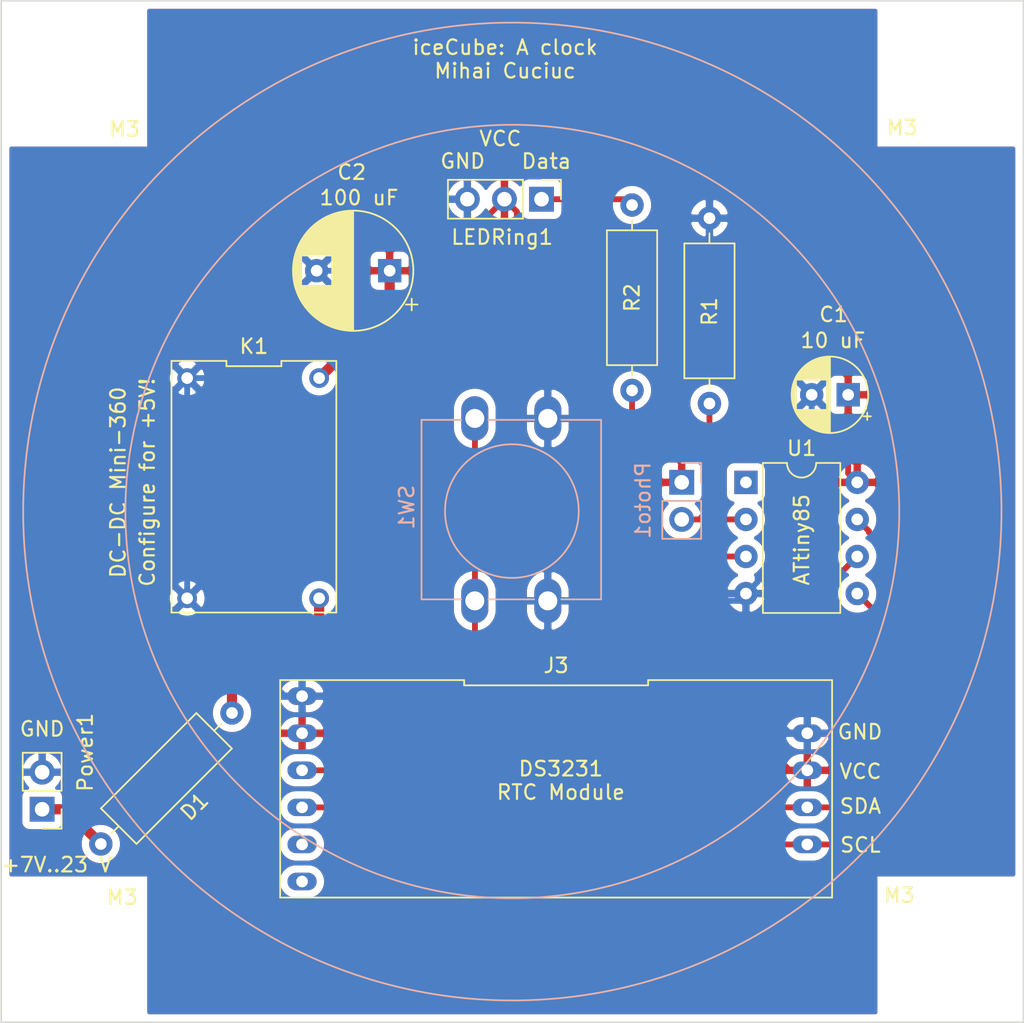
<source format=kicad_pcb>
(kicad_pcb (version 20171130) (host pcbnew "(5.1.5)-3")

  (general
    (thickness 1.6)
    (drawings 22)
    (tracks 91)
    (zones 0)
    (modules 16)
    (nets 14)
  )

  (page A4)
  (layers
    (0 F.Cu signal)
    (31 B.Cu signal)
    (32 B.Adhes user)
    (33 F.Adhes user)
    (34 B.Paste user)
    (35 F.Paste user)
    (36 B.SilkS user)
    (37 F.SilkS user)
    (38 B.Mask user)
    (39 F.Mask user)
    (40 Dwgs.User user)
    (41 Cmts.User user)
    (42 Eco1.User user)
    (43 Eco2.User user)
    (44 Edge.Cuts user)
    (45 Margin user)
    (46 B.CrtYd user)
    (47 F.CrtYd user)
    (48 B.Fab user hide)
    (49 F.Fab user hide)
  )

  (setup
    (last_trace_width 0.4)
    (trace_clearance 0.4)
    (zone_clearance 0.508)
    (zone_45_only no)
    (trace_min 0.4)
    (via_size 0.8)
    (via_drill 0.4)
    (via_min_size 0.4)
    (via_min_drill 0.3)
    (uvia_size 0.3)
    (uvia_drill 0.1)
    (uvias_allowed no)
    (uvia_min_size 0.2)
    (uvia_min_drill 0.1)
    (edge_width 0.05)
    (segment_width 0.2)
    (pcb_text_width 0.3)
    (pcb_text_size 1.5 1.5)
    (mod_edge_width 0.12)
    (mod_text_size 1 1)
    (mod_text_width 0.15)
    (pad_size 1.524 1.524)
    (pad_drill 0.762)
    (pad_to_mask_clearance 0.051)
    (solder_mask_min_width 0.25)
    (aux_axis_origin 0 0)
    (visible_elements 7FFFFFFF)
    (pcbplotparams
      (layerselection 0x010f0_ffffffff)
      (usegerberextensions false)
      (usegerberattributes false)
      (usegerberadvancedattributes false)
      (creategerberjobfile false)
      (excludeedgelayer true)
      (linewidth 0.100000)
      (plotframeref false)
      (viasonmask false)
      (mode 1)
      (useauxorigin false)
      (hpglpennumber 1)
      (hpglpenspeed 20)
      (hpglpendiameter 15.000000)
      (psnegative false)
      (psa4output false)
      (plotreference true)
      (plotvalue true)
      (plotinvisibletext false)
      (padsonsilk false)
      (subtractmaskfromsilk false)
      (outputformat 1)
      (mirror false)
      (drillshape 0)
      (scaleselection 1)
      (outputdirectory "gerber/"))
  )

  (net 0 "")
  (net 1 "Net-(D1-Pad2)")
  (net 2 "Net-(D1-Pad1)")
  (net 3 GNDD)
  (net 4 "Net-(J3-Pad3)")
  (net 5 "Net-(J3-Pad4)")
  (net 6 +5V)
  (net 7 "Net-(SW1-Pad1)")
  (net 8 "Net-(U1-Pad1)")
  (net 9 "Net-(J3-Pad5)")
  (net 10 "Net-(J3-Pad6)")
  (net 11 "Net-(LEDRing1-Pad1)")
  (net 12 "Net-(Photo1-Pad2)")
  (net 13 "Net-(R2-Pad2)")

  (net_class Default "This is the default net class."
    (clearance 0.4)
    (trace_width 0.4)
    (via_dia 0.8)
    (via_drill 0.4)
    (uvia_dia 0.3)
    (uvia_drill 0.1)
    (diff_pair_width 0.4)
    (diff_pair_gap 0.25)
    (add_net +5V)
    (add_net GNDD)
    (add_net "Net-(D1-Pad1)")
    (add_net "Net-(D1-Pad2)")
    (add_net "Net-(J3-Pad3)")
    (add_net "Net-(J3-Pad4)")
    (add_net "Net-(J3-Pad5)")
    (add_net "Net-(J3-Pad6)")
    (add_net "Net-(LEDRing1-Pad1)")
    (add_net "Net-(Photo1-Pad2)")
    (add_net "Net-(R2-Pad2)")
    (add_net "Net-(SW1-Pad1)")
    (add_net "Net-(U1-Pad1)")
  )

  (module Module:RTC_Module (layer F.Cu) (tedit 5EB7056C) (tstamp 5E9D03CE)
    (at 138 154 270)
    (path /5E97918F)
    (fp_text reference J3 (at -8.45 0) (layer F.SilkS)
      (effects (font (size 1 1) (thickness 0.15)))
    )
    (fp_text value RTC (at 0 0 90) (layer F.Fab)
      (effects (font (size 1 1) (thickness 0.15)))
    )
    (fp_line (start -7.2 18.65) (end -7.2 -18.65) (layer F.CrtYd) (width 0.05))
    (fp_line (start 7.2 18.65) (end -7.2 18.65) (layer F.CrtYd) (width 0.05))
    (fp_line (start 7.2 -18.65) (end 7.2 18.65) (layer F.CrtYd) (width 0.05))
    (fp_line (start -7.2 -18.65) (end 7.2 -18.65) (layer F.CrtYd) (width 0.05))
    (fp_line (start -7.45 6.3) (end -7.45 18.9) (layer F.SilkS) (width 0.12))
    (fp_line (start -7.09 6.3) (end -7.45 6.3) (layer F.SilkS) (width 0.12))
    (fp_line (start -7.09 -6.3) (end -7.09 6.3) (layer F.SilkS) (width 0.12))
    (fp_line (start -7.45 -6.3) (end -7.09 -6.3) (layer F.SilkS) (width 0.12))
    (fp_line (start -7.449999 -18.9) (end -7.45 -6.3) (layer F.SilkS) (width 0.12))
    (fp_line (start 7.45 -18.9) (end -7.449999 -18.9) (layer F.SilkS) (width 0.12))
    (fp_line (start 7.449999 18.9) (end 7.45 -18.9) (layer F.SilkS) (width 0.12))
    (fp_line (start -7.45 18.9) (end 7.449999 18.9) (layer F.SilkS) (width 0.12))
    (pad 6 thru_hole oval (at 6.35 17.4 270) (size 1.2 2) (drill 0.8) (layers *.Cu *.Mask)
      (net 10 "Net-(J3-Pad6)"))
    (pad 5 thru_hole oval (at 3.81 17.4 270) (size 1.2 2) (drill 0.8) (layers *.Cu *.Mask)
      (net 9 "Net-(J3-Pad5)"))
    (pad 4 thru_hole oval (at 3.81 -17.2 270) (size 1.2 2) (drill 0.8) (layers *.Cu *.Mask)
      (net 5 "Net-(J3-Pad4)"))
    (pad 4 thru_hole oval (at 1.27 17.4 270) (size 1.2 2) (drill 0.8) (layers *.Cu *.Mask)
      (net 5 "Net-(J3-Pad4)"))
    (pad 3 thru_hole oval (at 1.27 -17.2 270) (size 1.2 2) (drill 0.8) (layers *.Cu *.Mask)
      (net 4 "Net-(J3-Pad3)"))
    (pad 3 thru_hole oval (at -1.27 17.4 270) (size 1.2 2) (drill 0.8) (layers *.Cu *.Mask)
      (net 4 "Net-(J3-Pad3)"))
    (pad 2 thru_hole oval (at -1.27 -17.2 270) (size 1.2 2) (drill 0.8) (layers *.Cu *.Mask)
      (net 6 +5V))
    (pad 2 thru_hole oval (at -3.81 17.4 270) (size 1.2 2) (drill 0.8) (layers *.Cu *.Mask)
      (net 6 +5V))
    (pad 1 thru_hole oval (at -3.81 -17.2 270) (size 1.2 2) (drill 0.8) (layers *.Cu *.Mask)
      (net 3 GNDD))
    (pad 1 thru_hole oval (at -6.35 17.4 270) (size 1.2 2) (drill 0.8) (layers *.Cu *.Mask)
      (net 3 GNDD))
  )

  (module Converter_DCDC:DC_DC_Mini-360 (layer F.Cu) (tedit 5EB706B0) (tstamp 5E9D0985)
    (at 117.3 133.3 270)
    (path /5E9856E4)
    (fp_text reference K1 (at -9.62 0) (layer F.SilkS)
      (effects (font (size 1 1) (thickness 0.15)))
    )
    (fp_text value DC_DC_Mini-360 (at 0 0 90) (layer F.Fab)
      (effects (font (size 1 1) (thickness 0.15)))
    )
    (fp_line (start -8.37 5.4) (end -8.37 -5.4) (layer F.CrtYd) (width 0.05))
    (fp_line (start 8.37 5.4) (end -8.37 5.4) (layer F.CrtYd) (width 0.05))
    (fp_line (start 8.37 -5.4) (end 8.37 5.4) (layer F.CrtYd) (width 0.05))
    (fp_line (start -8.37 -5.4) (end 8.37 -5.4) (layer F.CrtYd) (width 0.05))
    (fp_line (start -8.62 1.881666) (end -8.62 5.644999) (layer F.SilkS) (width 0.12))
    (fp_line (start -8.26 1.881666) (end -8.62 1.881666) (layer F.SilkS) (width 0.12))
    (fp_line (start -8.26 -1.881666) (end -8.26 1.881666) (layer F.SilkS) (width 0.12))
    (fp_line (start -8.62 -1.881666) (end -8.26 -1.881666) (layer F.SilkS) (width 0.12))
    (fp_line (start -8.62 -5.645) (end -8.62 -1.881666) (layer F.SilkS) (width 0.12))
    (fp_line (start 8.62 -5.644999) (end -8.62 -5.645) (layer F.SilkS) (width 0.12))
    (fp_line (start 8.62 5.645) (end 8.62 -5.644999) (layer F.SilkS) (width 0.12))
    (fp_line (start -8.62 5.644999) (end 8.62 5.645) (layer F.SilkS) (width 0.12))
    (pad 2 thru_hole circle (at 7.645 4.57 270) (size 1.35 1.35) (drill 0.8) (layers *.Cu *.Mask)
      (net 3 GNDD))
    (pad 3 thru_hole circle (at 7.645 -4.47 270) (size 1.35 1.35) (drill 0.8) (layers *.Cu *.Mask)
      (net 2 "Net-(D1-Pad1)"))
    (pad 1 thru_hole circle (at -7.445 4.57 270) (size 1.35 1.35) (drill 0.8) (layers *.Cu *.Mask)
      (net 3 GNDD))
    (pad 4 thru_hole circle (at -7.445 -4.47 270) (size 1.35 1.35) (drill 0.8) (layers *.Cu *.Mask)
      (net 6 +5V))
  )

  (module Capacitor_THT:CP_Radial_D8.0mm_P5.00mm (layer F.Cu) (tedit 5AE50EF0) (tstamp 5E9CDB35)
    (at 126.6 118.5 180)
    (descr "CP, Radial series, Radial, pin pitch=5.00mm, , diameter=8mm, Electrolytic Capacitor")
    (tags "CP Radial series Radial pin pitch 5.00mm  diameter 8mm Electrolytic Capacitor")
    (path /5E9DF2F5)
    (fp_text reference C2 (at 2.6 6.75) (layer F.SilkS)
      (effects (font (size 1 1) (thickness 0.15)))
    )
    (fp_text value 100uF (at 2.5 5.25) (layer F.Fab)
      (effects (font (size 1 1) (thickness 0.15)))
    )
    (fp_circle (center 2.5 0) (end 6.5 0) (layer F.Fab) (width 0.1))
    (fp_circle (center 2.5 0) (end 6.62 0) (layer F.SilkS) (width 0.12))
    (fp_circle (center 2.5 0) (end 6.75 0) (layer F.CrtYd) (width 0.05))
    (fp_line (start -0.926759 -1.7475) (end -0.126759 -1.7475) (layer F.Fab) (width 0.1))
    (fp_line (start -0.526759 -2.1475) (end -0.526759 -1.3475) (layer F.Fab) (width 0.1))
    (fp_line (start 2.5 -4.08) (end 2.5 4.08) (layer F.SilkS) (width 0.12))
    (fp_line (start 2.54 -4.08) (end 2.54 4.08) (layer F.SilkS) (width 0.12))
    (fp_line (start 2.58 -4.08) (end 2.58 4.08) (layer F.SilkS) (width 0.12))
    (fp_line (start 2.62 -4.079) (end 2.62 4.079) (layer F.SilkS) (width 0.12))
    (fp_line (start 2.66 -4.077) (end 2.66 4.077) (layer F.SilkS) (width 0.12))
    (fp_line (start 2.7 -4.076) (end 2.7 4.076) (layer F.SilkS) (width 0.12))
    (fp_line (start 2.74 -4.074) (end 2.74 4.074) (layer F.SilkS) (width 0.12))
    (fp_line (start 2.78 -4.071) (end 2.78 4.071) (layer F.SilkS) (width 0.12))
    (fp_line (start 2.82 -4.068) (end 2.82 4.068) (layer F.SilkS) (width 0.12))
    (fp_line (start 2.86 -4.065) (end 2.86 4.065) (layer F.SilkS) (width 0.12))
    (fp_line (start 2.9 -4.061) (end 2.9 4.061) (layer F.SilkS) (width 0.12))
    (fp_line (start 2.94 -4.057) (end 2.94 4.057) (layer F.SilkS) (width 0.12))
    (fp_line (start 2.98 -4.052) (end 2.98 4.052) (layer F.SilkS) (width 0.12))
    (fp_line (start 3.02 -4.048) (end 3.02 4.048) (layer F.SilkS) (width 0.12))
    (fp_line (start 3.06 -4.042) (end 3.06 4.042) (layer F.SilkS) (width 0.12))
    (fp_line (start 3.1 -4.037) (end 3.1 4.037) (layer F.SilkS) (width 0.12))
    (fp_line (start 3.14 -4.03) (end 3.14 4.03) (layer F.SilkS) (width 0.12))
    (fp_line (start 3.18 -4.024) (end 3.18 4.024) (layer F.SilkS) (width 0.12))
    (fp_line (start 3.221 -4.017) (end 3.221 4.017) (layer F.SilkS) (width 0.12))
    (fp_line (start 3.261 -4.01) (end 3.261 4.01) (layer F.SilkS) (width 0.12))
    (fp_line (start 3.301 -4.002) (end 3.301 4.002) (layer F.SilkS) (width 0.12))
    (fp_line (start 3.341 -3.994) (end 3.341 3.994) (layer F.SilkS) (width 0.12))
    (fp_line (start 3.381 -3.985) (end 3.381 3.985) (layer F.SilkS) (width 0.12))
    (fp_line (start 3.421 -3.976) (end 3.421 3.976) (layer F.SilkS) (width 0.12))
    (fp_line (start 3.461 -3.967) (end 3.461 3.967) (layer F.SilkS) (width 0.12))
    (fp_line (start 3.501 -3.957) (end 3.501 3.957) (layer F.SilkS) (width 0.12))
    (fp_line (start 3.541 -3.947) (end 3.541 3.947) (layer F.SilkS) (width 0.12))
    (fp_line (start 3.581 -3.936) (end 3.581 3.936) (layer F.SilkS) (width 0.12))
    (fp_line (start 3.621 -3.925) (end 3.621 3.925) (layer F.SilkS) (width 0.12))
    (fp_line (start 3.661 -3.914) (end 3.661 3.914) (layer F.SilkS) (width 0.12))
    (fp_line (start 3.701 -3.902) (end 3.701 3.902) (layer F.SilkS) (width 0.12))
    (fp_line (start 3.741 -3.889) (end 3.741 3.889) (layer F.SilkS) (width 0.12))
    (fp_line (start 3.781 -3.877) (end 3.781 3.877) (layer F.SilkS) (width 0.12))
    (fp_line (start 3.821 -3.863) (end 3.821 3.863) (layer F.SilkS) (width 0.12))
    (fp_line (start 3.861 -3.85) (end 3.861 3.85) (layer F.SilkS) (width 0.12))
    (fp_line (start 3.901 -3.835) (end 3.901 3.835) (layer F.SilkS) (width 0.12))
    (fp_line (start 3.941 -3.821) (end 3.941 3.821) (layer F.SilkS) (width 0.12))
    (fp_line (start 3.981 -3.805) (end 3.981 -1.04) (layer F.SilkS) (width 0.12))
    (fp_line (start 3.981 1.04) (end 3.981 3.805) (layer F.SilkS) (width 0.12))
    (fp_line (start 4.021 -3.79) (end 4.021 -1.04) (layer F.SilkS) (width 0.12))
    (fp_line (start 4.021 1.04) (end 4.021 3.79) (layer F.SilkS) (width 0.12))
    (fp_line (start 4.061 -3.774) (end 4.061 -1.04) (layer F.SilkS) (width 0.12))
    (fp_line (start 4.061 1.04) (end 4.061 3.774) (layer F.SilkS) (width 0.12))
    (fp_line (start 4.101 -3.757) (end 4.101 -1.04) (layer F.SilkS) (width 0.12))
    (fp_line (start 4.101 1.04) (end 4.101 3.757) (layer F.SilkS) (width 0.12))
    (fp_line (start 4.141 -3.74) (end 4.141 -1.04) (layer F.SilkS) (width 0.12))
    (fp_line (start 4.141 1.04) (end 4.141 3.74) (layer F.SilkS) (width 0.12))
    (fp_line (start 4.181 -3.722) (end 4.181 -1.04) (layer F.SilkS) (width 0.12))
    (fp_line (start 4.181 1.04) (end 4.181 3.722) (layer F.SilkS) (width 0.12))
    (fp_line (start 4.221 -3.704) (end 4.221 -1.04) (layer F.SilkS) (width 0.12))
    (fp_line (start 4.221 1.04) (end 4.221 3.704) (layer F.SilkS) (width 0.12))
    (fp_line (start 4.261 -3.686) (end 4.261 -1.04) (layer F.SilkS) (width 0.12))
    (fp_line (start 4.261 1.04) (end 4.261 3.686) (layer F.SilkS) (width 0.12))
    (fp_line (start 4.301 -3.666) (end 4.301 -1.04) (layer F.SilkS) (width 0.12))
    (fp_line (start 4.301 1.04) (end 4.301 3.666) (layer F.SilkS) (width 0.12))
    (fp_line (start 4.341 -3.647) (end 4.341 -1.04) (layer F.SilkS) (width 0.12))
    (fp_line (start 4.341 1.04) (end 4.341 3.647) (layer F.SilkS) (width 0.12))
    (fp_line (start 4.381 -3.627) (end 4.381 -1.04) (layer F.SilkS) (width 0.12))
    (fp_line (start 4.381 1.04) (end 4.381 3.627) (layer F.SilkS) (width 0.12))
    (fp_line (start 4.421 -3.606) (end 4.421 -1.04) (layer F.SilkS) (width 0.12))
    (fp_line (start 4.421 1.04) (end 4.421 3.606) (layer F.SilkS) (width 0.12))
    (fp_line (start 4.461 -3.584) (end 4.461 -1.04) (layer F.SilkS) (width 0.12))
    (fp_line (start 4.461 1.04) (end 4.461 3.584) (layer F.SilkS) (width 0.12))
    (fp_line (start 4.501 -3.562) (end 4.501 -1.04) (layer F.SilkS) (width 0.12))
    (fp_line (start 4.501 1.04) (end 4.501 3.562) (layer F.SilkS) (width 0.12))
    (fp_line (start 4.541 -3.54) (end 4.541 -1.04) (layer F.SilkS) (width 0.12))
    (fp_line (start 4.541 1.04) (end 4.541 3.54) (layer F.SilkS) (width 0.12))
    (fp_line (start 4.581 -3.517) (end 4.581 -1.04) (layer F.SilkS) (width 0.12))
    (fp_line (start 4.581 1.04) (end 4.581 3.517) (layer F.SilkS) (width 0.12))
    (fp_line (start 4.621 -3.493) (end 4.621 -1.04) (layer F.SilkS) (width 0.12))
    (fp_line (start 4.621 1.04) (end 4.621 3.493) (layer F.SilkS) (width 0.12))
    (fp_line (start 4.661 -3.469) (end 4.661 -1.04) (layer F.SilkS) (width 0.12))
    (fp_line (start 4.661 1.04) (end 4.661 3.469) (layer F.SilkS) (width 0.12))
    (fp_line (start 4.701 -3.444) (end 4.701 -1.04) (layer F.SilkS) (width 0.12))
    (fp_line (start 4.701 1.04) (end 4.701 3.444) (layer F.SilkS) (width 0.12))
    (fp_line (start 4.741 -3.418) (end 4.741 -1.04) (layer F.SilkS) (width 0.12))
    (fp_line (start 4.741 1.04) (end 4.741 3.418) (layer F.SilkS) (width 0.12))
    (fp_line (start 4.781 -3.392) (end 4.781 -1.04) (layer F.SilkS) (width 0.12))
    (fp_line (start 4.781 1.04) (end 4.781 3.392) (layer F.SilkS) (width 0.12))
    (fp_line (start 4.821 -3.365) (end 4.821 -1.04) (layer F.SilkS) (width 0.12))
    (fp_line (start 4.821 1.04) (end 4.821 3.365) (layer F.SilkS) (width 0.12))
    (fp_line (start 4.861 -3.338) (end 4.861 -1.04) (layer F.SilkS) (width 0.12))
    (fp_line (start 4.861 1.04) (end 4.861 3.338) (layer F.SilkS) (width 0.12))
    (fp_line (start 4.901 -3.309) (end 4.901 -1.04) (layer F.SilkS) (width 0.12))
    (fp_line (start 4.901 1.04) (end 4.901 3.309) (layer F.SilkS) (width 0.12))
    (fp_line (start 4.941 -3.28) (end 4.941 -1.04) (layer F.SilkS) (width 0.12))
    (fp_line (start 4.941 1.04) (end 4.941 3.28) (layer F.SilkS) (width 0.12))
    (fp_line (start 4.981 -3.25) (end 4.981 -1.04) (layer F.SilkS) (width 0.12))
    (fp_line (start 4.981 1.04) (end 4.981 3.25) (layer F.SilkS) (width 0.12))
    (fp_line (start 5.021 -3.22) (end 5.021 -1.04) (layer F.SilkS) (width 0.12))
    (fp_line (start 5.021 1.04) (end 5.021 3.22) (layer F.SilkS) (width 0.12))
    (fp_line (start 5.061 -3.189) (end 5.061 -1.04) (layer F.SilkS) (width 0.12))
    (fp_line (start 5.061 1.04) (end 5.061 3.189) (layer F.SilkS) (width 0.12))
    (fp_line (start 5.101 -3.156) (end 5.101 -1.04) (layer F.SilkS) (width 0.12))
    (fp_line (start 5.101 1.04) (end 5.101 3.156) (layer F.SilkS) (width 0.12))
    (fp_line (start 5.141 -3.124) (end 5.141 -1.04) (layer F.SilkS) (width 0.12))
    (fp_line (start 5.141 1.04) (end 5.141 3.124) (layer F.SilkS) (width 0.12))
    (fp_line (start 5.181 -3.09) (end 5.181 -1.04) (layer F.SilkS) (width 0.12))
    (fp_line (start 5.181 1.04) (end 5.181 3.09) (layer F.SilkS) (width 0.12))
    (fp_line (start 5.221 -3.055) (end 5.221 -1.04) (layer F.SilkS) (width 0.12))
    (fp_line (start 5.221 1.04) (end 5.221 3.055) (layer F.SilkS) (width 0.12))
    (fp_line (start 5.261 -3.019) (end 5.261 -1.04) (layer F.SilkS) (width 0.12))
    (fp_line (start 5.261 1.04) (end 5.261 3.019) (layer F.SilkS) (width 0.12))
    (fp_line (start 5.301 -2.983) (end 5.301 -1.04) (layer F.SilkS) (width 0.12))
    (fp_line (start 5.301 1.04) (end 5.301 2.983) (layer F.SilkS) (width 0.12))
    (fp_line (start 5.341 -2.945) (end 5.341 -1.04) (layer F.SilkS) (width 0.12))
    (fp_line (start 5.341 1.04) (end 5.341 2.945) (layer F.SilkS) (width 0.12))
    (fp_line (start 5.381 -2.907) (end 5.381 -1.04) (layer F.SilkS) (width 0.12))
    (fp_line (start 5.381 1.04) (end 5.381 2.907) (layer F.SilkS) (width 0.12))
    (fp_line (start 5.421 -2.867) (end 5.421 -1.04) (layer F.SilkS) (width 0.12))
    (fp_line (start 5.421 1.04) (end 5.421 2.867) (layer F.SilkS) (width 0.12))
    (fp_line (start 5.461 -2.826) (end 5.461 -1.04) (layer F.SilkS) (width 0.12))
    (fp_line (start 5.461 1.04) (end 5.461 2.826) (layer F.SilkS) (width 0.12))
    (fp_line (start 5.501 -2.784) (end 5.501 -1.04) (layer F.SilkS) (width 0.12))
    (fp_line (start 5.501 1.04) (end 5.501 2.784) (layer F.SilkS) (width 0.12))
    (fp_line (start 5.541 -2.741) (end 5.541 -1.04) (layer F.SilkS) (width 0.12))
    (fp_line (start 5.541 1.04) (end 5.541 2.741) (layer F.SilkS) (width 0.12))
    (fp_line (start 5.581 -2.697) (end 5.581 -1.04) (layer F.SilkS) (width 0.12))
    (fp_line (start 5.581 1.04) (end 5.581 2.697) (layer F.SilkS) (width 0.12))
    (fp_line (start 5.621 -2.651) (end 5.621 -1.04) (layer F.SilkS) (width 0.12))
    (fp_line (start 5.621 1.04) (end 5.621 2.651) (layer F.SilkS) (width 0.12))
    (fp_line (start 5.661 -2.604) (end 5.661 -1.04) (layer F.SilkS) (width 0.12))
    (fp_line (start 5.661 1.04) (end 5.661 2.604) (layer F.SilkS) (width 0.12))
    (fp_line (start 5.701 -2.556) (end 5.701 -1.04) (layer F.SilkS) (width 0.12))
    (fp_line (start 5.701 1.04) (end 5.701 2.556) (layer F.SilkS) (width 0.12))
    (fp_line (start 5.741 -2.505) (end 5.741 -1.04) (layer F.SilkS) (width 0.12))
    (fp_line (start 5.741 1.04) (end 5.741 2.505) (layer F.SilkS) (width 0.12))
    (fp_line (start 5.781 -2.454) (end 5.781 -1.04) (layer F.SilkS) (width 0.12))
    (fp_line (start 5.781 1.04) (end 5.781 2.454) (layer F.SilkS) (width 0.12))
    (fp_line (start 5.821 -2.4) (end 5.821 -1.04) (layer F.SilkS) (width 0.12))
    (fp_line (start 5.821 1.04) (end 5.821 2.4) (layer F.SilkS) (width 0.12))
    (fp_line (start 5.861 -2.345) (end 5.861 -1.04) (layer F.SilkS) (width 0.12))
    (fp_line (start 5.861 1.04) (end 5.861 2.345) (layer F.SilkS) (width 0.12))
    (fp_line (start 5.901 -2.287) (end 5.901 -1.04) (layer F.SilkS) (width 0.12))
    (fp_line (start 5.901 1.04) (end 5.901 2.287) (layer F.SilkS) (width 0.12))
    (fp_line (start 5.941 -2.228) (end 5.941 -1.04) (layer F.SilkS) (width 0.12))
    (fp_line (start 5.941 1.04) (end 5.941 2.228) (layer F.SilkS) (width 0.12))
    (fp_line (start 5.981 -2.166) (end 5.981 -1.04) (layer F.SilkS) (width 0.12))
    (fp_line (start 5.981 1.04) (end 5.981 2.166) (layer F.SilkS) (width 0.12))
    (fp_line (start 6.021 -2.102) (end 6.021 -1.04) (layer F.SilkS) (width 0.12))
    (fp_line (start 6.021 1.04) (end 6.021 2.102) (layer F.SilkS) (width 0.12))
    (fp_line (start 6.061 -2.034) (end 6.061 2.034) (layer F.SilkS) (width 0.12))
    (fp_line (start 6.101 -1.964) (end 6.101 1.964) (layer F.SilkS) (width 0.12))
    (fp_line (start 6.141 -1.89) (end 6.141 1.89) (layer F.SilkS) (width 0.12))
    (fp_line (start 6.181 -1.813) (end 6.181 1.813) (layer F.SilkS) (width 0.12))
    (fp_line (start 6.221 -1.731) (end 6.221 1.731) (layer F.SilkS) (width 0.12))
    (fp_line (start 6.261 -1.645) (end 6.261 1.645) (layer F.SilkS) (width 0.12))
    (fp_line (start 6.301 -1.552) (end 6.301 1.552) (layer F.SilkS) (width 0.12))
    (fp_line (start 6.341 -1.453) (end 6.341 1.453) (layer F.SilkS) (width 0.12))
    (fp_line (start 6.381 -1.346) (end 6.381 1.346) (layer F.SilkS) (width 0.12))
    (fp_line (start 6.421 -1.229) (end 6.421 1.229) (layer F.SilkS) (width 0.12))
    (fp_line (start 6.461 -1.098) (end 6.461 1.098) (layer F.SilkS) (width 0.12))
    (fp_line (start 6.501 -0.948) (end 6.501 0.948) (layer F.SilkS) (width 0.12))
    (fp_line (start 6.541 -0.768) (end 6.541 0.768) (layer F.SilkS) (width 0.12))
    (fp_line (start 6.581 -0.533) (end 6.581 0.533) (layer F.SilkS) (width 0.12))
    (fp_line (start -1.909698 -2.315) (end -1.109698 -2.315) (layer F.SilkS) (width 0.12))
    (fp_line (start -1.509698 -2.715) (end -1.509698 -1.915) (layer F.SilkS) (width 0.12))
    (fp_text user %R (at 2.5 0) (layer F.Fab)
      (effects (font (size 1 1) (thickness 0.15)))
    )
    (pad 1 thru_hole rect (at 0 0 180) (size 1.6 1.6) (drill 0.8) (layers *.Cu *.Mask)
      (net 6 +5V))
    (pad 2 thru_hole circle (at 5 0 180) (size 1.6 1.6) (drill 0.8) (layers *.Cu *.Mask)
      (net 3 GNDD))
    (model ${KISYS3DMOD}/Capacitor_THT.3dshapes/CP_Radial_D8.0mm_P5.00mm.wrl
      (at (xyz 0 0 0))
      (scale (xyz 1 1 1))
      (rotate (xyz 0 0 0))
    )
  )

  (module Resistor_THT:R_Axial_DIN0309_L9.0mm_D3.2mm_P12.70mm_Horizontal (layer F.Cu) (tedit 5AE5139B) (tstamp 5E9CEA17)
    (at 143.2 114 270)
    (descr "Resistor, Axial_DIN0309 series, Axial, Horizontal, pin pitch=12.7mm, 0.5W = 1/2W, length*diameter=9*3.2mm^2, http://cdn-reichelt.de/documents/datenblatt/B400/1_4W%23YAG.pdf")
    (tags "Resistor Axial_DIN0309 series Axial Horizontal pin pitch 12.7mm 0.5W = 1/2W length 9mm diameter 3.2mm")
    (path /5E9E376B)
    (fp_text reference R2 (at 6.35 0 90) (layer F.SilkS)
      (effects (font (size 1 1) (thickness 0.15)))
    )
    (fp_text value 300R (at 6.35 2.72 90) (layer F.Fab)
      (effects (font (size 1 1) (thickness 0.15)))
    )
    (fp_line (start 1.85 -1.6) (end 1.85 1.6) (layer F.Fab) (width 0.1))
    (fp_line (start 1.85 1.6) (end 10.85 1.6) (layer F.Fab) (width 0.1))
    (fp_line (start 10.85 1.6) (end 10.85 -1.6) (layer F.Fab) (width 0.1))
    (fp_line (start 10.85 -1.6) (end 1.85 -1.6) (layer F.Fab) (width 0.1))
    (fp_line (start 0 0) (end 1.85 0) (layer F.Fab) (width 0.1))
    (fp_line (start 12.7 0) (end 10.85 0) (layer F.Fab) (width 0.1))
    (fp_line (start 1.73 -1.72) (end 1.73 1.72) (layer F.SilkS) (width 0.12))
    (fp_line (start 1.73 1.72) (end 10.97 1.72) (layer F.SilkS) (width 0.12))
    (fp_line (start 10.97 1.72) (end 10.97 -1.72) (layer F.SilkS) (width 0.12))
    (fp_line (start 10.97 -1.72) (end 1.73 -1.72) (layer F.SilkS) (width 0.12))
    (fp_line (start 1.04 0) (end 1.73 0) (layer F.SilkS) (width 0.12))
    (fp_line (start 11.66 0) (end 10.97 0) (layer F.SilkS) (width 0.12))
    (fp_line (start -1.05 -1.85) (end -1.05 1.85) (layer F.CrtYd) (width 0.05))
    (fp_line (start -1.05 1.85) (end 13.75 1.85) (layer F.CrtYd) (width 0.05))
    (fp_line (start 13.75 1.85) (end 13.75 -1.85) (layer F.CrtYd) (width 0.05))
    (fp_line (start 13.75 -1.85) (end -1.05 -1.85) (layer F.CrtYd) (width 0.05))
    (fp_text user %R (at 6.35 0 90) (layer F.Fab)
      (effects (font (size 1 1) (thickness 0.15)))
    )
    (pad 1 thru_hole circle (at 0 0 270) (size 1.6 1.6) (drill 0.8) (layers *.Cu *.Mask)
      (net 11 "Net-(LEDRing1-Pad1)"))
    (pad 2 thru_hole oval (at 12.7 0 270) (size 1.6 1.6) (drill 0.8) (layers *.Cu *.Mask)
      (net 13 "Net-(R2-Pad2)"))
    (model ${KISYS3DMOD}/Resistor_THT.3dshapes/R_Axial_DIN0309_L9.0mm_D3.2mm_P12.70mm_Horizontal.wrl
      (at (xyz 0 0 0))
      (scale (xyz 1 1 1))
      (rotate (xyz 0 0 0))
    )
  )

  (module Package_DIP:DIP-8_W7.62mm (layer F.Cu) (tedit 5A02E8C5) (tstamp 5E9BDA9C)
    (at 151 133)
    (descr "8-lead though-hole mounted DIP package, row spacing 7.62 mm (300 mils)")
    (tags "THT DIP DIL PDIP 2.54mm 7.62mm 300mil")
    (path /5E977C42)
    (fp_text reference U1 (at 3.81 -2.33) (layer F.SilkS)
      (effects (font (size 1 1) (thickness 0.15)))
    )
    (fp_text value ATtiny85-20PU (at 3.81 9.95) (layer F.Fab)
      (effects (font (size 1 1) (thickness 0.15)))
    )
    (fp_arc (start 3.81 -1.33) (end 2.81 -1.33) (angle -180) (layer F.SilkS) (width 0.12))
    (fp_line (start 1.635 -1.27) (end 6.985 -1.27) (layer F.Fab) (width 0.1))
    (fp_line (start 6.985 -1.27) (end 6.985 8.89) (layer F.Fab) (width 0.1))
    (fp_line (start 6.985 8.89) (end 0.635 8.89) (layer F.Fab) (width 0.1))
    (fp_line (start 0.635 8.89) (end 0.635 -0.27) (layer F.Fab) (width 0.1))
    (fp_line (start 0.635 -0.27) (end 1.635 -1.27) (layer F.Fab) (width 0.1))
    (fp_line (start 2.81 -1.33) (end 1.16 -1.33) (layer F.SilkS) (width 0.12))
    (fp_line (start 1.16 -1.33) (end 1.16 8.95) (layer F.SilkS) (width 0.12))
    (fp_line (start 1.16 8.95) (end 6.46 8.95) (layer F.SilkS) (width 0.12))
    (fp_line (start 6.46 8.95) (end 6.46 -1.33) (layer F.SilkS) (width 0.12))
    (fp_line (start 6.46 -1.33) (end 4.81 -1.33) (layer F.SilkS) (width 0.12))
    (fp_line (start -1.1 -1.55) (end -1.1 9.15) (layer F.CrtYd) (width 0.05))
    (fp_line (start -1.1 9.15) (end 8.7 9.15) (layer F.CrtYd) (width 0.05))
    (fp_line (start 8.7 9.15) (end 8.7 -1.55) (layer F.CrtYd) (width 0.05))
    (fp_line (start 8.7 -1.55) (end -1.1 -1.55) (layer F.CrtYd) (width 0.05))
    (fp_text user %R (at 3.81 3.81) (layer F.Fab)
      (effects (font (size 1 1) (thickness 0.15)))
    )
    (pad 1 thru_hole rect (at 0 0) (size 1.6 1.6) (drill 0.8) (layers *.Cu *.Mask)
      (net 8 "Net-(U1-Pad1)"))
    (pad 5 thru_hole oval (at 7.62 7.62) (size 1.6 1.6) (drill 0.8) (layers *.Cu *.Mask)
      (net 4 "Net-(J3-Pad3)"))
    (pad 2 thru_hole oval (at 0 2.54) (size 1.6 1.6) (drill 0.8) (layers *.Cu *.Mask)
      (net 12 "Net-(Photo1-Pad2)"))
    (pad 6 thru_hole oval (at 7.62 5.08) (size 1.6 1.6) (drill 0.8) (layers *.Cu *.Mask)
      (net 7 "Net-(SW1-Pad1)"))
    (pad 3 thru_hole oval (at 0 5.08) (size 1.6 1.6) (drill 0.8) (layers *.Cu *.Mask)
      (net 13 "Net-(R2-Pad2)"))
    (pad 7 thru_hole oval (at 7.62 2.54) (size 1.6 1.6) (drill 0.8) (layers *.Cu *.Mask)
      (net 5 "Net-(J3-Pad4)"))
    (pad 4 thru_hole oval (at 0 7.62) (size 1.6 1.6) (drill 0.8) (layers *.Cu *.Mask)
      (net 3 GNDD))
    (pad 8 thru_hole oval (at 7.62 0) (size 1.6 1.6) (drill 0.8) (layers *.Cu *.Mask)
      (net 6 +5V))
    (model ${KISYS3DMOD}/Package_DIP.3dshapes/DIP-8_W7.62mm.wrl
      (at (xyz 0 0 0))
      (scale (xyz 1 1 1))
      (rotate (xyz 0 0 0))
    )
  )

  (module MountingHole:MountingHole_3.2mm_M3 (layer F.Cu) (tedit 56D1B4CB) (tstamp 5E9CFFAC)
    (at 165 165)
    (descr "Mounting Hole 3.2mm, no annular, M3")
    (tags "mounting hole 3.2mm no annular m3")
    (attr virtual)
    (fp_text reference M3 (at -3.5 -3.7) (layer F.SilkS)
      (effects (font (size 1 1) (thickness 0.15)))
    )
    (fp_text value MountingHole_3.2mm_M3 (at 0 4.2) (layer F.Fab)
      (effects (font (size 1 1) (thickness 0.15)))
    )
    (fp_text user %R (at 0.3 0) (layer F.Fab)
      (effects (font (size 1 1) (thickness 0.15)))
    )
    (fp_circle (center 0 0) (end 3.2 0) (layer Cmts.User) (width 0.15))
    (fp_circle (center 0 0) (end 3.45 0) (layer F.CrtYd) (width 0.05))
    (pad 1 np_thru_hole circle (at 0 0) (size 3.2 3.2) (drill 3.2) (layers *.Cu *.Mask))
  )

  (module MountingHole:MountingHole_3.2mm_M3 (layer F.Cu) (tedit 56D1B4CB) (tstamp 5E9CFF8F)
    (at 105 165)
    (descr "Mounting Hole 3.2mm, no annular, M3")
    (tags "mounting hole 3.2mm no annular m3")
    (attr virtual)
    (fp_text reference M3 (at 3.29 -3.56) (layer F.SilkS)
      (effects (font (size 1 1) (thickness 0.15)))
    )
    (fp_text value MountingHole_3.2mm_M3 (at 0 4.2) (layer F.Fab)
      (effects (font (size 1 1) (thickness 0.15)))
    )
    (fp_circle (center 0 0) (end 3.45 0) (layer F.CrtYd) (width 0.05))
    (fp_circle (center 0 0) (end 3.2 0) (layer Cmts.User) (width 0.15))
    (fp_text user %R (at 0.3 0) (layer F.Fab)
      (effects (font (size 1 1) (thickness 0.15)))
    )
    (pad 1 np_thru_hole circle (at 0 0) (size 3.2 3.2) (drill 3.2) (layers *.Cu *.Mask))
  )

  (module MountingHole:MountingHole_3.2mm_M3 (layer F.Cu) (tedit 56D1B4CB) (tstamp 5E9C699D)
    (at 105 105)
    (descr "Mounting Hole 3.2mm, no annular, M3")
    (tags "mounting hole 3.2mm no annular m3")
    (attr virtual)
    (fp_text reference M3 (at 3.44 3.8) (layer F.SilkS)
      (effects (font (size 1 1) (thickness 0.15)))
    )
    (fp_text value MountingHole_3.2mm_M3 (at 0 4.2) (layer F.Fab)
      (effects (font (size 1 1) (thickness 0.15)))
    )
    (fp_circle (center 0 0) (end 3.45 0) (layer F.CrtYd) (width 0.05))
    (fp_circle (center 0 0) (end 3.2 0) (layer Cmts.User) (width 0.15))
    (fp_text user %R (at 0.3 0) (layer F.Fab)
      (effects (font (size 1 1) (thickness 0.15)))
    )
    (pad 1 np_thru_hole circle (at 0 0) (size 3.2 3.2) (drill 3.2) (layers *.Cu *.Mask))
  )

  (module MountingHole:MountingHole_3.2mm_M3 (layer F.Cu) (tedit 56D1B4CB) (tstamp 5E9CFEBE)
    (at 165 105)
    (descr "Mounting Hole 3.2mm, no annular, M3")
    (tags "mounting hole 3.2mm no annular m3")
    (attr virtual)
    (fp_text reference M3 (at -3.3 3.7) (layer F.SilkS)
      (effects (font (size 1 1) (thickness 0.15)))
    )
    (fp_text value MountingHole_3.2mm_M3 (at 0 4.2) (layer F.Fab)
      (effects (font (size 1 1) (thickness 0.15)))
    )
    (fp_circle (center 0 0) (end 3.45 0) (layer F.CrtYd) (width 0.05))
    (fp_circle (center 0 0) (end 3.2 0) (layer Cmts.User) (width 0.15))
    (fp_text user %R (at 0.3 0) (layer F.Fab)
      (effects (font (size 1 1) (thickness 0.15)))
    )
    (pad 1 np_thru_hole circle (at 0 0) (size 3.2 3.2) (drill 3.2) (layers *.Cu *.Mask))
  )

  (module Resistor_THT:R_Axial_DIN0309_L9.0mm_D3.2mm_P12.70mm_Horizontal (layer F.Cu) (tedit 5AE5139B) (tstamp 5E9C54B8)
    (at 115.8 148.8 225)
    (descr "Resistor, Axial_DIN0309 series, Axial, Horizontal, pin pitch=12.7mm, 0.5W = 1/2W, length*diameter=9*3.2mm^2, http://cdn-reichelt.de/documents/datenblatt/B400/1_4W%23YAG.pdf")
    (tags "Resistor Axial_DIN0309 series Axial Horizontal pin pitch 12.7mm 0.5W = 1/2W length 9mm diameter 3.2mm")
    (path /5E97C31A)
    (fp_text reference D1 (at 6.35 -2.72 225) (layer F.SilkS)
      (effects (font (size 1 1) (thickness 0.15)))
    )
    (fp_text value 1N4001 (at 6.35 2.72 225) (layer F.Fab)
      (effects (font (size 1 1) (thickness 0.15)))
    )
    (fp_text user %R (at 6.35 0 225) (layer F.Fab)
      (effects (font (size 1 1) (thickness 0.15)))
    )
    (fp_line (start 13.75 -1.85) (end -1.05 -1.85) (layer F.CrtYd) (width 0.05))
    (fp_line (start 13.75 1.85) (end 13.75 -1.85) (layer F.CrtYd) (width 0.05))
    (fp_line (start -1.05 1.85) (end 13.75 1.85) (layer F.CrtYd) (width 0.05))
    (fp_line (start -1.05 -1.85) (end -1.05 1.85) (layer F.CrtYd) (width 0.05))
    (fp_line (start 11.66 0) (end 10.97 0) (layer F.SilkS) (width 0.12))
    (fp_line (start 1.04 0) (end 1.73 0) (layer F.SilkS) (width 0.12))
    (fp_line (start 10.97 -1.72) (end 1.73 -1.72) (layer F.SilkS) (width 0.12))
    (fp_line (start 10.97 1.72) (end 10.97 -1.72) (layer F.SilkS) (width 0.12))
    (fp_line (start 1.73 1.72) (end 10.97 1.72) (layer F.SilkS) (width 0.12))
    (fp_line (start 1.73 -1.72) (end 1.73 1.72) (layer F.SilkS) (width 0.12))
    (fp_line (start 12.7 0) (end 10.85 0) (layer F.Fab) (width 0.1))
    (fp_line (start 0 0) (end 1.85 0) (layer F.Fab) (width 0.1))
    (fp_line (start 10.85 -1.6) (end 1.85 -1.6) (layer F.Fab) (width 0.1))
    (fp_line (start 10.85 1.6) (end 10.85 -1.6) (layer F.Fab) (width 0.1))
    (fp_line (start 1.85 1.6) (end 10.85 1.6) (layer F.Fab) (width 0.1))
    (fp_line (start 1.85 -1.6) (end 1.85 1.6) (layer F.Fab) (width 0.1))
    (pad 2 thru_hole oval (at 12.7 0 225) (size 1.6 1.6) (drill 0.8) (layers *.Cu *.Mask)
      (net 1 "Net-(D1-Pad2)"))
    (pad 1 thru_hole circle (at 0 0 225) (size 1.6 1.6) (drill 0.8) (layers *.Cu *.Mask)
      (net 2 "Net-(D1-Pad1)"))
    (model ${KISYS3DMOD}/Resistor_THT.3dshapes/R_Axial_DIN0309_L9.0mm_D3.2mm_P12.70mm_Horizontal.wrl
      (at (xyz 0 0 0))
      (scale (xyz 1 1 1))
      (rotate (xyz 0 0 0))
    )
  )

  (module Connector_PinHeader_2.54mm:PinHeader_1x02_P2.54mm_Vertical (layer F.Cu) (tedit 5E9B7F1B) (tstamp 5EB7789F)
    (at 102.8 155.4 180)
    (descr "Through hole straight pin header, 1x02, 2.54mm pitch, single row")
    (tags "Through hole pin header THT 1x02 2.54mm single row")
    (path /5E98E87D)
    (fp_text reference Power1 (at -2.95 3.9 90) (layer F.SilkS)
      (effects (font (size 1 1) (thickness 0.15)))
    )
    (fp_text value Power (at 0 4.87 180) (layer F.Fab)
      (effects (font (size 1 1) (thickness 0.15)))
    )
    (fp_text user %R (at 0 1.27 270) (layer F.Fab)
      (effects (font (size 1 1) (thickness 0.15)))
    )
    (fp_line (start 1.8 -1.8) (end -1.8 -1.8) (layer F.CrtYd) (width 0.05))
    (fp_line (start 1.8 4.35) (end 1.8 -1.8) (layer F.CrtYd) (width 0.05))
    (fp_line (start -1.8 4.35) (end 1.8 4.35) (layer F.CrtYd) (width 0.05))
    (fp_line (start -1.8 -1.8) (end -1.8 4.35) (layer F.CrtYd) (width 0.05))
    (fp_line (start -1.33 -1.33) (end 0 -1.33) (layer F.SilkS) (width 0.12))
    (fp_line (start -1.33 0) (end -1.33 -1.33) (layer F.SilkS) (width 0.12))
    (fp_line (start -1.33 1.27) (end 1.33 1.27) (layer F.SilkS) (width 0.12))
    (fp_line (start 1.33 1.27) (end 1.33 3.87) (layer F.SilkS) (width 0.12))
    (fp_line (start -1.33 1.27) (end -1.33 3.87) (layer F.SilkS) (width 0.12))
    (fp_line (start -1.33 3.87) (end 1.33 3.87) (layer F.SilkS) (width 0.12))
    (fp_line (start -1.27 -0.635) (end -0.635 -1.27) (layer F.Fab) (width 0.1))
    (fp_line (start -1.27 3.81) (end -1.27 -0.635) (layer F.Fab) (width 0.1))
    (fp_line (start 1.27 3.81) (end -1.27 3.81) (layer F.Fab) (width 0.1))
    (fp_line (start 1.27 -1.27) (end 1.27 3.81) (layer F.Fab) (width 0.1))
    (fp_line (start -0.635 -1.27) (end 1.27 -1.27) (layer F.Fab) (width 0.1))
    (pad 2 thru_hole oval (at 0 2.54 180) (size 1.7 1.7) (drill 1) (layers *.Cu *.Mask)
      (net 3 GNDD))
    (pad 1 thru_hole rect (at 0 0 180) (size 1.7 1.7) (drill 1) (layers *.Cu *.Mask)
      (net 1 "Net-(D1-Pad2)"))
    (model ${KISYS3DMOD}/Connector_PinHeader_2.54mm.3dshapes/PinHeader_1x02_P2.54mm_Vertical.wrl
      (at (xyz 0 0 0))
      (scale (xyz 1 1 1))
      (rotate (xyz 0 0 0))
    )
  )

  (module Connector_PinHeader_2.54mm:PinHeader_1x03_P2.54mm_Vertical (layer F.Cu) (tedit 59FED5CC) (tstamp 5E9BDA25)
    (at 137 113.6 270)
    (descr "Through hole straight pin header, 1x03, 2.54mm pitch, single row")
    (tags "Through hole pin header THT 1x03 2.54mm single row")
    (path /5E99B11F)
    (fp_text reference LEDRing1 (at 2.6 2.7) (layer F.SilkS)
      (effects (font (size 1 1) (thickness 0.15)))
    )
    (fp_text value LEDs (at 0 7.41 270) (layer F.Fab)
      (effects (font (size 1 1) (thickness 0.15)))
    )
    (fp_line (start -0.635 -1.27) (end 1.27 -1.27) (layer F.Fab) (width 0.1))
    (fp_line (start 1.27 -1.27) (end 1.27 6.35) (layer F.Fab) (width 0.1))
    (fp_line (start 1.27 6.35) (end -1.27 6.35) (layer F.Fab) (width 0.1))
    (fp_line (start -1.27 6.35) (end -1.27 -0.635) (layer F.Fab) (width 0.1))
    (fp_line (start -1.27 -0.635) (end -0.635 -1.27) (layer F.Fab) (width 0.1))
    (fp_line (start -1.33 6.41) (end 1.33 6.41) (layer F.SilkS) (width 0.12))
    (fp_line (start -1.33 1.27) (end -1.33 6.41) (layer F.SilkS) (width 0.12))
    (fp_line (start 1.33 1.27) (end 1.33 6.41) (layer F.SilkS) (width 0.12))
    (fp_line (start -1.33 1.27) (end 1.33 1.27) (layer F.SilkS) (width 0.12))
    (fp_line (start -1.33 0) (end -1.33 -1.33) (layer F.SilkS) (width 0.12))
    (fp_line (start -1.33 -1.33) (end 0 -1.33) (layer F.SilkS) (width 0.12))
    (fp_line (start -1.8 -1.8) (end -1.8 6.85) (layer F.CrtYd) (width 0.05))
    (fp_line (start -1.8 6.85) (end 1.8 6.85) (layer F.CrtYd) (width 0.05))
    (fp_line (start 1.8 6.85) (end 1.8 -1.8) (layer F.CrtYd) (width 0.05))
    (fp_line (start 1.8 -1.8) (end -1.8 -1.8) (layer F.CrtYd) (width 0.05))
    (fp_text user %R (at 0 2.54) (layer F.Fab)
      (effects (font (size 1 1) (thickness 0.15)))
    )
    (pad 1 thru_hole rect (at 0 0 270) (size 1.7 1.7) (drill 1) (layers *.Cu *.Mask)
      (net 11 "Net-(LEDRing1-Pad1)"))
    (pad 2 thru_hole oval (at 0 2.54 270) (size 1.7 1.7) (drill 1) (layers *.Cu *.Mask)
      (net 6 +5V))
    (pad 3 thru_hole oval (at 0 5.08 270) (size 1.7 1.7) (drill 1) (layers *.Cu *.Mask)
      (net 3 GNDD))
    (model ${KISYS3DMOD}/Connector_PinHeader_2.54mm.3dshapes/PinHeader_1x03_P2.54mm_Vertical.wrl
      (at (xyz 0 0 0))
      (scale (xyz 1 1 1))
      (rotate (xyz 0 0 0))
    )
  )

  (module Resistor_THT:R_Axial_DIN0309_L9.0mm_D3.2mm_P12.70mm_Horizontal (layer F.Cu) (tedit 5AE5139B) (tstamp 5E9BDA50)
    (at 148.5 127.6 90)
    (descr "Resistor, Axial_DIN0309 series, Axial, Horizontal, pin pitch=12.7mm, 0.5W = 1/2W, length*diameter=9*3.2mm^2, http://cdn-reichelt.de/documents/datenblatt/B400/1_4W%23YAG.pdf")
    (tags "Resistor Axial_DIN0309 series Axial Horizontal pin pitch 12.7mm 0.5W = 1/2W length 9mm diameter 3.2mm")
    (path /5E97B1D6)
    (fp_text reference R1 (at 6.3 0 270) (layer F.SilkS)
      (effects (font (size 1 1) (thickness 0.15)))
    )
    (fp_text value 75K (at 6.35 2.72 270) (layer F.Fab)
      (effects (font (size 1 1) (thickness 0.15)))
    )
    (fp_line (start 1.85 -1.6) (end 1.85 1.6) (layer F.Fab) (width 0.1))
    (fp_line (start 1.85 1.6) (end 10.85 1.6) (layer F.Fab) (width 0.1))
    (fp_line (start 10.85 1.6) (end 10.85 -1.6) (layer F.Fab) (width 0.1))
    (fp_line (start 10.85 -1.6) (end 1.85 -1.6) (layer F.Fab) (width 0.1))
    (fp_line (start 0 0) (end 1.85 0) (layer F.Fab) (width 0.1))
    (fp_line (start 12.7 0) (end 10.85 0) (layer F.Fab) (width 0.1))
    (fp_line (start 1.73 -1.72) (end 1.73 1.72) (layer F.SilkS) (width 0.12))
    (fp_line (start 1.73 1.72) (end 10.97 1.72) (layer F.SilkS) (width 0.12))
    (fp_line (start 10.97 1.72) (end 10.97 -1.72) (layer F.SilkS) (width 0.12))
    (fp_line (start 10.97 -1.72) (end 1.73 -1.72) (layer F.SilkS) (width 0.12))
    (fp_line (start 1.04 0) (end 1.73 0) (layer F.SilkS) (width 0.12))
    (fp_line (start 11.66 0) (end 10.97 0) (layer F.SilkS) (width 0.12))
    (fp_line (start -1.05 -1.85) (end -1.05 1.85) (layer F.CrtYd) (width 0.05))
    (fp_line (start -1.05 1.85) (end 13.75 1.85) (layer F.CrtYd) (width 0.05))
    (fp_line (start 13.75 1.85) (end 13.75 -1.85) (layer F.CrtYd) (width 0.05))
    (fp_line (start 13.75 -1.85) (end -1.05 -1.85) (layer F.CrtYd) (width 0.05))
    (fp_text user %R (at 6.35 0 270) (layer F.Fab)
      (effects (font (size 1 1) (thickness 0.15)))
    )
    (pad 1 thru_hole circle (at 0 0 90) (size 1.6 1.6) (drill 0.8) (layers *.Cu *.Mask)
      (net 12 "Net-(Photo1-Pad2)"))
    (pad 2 thru_hole oval (at 12.7 0 90) (size 1.6 1.6) (drill 0.8) (layers *.Cu *.Mask)
      (net 3 GNDD))
    (model ${KISYS3DMOD}/Resistor_THT.3dshapes/R_Axial_DIN0309_L9.0mm_D3.2mm_P12.70mm_Horizontal.wrl
      (at (xyz 0 0 0))
      (scale (xyz 1 1 1))
      (rotate (xyz 0 0 0))
    )
  )

  (module Connector_PinHeader_2.54mm:PinHeader_1x02_P2.54mm_Vertical (layer B.Cu) (tedit 59FED5CC) (tstamp 5E9CED7A)
    (at 146.6 133 180)
    (descr "Through hole straight pin header, 1x02, 2.54mm pitch, single row")
    (tags "Through hole pin header THT 1x02 2.54mm single row")
    (path /5E979D1B)
    (fp_text reference Photo1 (at 2.65 -1.24 90) (layer B.SilkS)
      (effects (font (size 1 1) (thickness 0.15)) (justify mirror))
    )
    (fp_text value R_PHOTO (at 0 -4.87) (layer B.Fab)
      (effects (font (size 1 1) (thickness 0.15)) (justify mirror))
    )
    (fp_line (start -0.635 1.27) (end 1.27 1.27) (layer B.Fab) (width 0.1))
    (fp_line (start 1.27 1.27) (end 1.27 -3.81) (layer B.Fab) (width 0.1))
    (fp_line (start 1.27 -3.81) (end -1.27 -3.81) (layer B.Fab) (width 0.1))
    (fp_line (start -1.27 -3.81) (end -1.27 0.635) (layer B.Fab) (width 0.1))
    (fp_line (start -1.27 0.635) (end -0.635 1.27) (layer B.Fab) (width 0.1))
    (fp_line (start -1.33 -3.87) (end 1.33 -3.87) (layer B.SilkS) (width 0.12))
    (fp_line (start -1.33 -1.27) (end -1.33 -3.87) (layer B.SilkS) (width 0.12))
    (fp_line (start 1.33 -1.27) (end 1.33 -3.87) (layer B.SilkS) (width 0.12))
    (fp_line (start -1.33 -1.27) (end 1.33 -1.27) (layer B.SilkS) (width 0.12))
    (fp_line (start -1.33 0) (end -1.33 1.33) (layer B.SilkS) (width 0.12))
    (fp_line (start -1.33 1.33) (end 0 1.33) (layer B.SilkS) (width 0.12))
    (fp_line (start -1.8 1.8) (end -1.8 -4.35) (layer B.CrtYd) (width 0.05))
    (fp_line (start -1.8 -4.35) (end 1.8 -4.35) (layer B.CrtYd) (width 0.05))
    (fp_line (start 1.8 -4.35) (end 1.8 1.8) (layer B.CrtYd) (width 0.05))
    (fp_line (start 1.8 1.8) (end -1.8 1.8) (layer B.CrtYd) (width 0.05))
    (fp_text user %R (at 0 -1.27 90) (layer B.Fab)
      (effects (font (size 1 1) (thickness 0.15)) (justify mirror))
    )
    (pad 1 thru_hole rect (at 0 0 180) (size 1.7 1.7) (drill 1) (layers *.Cu *.Mask)
      (net 6 +5V))
    (pad 2 thru_hole oval (at 0 -2.54 180) (size 1.7 1.7) (drill 1) (layers *.Cu *.Mask)
      (net 12 "Net-(Photo1-Pad2)"))
    (model ${KISYS3DMOD}/Connector_PinHeader_2.54mm.3dshapes/PinHeader_1x02_P2.54mm_Vertical.wrl
      (at (xyz 0 0 0))
      (scale (xyz 1 1 1))
      (rotate (xyz 0 0 0))
    )
  )

  (module Button_Switch_THT:SW_PUSH-12mm (layer B.Cu) (tedit 5D160D14) (tstamp 5E9C41E9)
    (at 132.43 128.62 270)
    (descr "SW PUSH 12mm https://www.e-switch.com/system/asset/product_line/data_sheet/143/TL1100.pdf")
    (tags "tact sw push 12mm")
    (path /5E9CED00)
    (fp_text reference SW1 (at 6.08 4.66 270) (layer B.SilkS)
      (effects (font (size 1 1) (thickness 0.15)) (justify mirror))
    )
    (fp_text value SW_Push (at 6.62 -9.93 270) (layer B.Fab)
      (effects (font (size 1 1) (thickness 0.15)) (justify mirror))
    )
    (fp_line (start 0.25 -8.5) (end 12.25 -8.5) (layer B.Fab) (width 0.1))
    (fp_line (start 0.25 3.5) (end 12.25 3.5) (layer B.Fab) (width 0.1))
    (fp_line (start 12.25 3.5) (end 12.25 -8.5) (layer B.Fab) (width 0.1))
    (fp_text user %R (at 6.35 -2.54 270) (layer B.Fab)
      (effects (font (size 1 1) (thickness 0.15)) (justify mirror))
    )
    (fp_line (start 0.1 3.65) (end 12.4 3.65) (layer B.SilkS) (width 0.12))
    (fp_line (start 12.4 -0.93) (end 12.4 -4.07) (layer B.SilkS) (width 0.12))
    (fp_line (start 12.4 -8.65) (end 0.1 -8.65) (layer B.SilkS) (width 0.12))
    (fp_line (start 0.1 0.93) (end 0.1 3.65) (layer B.SilkS) (width 0.12))
    (fp_line (start -1.77 3.75) (end 14.25 3.75) (layer B.CrtYd) (width 0.05))
    (fp_line (start -1.77 3.75) (end -1.77 -8.75) (layer B.CrtYd) (width 0.05))
    (fp_line (start 14.25 -8.75) (end 14.25 3.75) (layer B.CrtYd) (width 0.05))
    (fp_line (start 14.25 -8.75) (end -1.77 -8.75) (layer B.CrtYd) (width 0.05))
    (fp_circle (center 6.35 -2.54) (end 10.16 -5.08) (layer B.SilkS) (width 0.12))
    (fp_line (start 0.25 3.5) (end 0.25 -8.5) (layer B.Fab) (width 0.1))
    (fp_line (start 0.1 -8.65) (end 0.1 -5.93) (layer B.SilkS) (width 0.12))
    (fp_line (start 0.1 -4.07) (end 0.1 -0.93) (layer B.SilkS) (width 0.12))
    (fp_line (start 12.4 -5.93) (end 12.4 -8.65) (layer B.SilkS) (width 0.12))
    (fp_line (start 12.4 3.65) (end 12.4 0.93) (layer B.SilkS) (width 0.12))
    (pad 1 thru_hole oval (at 12.5 0 270) (size 3.048 1.85) (drill 1.3) (layers *.Cu *.Mask)
      (net 7 "Net-(SW1-Pad1)"))
    (pad 2 thru_hole oval (at 12.5 -5 270) (size 3.048 1.85) (drill 1.3) (layers *.Cu *.Mask)
      (net 3 GNDD))
    (pad 1 thru_hole oval (at 0 0 270) (size 3.048 1.85) (drill 1.3) (layers *.Cu *.Mask)
      (net 7 "Net-(SW1-Pad1)"))
    (pad 2 thru_hole oval (at 0 -5 270) (size 3.048 1.85) (drill 1.3) (layers *.Cu *.Mask)
      (net 3 GNDD))
    (model ${KISYS3DMOD}/Button_Switch_THT.3dshapes/SW_PUSH-12mm.wrl
      (at (xyz 0 0 0))
      (scale (xyz 1 1 1))
      (rotate (xyz 0 0 0))
    )
  )

  (module Capacitor_THT:CP_Radial_D5.0mm_P2.50mm (layer F.Cu) (tedit 5AE50EF0) (tstamp 5E9CAFDC)
    (at 158 127 180)
    (descr "CP, Radial series, Radial, pin pitch=2.50mm, , diameter=5mm, Electrolytic Capacitor")
    (tags "CP Radial series Radial pin pitch 2.50mm  diameter 5mm Electrolytic Capacitor")
    (path /5E9DA904)
    (fp_text reference C1 (at 1 5.5 180) (layer F.SilkS)
      (effects (font (size 1 1) (thickness 0.15)))
    )
    (fp_text value 10uF (at 1.25 3.75 180) (layer F.Fab)
      (effects (font (size 1 1) (thickness 0.15)))
    )
    (fp_circle (center 1.25 0) (end 3.75 0) (layer F.Fab) (width 0.1))
    (fp_circle (center 1.25 0) (end 3.87 0) (layer F.SilkS) (width 0.12))
    (fp_circle (center 1.25 0) (end 4 0) (layer F.CrtYd) (width 0.05))
    (fp_line (start -0.883605 -1.0875) (end -0.383605 -1.0875) (layer F.Fab) (width 0.1))
    (fp_line (start -0.633605 -1.3375) (end -0.633605 -0.8375) (layer F.Fab) (width 0.1))
    (fp_line (start 1.25 -2.58) (end 1.25 2.58) (layer F.SilkS) (width 0.12))
    (fp_line (start 1.29 -2.58) (end 1.29 2.58) (layer F.SilkS) (width 0.12))
    (fp_line (start 1.33 -2.579) (end 1.33 2.579) (layer F.SilkS) (width 0.12))
    (fp_line (start 1.37 -2.578) (end 1.37 2.578) (layer F.SilkS) (width 0.12))
    (fp_line (start 1.41 -2.576) (end 1.41 2.576) (layer F.SilkS) (width 0.12))
    (fp_line (start 1.45 -2.573) (end 1.45 2.573) (layer F.SilkS) (width 0.12))
    (fp_line (start 1.49 -2.569) (end 1.49 -1.04) (layer F.SilkS) (width 0.12))
    (fp_line (start 1.49 1.04) (end 1.49 2.569) (layer F.SilkS) (width 0.12))
    (fp_line (start 1.53 -2.565) (end 1.53 -1.04) (layer F.SilkS) (width 0.12))
    (fp_line (start 1.53 1.04) (end 1.53 2.565) (layer F.SilkS) (width 0.12))
    (fp_line (start 1.57 -2.561) (end 1.57 -1.04) (layer F.SilkS) (width 0.12))
    (fp_line (start 1.57 1.04) (end 1.57 2.561) (layer F.SilkS) (width 0.12))
    (fp_line (start 1.61 -2.556) (end 1.61 -1.04) (layer F.SilkS) (width 0.12))
    (fp_line (start 1.61 1.04) (end 1.61 2.556) (layer F.SilkS) (width 0.12))
    (fp_line (start 1.65 -2.55) (end 1.65 -1.04) (layer F.SilkS) (width 0.12))
    (fp_line (start 1.65 1.04) (end 1.65 2.55) (layer F.SilkS) (width 0.12))
    (fp_line (start 1.69 -2.543) (end 1.69 -1.04) (layer F.SilkS) (width 0.12))
    (fp_line (start 1.69 1.04) (end 1.69 2.543) (layer F.SilkS) (width 0.12))
    (fp_line (start 1.73 -2.536) (end 1.73 -1.04) (layer F.SilkS) (width 0.12))
    (fp_line (start 1.73 1.04) (end 1.73 2.536) (layer F.SilkS) (width 0.12))
    (fp_line (start 1.77 -2.528) (end 1.77 -1.04) (layer F.SilkS) (width 0.12))
    (fp_line (start 1.77 1.04) (end 1.77 2.528) (layer F.SilkS) (width 0.12))
    (fp_line (start 1.81 -2.52) (end 1.81 -1.04) (layer F.SilkS) (width 0.12))
    (fp_line (start 1.81 1.04) (end 1.81 2.52) (layer F.SilkS) (width 0.12))
    (fp_line (start 1.85 -2.511) (end 1.85 -1.04) (layer F.SilkS) (width 0.12))
    (fp_line (start 1.85 1.04) (end 1.85 2.511) (layer F.SilkS) (width 0.12))
    (fp_line (start 1.89 -2.501) (end 1.89 -1.04) (layer F.SilkS) (width 0.12))
    (fp_line (start 1.89 1.04) (end 1.89 2.501) (layer F.SilkS) (width 0.12))
    (fp_line (start 1.93 -2.491) (end 1.93 -1.04) (layer F.SilkS) (width 0.12))
    (fp_line (start 1.93 1.04) (end 1.93 2.491) (layer F.SilkS) (width 0.12))
    (fp_line (start 1.971 -2.48) (end 1.971 -1.04) (layer F.SilkS) (width 0.12))
    (fp_line (start 1.971 1.04) (end 1.971 2.48) (layer F.SilkS) (width 0.12))
    (fp_line (start 2.011 -2.468) (end 2.011 -1.04) (layer F.SilkS) (width 0.12))
    (fp_line (start 2.011 1.04) (end 2.011 2.468) (layer F.SilkS) (width 0.12))
    (fp_line (start 2.051 -2.455) (end 2.051 -1.04) (layer F.SilkS) (width 0.12))
    (fp_line (start 2.051 1.04) (end 2.051 2.455) (layer F.SilkS) (width 0.12))
    (fp_line (start 2.091 -2.442) (end 2.091 -1.04) (layer F.SilkS) (width 0.12))
    (fp_line (start 2.091 1.04) (end 2.091 2.442) (layer F.SilkS) (width 0.12))
    (fp_line (start 2.131 -2.428) (end 2.131 -1.04) (layer F.SilkS) (width 0.12))
    (fp_line (start 2.131 1.04) (end 2.131 2.428) (layer F.SilkS) (width 0.12))
    (fp_line (start 2.171 -2.414) (end 2.171 -1.04) (layer F.SilkS) (width 0.12))
    (fp_line (start 2.171 1.04) (end 2.171 2.414) (layer F.SilkS) (width 0.12))
    (fp_line (start 2.211 -2.398) (end 2.211 -1.04) (layer F.SilkS) (width 0.12))
    (fp_line (start 2.211 1.04) (end 2.211 2.398) (layer F.SilkS) (width 0.12))
    (fp_line (start 2.251 -2.382) (end 2.251 -1.04) (layer F.SilkS) (width 0.12))
    (fp_line (start 2.251 1.04) (end 2.251 2.382) (layer F.SilkS) (width 0.12))
    (fp_line (start 2.291 -2.365) (end 2.291 -1.04) (layer F.SilkS) (width 0.12))
    (fp_line (start 2.291 1.04) (end 2.291 2.365) (layer F.SilkS) (width 0.12))
    (fp_line (start 2.331 -2.348) (end 2.331 -1.04) (layer F.SilkS) (width 0.12))
    (fp_line (start 2.331 1.04) (end 2.331 2.348) (layer F.SilkS) (width 0.12))
    (fp_line (start 2.371 -2.329) (end 2.371 -1.04) (layer F.SilkS) (width 0.12))
    (fp_line (start 2.371 1.04) (end 2.371 2.329) (layer F.SilkS) (width 0.12))
    (fp_line (start 2.411 -2.31) (end 2.411 -1.04) (layer F.SilkS) (width 0.12))
    (fp_line (start 2.411 1.04) (end 2.411 2.31) (layer F.SilkS) (width 0.12))
    (fp_line (start 2.451 -2.29) (end 2.451 -1.04) (layer F.SilkS) (width 0.12))
    (fp_line (start 2.451 1.04) (end 2.451 2.29) (layer F.SilkS) (width 0.12))
    (fp_line (start 2.491 -2.268) (end 2.491 -1.04) (layer F.SilkS) (width 0.12))
    (fp_line (start 2.491 1.04) (end 2.491 2.268) (layer F.SilkS) (width 0.12))
    (fp_line (start 2.531 -2.247) (end 2.531 -1.04) (layer F.SilkS) (width 0.12))
    (fp_line (start 2.531 1.04) (end 2.531 2.247) (layer F.SilkS) (width 0.12))
    (fp_line (start 2.571 -2.224) (end 2.571 -1.04) (layer F.SilkS) (width 0.12))
    (fp_line (start 2.571 1.04) (end 2.571 2.224) (layer F.SilkS) (width 0.12))
    (fp_line (start 2.611 -2.2) (end 2.611 -1.04) (layer F.SilkS) (width 0.12))
    (fp_line (start 2.611 1.04) (end 2.611 2.2) (layer F.SilkS) (width 0.12))
    (fp_line (start 2.651 -2.175) (end 2.651 -1.04) (layer F.SilkS) (width 0.12))
    (fp_line (start 2.651 1.04) (end 2.651 2.175) (layer F.SilkS) (width 0.12))
    (fp_line (start 2.691 -2.149) (end 2.691 -1.04) (layer F.SilkS) (width 0.12))
    (fp_line (start 2.691 1.04) (end 2.691 2.149) (layer F.SilkS) (width 0.12))
    (fp_line (start 2.731 -2.122) (end 2.731 -1.04) (layer F.SilkS) (width 0.12))
    (fp_line (start 2.731 1.04) (end 2.731 2.122) (layer F.SilkS) (width 0.12))
    (fp_line (start 2.771 -2.095) (end 2.771 -1.04) (layer F.SilkS) (width 0.12))
    (fp_line (start 2.771 1.04) (end 2.771 2.095) (layer F.SilkS) (width 0.12))
    (fp_line (start 2.811 -2.065) (end 2.811 -1.04) (layer F.SilkS) (width 0.12))
    (fp_line (start 2.811 1.04) (end 2.811 2.065) (layer F.SilkS) (width 0.12))
    (fp_line (start 2.851 -2.035) (end 2.851 -1.04) (layer F.SilkS) (width 0.12))
    (fp_line (start 2.851 1.04) (end 2.851 2.035) (layer F.SilkS) (width 0.12))
    (fp_line (start 2.891 -2.004) (end 2.891 -1.04) (layer F.SilkS) (width 0.12))
    (fp_line (start 2.891 1.04) (end 2.891 2.004) (layer F.SilkS) (width 0.12))
    (fp_line (start 2.931 -1.971) (end 2.931 -1.04) (layer F.SilkS) (width 0.12))
    (fp_line (start 2.931 1.04) (end 2.931 1.971) (layer F.SilkS) (width 0.12))
    (fp_line (start 2.971 -1.937) (end 2.971 -1.04) (layer F.SilkS) (width 0.12))
    (fp_line (start 2.971 1.04) (end 2.971 1.937) (layer F.SilkS) (width 0.12))
    (fp_line (start 3.011 -1.901) (end 3.011 -1.04) (layer F.SilkS) (width 0.12))
    (fp_line (start 3.011 1.04) (end 3.011 1.901) (layer F.SilkS) (width 0.12))
    (fp_line (start 3.051 -1.864) (end 3.051 -1.04) (layer F.SilkS) (width 0.12))
    (fp_line (start 3.051 1.04) (end 3.051 1.864) (layer F.SilkS) (width 0.12))
    (fp_line (start 3.091 -1.826) (end 3.091 -1.04) (layer F.SilkS) (width 0.12))
    (fp_line (start 3.091 1.04) (end 3.091 1.826) (layer F.SilkS) (width 0.12))
    (fp_line (start 3.131 -1.785) (end 3.131 -1.04) (layer F.SilkS) (width 0.12))
    (fp_line (start 3.131 1.04) (end 3.131 1.785) (layer F.SilkS) (width 0.12))
    (fp_line (start 3.171 -1.743) (end 3.171 -1.04) (layer F.SilkS) (width 0.12))
    (fp_line (start 3.171 1.04) (end 3.171 1.743) (layer F.SilkS) (width 0.12))
    (fp_line (start 3.211 -1.699) (end 3.211 -1.04) (layer F.SilkS) (width 0.12))
    (fp_line (start 3.211 1.04) (end 3.211 1.699) (layer F.SilkS) (width 0.12))
    (fp_line (start 3.251 -1.653) (end 3.251 -1.04) (layer F.SilkS) (width 0.12))
    (fp_line (start 3.251 1.04) (end 3.251 1.653) (layer F.SilkS) (width 0.12))
    (fp_line (start 3.291 -1.605) (end 3.291 -1.04) (layer F.SilkS) (width 0.12))
    (fp_line (start 3.291 1.04) (end 3.291 1.605) (layer F.SilkS) (width 0.12))
    (fp_line (start 3.331 -1.554) (end 3.331 -1.04) (layer F.SilkS) (width 0.12))
    (fp_line (start 3.331 1.04) (end 3.331 1.554) (layer F.SilkS) (width 0.12))
    (fp_line (start 3.371 -1.5) (end 3.371 -1.04) (layer F.SilkS) (width 0.12))
    (fp_line (start 3.371 1.04) (end 3.371 1.5) (layer F.SilkS) (width 0.12))
    (fp_line (start 3.411 -1.443) (end 3.411 -1.04) (layer F.SilkS) (width 0.12))
    (fp_line (start 3.411 1.04) (end 3.411 1.443) (layer F.SilkS) (width 0.12))
    (fp_line (start 3.451 -1.383) (end 3.451 -1.04) (layer F.SilkS) (width 0.12))
    (fp_line (start 3.451 1.04) (end 3.451 1.383) (layer F.SilkS) (width 0.12))
    (fp_line (start 3.491 -1.319) (end 3.491 -1.04) (layer F.SilkS) (width 0.12))
    (fp_line (start 3.491 1.04) (end 3.491 1.319) (layer F.SilkS) (width 0.12))
    (fp_line (start 3.531 -1.251) (end 3.531 -1.04) (layer F.SilkS) (width 0.12))
    (fp_line (start 3.531 1.04) (end 3.531 1.251) (layer F.SilkS) (width 0.12))
    (fp_line (start 3.571 -1.178) (end 3.571 1.178) (layer F.SilkS) (width 0.12))
    (fp_line (start 3.611 -1.098) (end 3.611 1.098) (layer F.SilkS) (width 0.12))
    (fp_line (start 3.651 -1.011) (end 3.651 1.011) (layer F.SilkS) (width 0.12))
    (fp_line (start 3.691 -0.915) (end 3.691 0.915) (layer F.SilkS) (width 0.12))
    (fp_line (start 3.731 -0.805) (end 3.731 0.805) (layer F.SilkS) (width 0.12))
    (fp_line (start 3.771 -0.677) (end 3.771 0.677) (layer F.SilkS) (width 0.12))
    (fp_line (start 3.811 -0.518) (end 3.811 0.518) (layer F.SilkS) (width 0.12))
    (fp_line (start 3.851 -0.284) (end 3.851 0.284) (layer F.SilkS) (width 0.12))
    (fp_line (start -1.554775 -1.475) (end -1.054775 -1.475) (layer F.SilkS) (width 0.12))
    (fp_line (start -1.304775 -1.725) (end -1.304775 -1.225) (layer F.SilkS) (width 0.12))
    (fp_text user %R (at 1.25 0 180) (layer F.Fab)
      (effects (font (size 1 1) (thickness 0.15)))
    )
    (pad 1 thru_hole rect (at 0 0 180) (size 1.6 1.6) (drill 0.8) (layers *.Cu *.Mask)
      (net 6 +5V))
    (pad 2 thru_hole circle (at 2.5 0 180) (size 1.6 1.6) (drill 0.8) (layers *.Cu *.Mask)
      (net 3 GNDD))
    (model ${KISYS3DMOD}/Capacitor_THT.3dshapes/CP_Radial_D5.0mm_P2.50mm.wrl
      (at (xyz 0 0 0))
      (scale (xyz 1 1 1))
      (rotate (xyz 0 0 0))
    )
  )

  (gr_text "100 uF" (at 124.5 113.5) (layer F.SilkS)
    (effects (font (size 1 1) (thickness 0.15)))
  )
  (gr_text "iceCube: A clock\nMihai Cuciuc" (at 134.5 104) (layer F.SilkS)
    (effects (font (size 1 1) (thickness 0.15)))
  )
  (gr_circle (center 135 135) (end 161.5 135) (layer B.SilkS) (width 0.12) (tstamp 5E9C594D))
  (gr_text "Configure for +5V!" (at 110 133 90) (layer F.SilkS)
    (effects (font (size 1 1) (thickness 0.15)))
  )
  (gr_text "DC-DC Mini-360" (at 108 133 90) (layer F.SilkS) (tstamp 5E9CF13C)
    (effects (font (size 1 1) (thickness 0.15)))
  )
  (gr_text SCL (at 158.84 157.85) (layer F.SilkS)
    (effects (font (size 1 1) (thickness 0.15)))
  )
  (gr_text SDA (at 158.84 155.19) (layer F.SilkS)
    (effects (font (size 1 1) (thickness 0.15)))
  )
  (gr_text VCC (at 158.84 152.81) (layer F.SilkS)
    (effects (font (size 1 1) (thickness 0.15)))
  )
  (gr_text GND (at 158.81 150.1) (layer F.SilkS)
    (effects (font (size 1 1) (thickness 0.15)))
  )
  (gr_text "DS3231\nRTC Module" (at 138.32 153.43) (layer F.SilkS)
    (effects (font (size 1 1) (thickness 0.15)))
  )
  (gr_text ATtiny85 (at 154.82 136.93 90) (layer F.SilkS)
    (effects (font (size 1 1) (thickness 0.15)))
  )
  (gr_text "10 uF" (at 156.96 123.28) (layer F.SilkS)
    (effects (font (size 1 1) (thickness 0.15)))
  )
  (gr_text Data (at 137.33 111) (layer F.SilkS)
    (effects (font (size 1 1) (thickness 0.15)))
  )
  (gr_text VCC (at 134.18 109.45) (layer F.SilkS)
    (effects (font (size 1 1) (thickness 0.15)))
  )
  (gr_text GND (at 131.6 110.99) (layer F.SilkS)
    (effects (font (size 1 1) (thickness 0.15)))
  )
  (gr_text "+7V..23 V" (at 103.8 159.2) (layer F.SilkS)
    (effects (font (size 1 1) (thickness 0.15)))
  )
  (gr_text GND (at 102.8 149.9) (layer F.SilkS)
    (effects (font (size 1 1) (thickness 0.15)))
  )
  (gr_circle (center 135 135) (end 168.5 135) (layer B.SilkS) (width 0.12) (tstamp 5E9D0876))
  (gr_line (start 170 100) (end 170 170) (layer Edge.Cuts) (width 0.1))
  (gr_line (start 100 100) (end 170 100) (layer Edge.Cuts) (width 0.1))
  (gr_line (start 100 170) (end 100 100) (layer Edge.Cuts) (width 0.1))
  (gr_line (start 170 170) (end 100 170) (layer Edge.Cuts) (width 0.1))

  (segment (start 104.439488 155.4) (end 106.819744 157.780256) (width 0.7) (layer F.Cu) (net 1))
  (segment (start 102.8 155.4) (end 104.439488 155.4) (width 0.7) (layer F.Cu) (net 1))
  (segment (start 115.8 146.915) (end 117.715 145) (width 0.7) (layer F.Cu) (net 2))
  (segment (start 115.8 148.8) (end 115.8 146.915) (width 0.7) (layer F.Cu) (net 2))
  (segment (start 117.715 145) (end 120 145) (width 0.7) (layer F.Cu) (net 2))
  (segment (start 121.77 143.23) (end 121.77 140.945) (width 0.7) (layer F.Cu) (net 2))
  (segment (start 120 145) (end 121.77 143.23) (width 0.7) (layer F.Cu) (net 2))
  (segment (start 137.43 143.044) (end 137.43 141.12) (width 0.4) (layer B.Cu) (net 3))
  (segment (start 132.824 147.65) (end 137.43 143.044) (width 0.4) (layer B.Cu) (net 3))
  (segment (start 120.6 147.65) (end 132.824 147.65) (width 0.4) (layer B.Cu) (net 3))
  (segment (start 150.5 141.12) (end 151 140.62) (width 0.4) (layer B.Cu) (net 3))
  (segment (start 137.43 141.12) (end 150.5 141.12) (width 0.4) (layer B.Cu) (net 3))
  (segment (start 154 150.19) (end 155.4 150.19) (width 0.4) (layer B.Cu) (net 3))
  (segment (start 151 147.19) (end 154 150.19) (width 0.4) (layer B.Cu) (net 3))
  (segment (start 151 140.62) (end 151 147.19) (width 0.4) (layer B.Cu) (net 3))
  (segment (start 155.5 135.652002) (end 155.5 128.13137) (width 0.4) (layer B.Cu) (net 3))
  (segment (start 155.5 128.13137) (end 155.5 127) (width 0.4) (layer B.Cu) (net 3))
  (segment (start 151.799999 139.352003) (end 155.5 135.652002) (width 0.4) (layer B.Cu) (net 3))
  (segment (start 151.799999 139.820001) (end 151.799999 139.352003) (width 0.4) (layer B.Cu) (net 3))
  (segment (start 151 140.62) (end 151.799999 139.820001) (width 0.4) (layer B.Cu) (net 3))
  (segment (start 137.43 139.196) (end 137.43 128.62) (width 0.4) (layer B.Cu) (net 3))
  (segment (start 137.43 141.12) (end 137.43 139.196) (width 0.4) (layer B.Cu) (net 3))
  (segment (start 148.5 120) (end 155.5 127) (width 0.4) (layer B.Cu) (net 3))
  (segment (start 148.5 114.9) (end 148.5 120) (width 0.4) (layer B.Cu) (net 3))
  (segment (start 127.63137 113.6) (end 130.717919 113.6) (width 0.4) (layer B.Cu) (net 3))
  (segment (start 130.717919 113.6) (end 131.92 113.6) (width 0.4) (layer B.Cu) (net 3))
  (segment (start 122.73137 118.5) (end 127.63137 113.6) (width 0.4) (layer B.Cu) (net 3))
  (segment (start 121.6 118.5) (end 122.73137 118.5) (width 0.4) (layer B.Cu) (net 3))
  (segment (start 114.245 125.855) (end 121.6 118.5) (width 0.4) (layer B.Cu) (net 3))
  (segment (start 112.73 125.855) (end 114.245 125.855) (width 0.4) (layer B.Cu) (net 3))
  (segment (start 112.73 125.855) (end 112.73 140.945) (width 0.4) (layer B.Cu) (net 3))
  (segment (start 102.8 150.875) (end 102.8 152.86) (width 0.4) (layer B.Cu) (net 3))
  (segment (start 112.73 140.945) (end 102.8 150.875) (width 0.4) (layer B.Cu) (net 3))
  (segment (start 119.435 147.65) (end 120.6 147.65) (width 0.4) (layer B.Cu) (net 3))
  (segment (start 112.73 140.945) (end 119.435 147.65) (width 0.4) (layer B.Cu) (net 3))
  (segment (start 156.8 155.27) (end 155.4 155.27) (width 0.4) (layer F.Cu) (net 4))
  (segment (start 162 150.07) (end 156.8 155.27) (width 0.4) (layer F.Cu) (net 4))
  (segment (start 162 144) (end 162 150.07) (width 0.4) (layer F.Cu) (net 4))
  (segment (start 158.62 140.62) (end 162 144) (width 0.4) (layer F.Cu) (net 4))
  (segment (start 155.4 155.27) (end 127.27 155.27) (width 0.4) (layer F.Cu) (net 4))
  (segment (start 124.73 152.73) (end 120.6 152.73) (width 0.4) (layer F.Cu) (net 4))
  (segment (start 127.27 155.27) (end 124.73 152.73) (width 0.4) (layer F.Cu) (net 4))
  (segment (start 159.419999 136.339999) (end 159.419999 136.419999) (width 0.4) (layer F.Cu) (net 5))
  (segment (start 158.62 135.54) (end 159.419999 136.339999) (width 0.4) (layer F.Cu) (net 5))
  (segment (start 159.419999 136.419999) (end 164 141) (width 0.4) (layer F.Cu) (net 5))
  (segment (start 156.8 157.81) (end 155.4 157.81) (width 0.4) (layer F.Cu) (net 5))
  (segment (start 164 150.61) (end 156.8 157.81) (width 0.4) (layer F.Cu) (net 5))
  (segment (start 164 141) (end 164 150.61) (width 0.4) (layer F.Cu) (net 5))
  (segment (start 121 155.27) (end 120.6 155.27) (width 0.4) (layer F.Cu) (net 5))
  (segment (start 155.4 157.81) (end 126.81 157.81) (width 0.4) (layer F.Cu) (net 5))
  (segment (start 124.27 155.27) (end 120.6 155.27) (width 0.4) (layer F.Cu) (net 5))
  (segment (start 126.81 157.81) (end 124.27 155.27) (width 0.4) (layer F.Cu) (net 5))
  (segment (start 158 132.38) (end 158.62 133) (width 0.4) (layer F.Cu) (net 6))
  (segment (start 158 127) (end 158 132.38) (width 0.4) (layer F.Cu) (net 6))
  (segment (start 121 150.19) (end 120.6 150.19) (width 0.4) (layer F.Cu) (net 6))
  (segment (start 154 152.73) (end 151.46 150.19) (width 0.4) (layer F.Cu) (net 6))
  (segment (start 122 150.19) (end 120.6 150.19) (width 0.4) (layer F.Cu) (net 6))
  (segment (start 155.4 152.73) (end 154 152.73) (width 0.4) (layer F.Cu) (net 6))
  (segment (start 147.2 121.5) (end 153.7 121.5) (width 0.4) (layer F.Cu) (net 6))
  (segment (start 158 125.8) (end 158 127) (width 0.4) (layer F.Cu) (net 6))
  (segment (start 153.7 121.5) (end 158 125.8) (width 0.4) (layer F.Cu) (net 6))
  (segment (start 146.6 122.1) (end 147.2 121.5) (width 0.4) (layer F.Cu) (net 6))
  (segment (start 146.6 133) (end 146.6 122.1) (width 0.4) (layer F.Cu) (net 6))
  (segment (start 135.309999 114.690001) (end 142.719998 122.1) (width 0.4) (layer F.Cu) (net 6))
  (segment (start 142.719998 122.1) (end 146.6 122.1) (width 0.4) (layer F.Cu) (net 6))
  (segment (start 135.309999 114.449999) (end 135.309999 114.690001) (width 0.4) (layer F.Cu) (net 6))
  (segment (start 134.46 113.6) (end 135.309999 114.449999) (width 0.4) (layer F.Cu) (net 6))
  (segment (start 129.56 118.5) (end 134.46 113.6) (width 0.4) (layer F.Cu) (net 6))
  (segment (start 126.6 118.5) (end 129.56 118.5) (width 0.4) (layer F.Cu) (net 6))
  (segment (start 126.6 121.025) (end 126.6 118.5) (width 0.7) (layer F.Cu) (net 6))
  (segment (start 121.77 125.855) (end 126.6 121.025) (width 0.7) (layer F.Cu) (net 6))
  (segment (start 151.46 150.19) (end 126.8 150.2) (width 0.4) (layer F.Cu) (net 6))
  (segment (start 126.8 150.2) (end 122 150.19) (width 0.4) (layer F.Cu) (net 6))
  (segment (start 126.8 121.225) (end 126.6 121.025) (width 0.4) (layer F.Cu) (net 6))
  (segment (start 126.8 150.2) (end 126.8 121.225) (width 0.4) (layer F.Cu) (net 6))
  (segment (start 132.44 143.44) (end 132.44 141.32) (width 0.4) (layer F.Cu) (net 7))
  (segment (start 134 145) (end 132.44 143.44) (width 0.4) (layer F.Cu) (net 7))
  (segment (start 158.62 138.08) (end 151.7 145) (width 0.4) (layer F.Cu) (net 7))
  (segment (start 151.7 145) (end 134 145) (width 0.4) (layer F.Cu) (net 7) (tstamp 5E9C419B))
  (segment (start 132.44 130.744) (end 132.44 141.32) (width 0.4) (layer F.Cu) (net 7))
  (segment (start 132.44 128.82) (end 132.44 130.744) (width 0.4) (layer F.Cu) (net 7))
  (segment (start 142.8 113.6) (end 143.2 114) (width 0.4) (layer F.Cu) (net 11))
  (segment (start 137 113.6) (end 142.8 113.6) (width 0.4) (layer F.Cu) (net 11))
  (segment (start 147.802081 135.54) (end 151 135.54) (width 0.4) (layer F.Cu) (net 12))
  (segment (start 147.802081 135.54) (end 146.6 135.54) (width 0.4) (layer F.Cu) (net 12))
  (segment (start 148.5 134.842081) (end 147.802081 135.54) (width 0.4) (layer F.Cu) (net 12))
  (segment (start 148.5 127.6) (end 148.5 134.842081) (width 0.4) (layer F.Cu) (net 12))
  (segment (start 150.98 138.1) (end 151 138.08) (width 0.4) (layer F.Cu) (net 13))
  (segment (start 144.68 138.08) (end 151 138.08) (width 0.4) (layer F.Cu) (net 13))
  (segment (start 143.2 126.7) (end 143.2 136.6) (width 0.4) (layer F.Cu) (net 13))
  (segment (start 143.2 136.6) (end 144.68 138.08) (width 0.4) (layer F.Cu) (net 13))

  (zone (net 0) (net_name "") (layers F&B.Cu) (tstamp 0) (hatch edge 0.508)
    (connect_pads (clearance 0.508))
    (min_thickness 0.254)
    (keepout (tracks not_allowed) (vias not_allowed) (copperpour not_allowed))
    (fill (arc_segments 32) (thermal_gap 0.508) (thermal_bridge_width 0.508))
    (polygon
      (pts
        (xy 170 110) (xy 160 110) (xy 160 100) (xy 170 100)
      )
    )
  )
  (zone (net 0) (net_name "") (layers F&B.Cu) (tstamp 5E9C5748) (hatch edge 0.508)
    (connect_pads (clearance 0.508))
    (min_thickness 0.254)
    (keepout (tracks not_allowed) (vias not_allowed) (copperpour not_allowed))
    (fill (arc_segments 32) (thermal_gap 0.508) (thermal_bridge_width 0.508))
    (polygon
      (pts
        (xy 110 110) (xy 100 110) (xy 100 100) (xy 110 100)
      )
    )
  )
  (zone (net 0) (net_name "") (layers F&B.Cu) (tstamp 5E9C5748) (hatch edge 0.508)
    (connect_pads (clearance 0.508))
    (min_thickness 0.254)
    (keepout (tracks not_allowed) (vias not_allowed) (copperpour not_allowed))
    (fill (arc_segments 32) (thermal_gap 0.508) (thermal_bridge_width 0.508))
    (polygon
      (pts
        (xy 110 170) (xy 100 170) (xy 100 160) (xy 110 160)
      )
    )
  )
  (zone (net 0) (net_name "") (layers F&B.Cu) (tstamp 5E9C574E) (hatch edge 0.508)
    (connect_pads (clearance 0.508))
    (min_thickness 0.254)
    (keepout (tracks not_allowed) (vias not_allowed) (copperpour not_allowed))
    (fill (arc_segments 32) (thermal_gap 0.508) (thermal_bridge_width 0.508))
    (polygon
      (pts
        (xy 170 170) (xy 160 170) (xy 160 160) (xy 170 160)
      )
    )
  )
  (zone (net 0) (net_name "") (layer F.Cu) (tstamp 0) (hatch edge 0.508)
    (connect_pads (clearance 0.508))
    (min_thickness 0.254)
    (keepout (tracks allowed) (vias allowed) (copperpour not_allowed))
    (fill (arc_segments 32) (thermal_gap 0.508) (thermal_bridge_width 0.508))
    (polygon
      (pts
        (xy 124 144) (xy 110 144) (xy 110 123) (xy 124 123)
      )
    )
  )
  (zone (net 3) (net_name GNDD) (layer B.Cu) (tstamp 0) (hatch edge 0.508)
    (connect_pads (clearance 0.508))
    (min_thickness 0.254)
    (fill yes (arc_segments 32) (thermal_gap 0.508) (thermal_bridge_width 0.508))
    (polygon
      (pts
        (xy 170 170) (xy 100 170) (xy 100 100) (xy 170 100)
      )
    )
    (filled_polygon
      (pts
        (xy 159.873 110) (xy 159.87544 110.024776) (xy 159.882667 110.048601) (xy 159.894403 110.070557) (xy 159.910197 110.089803)
        (xy 159.929443 110.105597) (xy 159.951399 110.117333) (xy 159.975224 110.12456) (xy 160 110.127) (xy 169.315 110.127)
        (xy 169.315001 159.873) (xy 160 159.873) (xy 159.975224 159.87544) (xy 159.951399 159.882667) (xy 159.929443 159.894403)
        (xy 159.910197 159.910197) (xy 159.894403 159.929443) (xy 159.882667 159.951399) (xy 159.87544 159.975224) (xy 159.873 160)
        (xy 159.873 169.315) (xy 110.127 169.315) (xy 110.127 160.35) (xy 118.959025 160.35) (xy 118.98287 160.592102)
        (xy 119.053489 160.824901) (xy 119.168167 161.039449) (xy 119.322498 161.227502) (xy 119.510551 161.381833) (xy 119.725099 161.496511)
        (xy 119.957898 161.56713) (xy 120.139335 161.585) (xy 121.060665 161.585) (xy 121.242102 161.56713) (xy 121.474901 161.496511)
        (xy 121.689449 161.381833) (xy 121.877502 161.227502) (xy 122.031833 161.039449) (xy 122.146511 160.824901) (xy 122.21713 160.592102)
        (xy 122.240975 160.35) (xy 122.21713 160.107898) (xy 122.146511 159.875099) (xy 122.031833 159.660551) (xy 121.877502 159.472498)
        (xy 121.689449 159.318167) (xy 121.474901 159.203489) (xy 121.242102 159.13287) (xy 121.060665 159.115) (xy 120.139335 159.115)
        (xy 119.957898 159.13287) (xy 119.725099 159.203489) (xy 119.510551 159.318167) (xy 119.322498 159.472498) (xy 119.168167 159.660551)
        (xy 119.053489 159.875099) (xy 118.98287 160.107898) (xy 118.959025 160.35) (xy 110.127 160.35) (xy 110.127 160)
        (xy 110.12456 159.975224) (xy 110.117333 159.951399) (xy 110.105597 159.929443) (xy 110.089803 159.910197) (xy 110.070557 159.894403)
        (xy 110.048601 159.882667) (xy 110.024776 159.87544) (xy 110 159.873) (xy 100.685 159.873) (xy 100.685 157.638921)
        (xy 105.384744 157.638921) (xy 105.384744 157.921591) (xy 105.439891 158.19883) (xy 105.548064 158.459983) (xy 105.705107 158.695015)
        (xy 105.904985 158.894893) (xy 106.140017 159.051936) (xy 106.40117 159.160109) (xy 106.678409 159.215256) (xy 106.961079 159.215256)
        (xy 107.238318 159.160109) (xy 107.499471 159.051936) (xy 107.734503 158.894893) (xy 107.934381 158.695015) (xy 108.091424 158.459983)
        (xy 108.199597 158.19883) (xy 108.254744 157.921591) (xy 108.254744 157.81) (xy 118.959025 157.81) (xy 118.98287 158.052102)
        (xy 119.053489 158.284901) (xy 119.168167 158.499449) (xy 119.322498 158.687502) (xy 119.510551 158.841833) (xy 119.725099 158.956511)
        (xy 119.957898 159.02713) (xy 120.139335 159.045) (xy 121.060665 159.045) (xy 121.242102 159.02713) (xy 121.474901 158.956511)
        (xy 121.689449 158.841833) (xy 121.877502 158.687502) (xy 122.031833 158.499449) (xy 122.146511 158.284901) (xy 122.21713 158.052102)
        (xy 122.240975 157.81) (xy 153.559025 157.81) (xy 153.58287 158.052102) (xy 153.653489 158.284901) (xy 153.768167 158.499449)
        (xy 153.922498 158.687502) (xy 154.110551 158.841833) (xy 154.325099 158.956511) (xy 154.557898 159.02713) (xy 154.739335 159.045)
        (xy 155.660665 159.045) (xy 155.842102 159.02713) (xy 156.074901 158.956511) (xy 156.289449 158.841833) (xy 156.477502 158.687502)
        (xy 156.631833 158.499449) (xy 156.746511 158.284901) (xy 156.81713 158.052102) (xy 156.840975 157.81) (xy 156.81713 157.567898)
        (xy 156.746511 157.335099) (xy 156.631833 157.120551) (xy 156.477502 156.932498) (xy 156.289449 156.778167) (xy 156.074901 156.663489)
        (xy 155.842102 156.59287) (xy 155.660665 156.575) (xy 154.739335 156.575) (xy 154.557898 156.59287) (xy 154.325099 156.663489)
        (xy 154.110551 156.778167) (xy 153.922498 156.932498) (xy 153.768167 157.120551) (xy 153.653489 157.335099) (xy 153.58287 157.567898)
        (xy 153.559025 157.81) (xy 122.240975 157.81) (xy 122.21713 157.567898) (xy 122.146511 157.335099) (xy 122.031833 157.120551)
        (xy 121.877502 156.932498) (xy 121.689449 156.778167) (xy 121.474901 156.663489) (xy 121.242102 156.59287) (xy 121.060665 156.575)
        (xy 120.139335 156.575) (xy 119.957898 156.59287) (xy 119.725099 156.663489) (xy 119.510551 156.778167) (xy 119.322498 156.932498)
        (xy 119.168167 157.120551) (xy 119.053489 157.335099) (xy 118.98287 157.567898) (xy 118.959025 157.81) (xy 108.254744 157.81)
        (xy 108.254744 157.638921) (xy 108.199597 157.361682) (xy 108.091424 157.100529) (xy 107.934381 156.865497) (xy 107.734503 156.665619)
        (xy 107.499471 156.508576) (xy 107.238318 156.400403) (xy 106.961079 156.345256) (xy 106.678409 156.345256) (xy 106.40117 156.400403)
        (xy 106.140017 156.508576) (xy 105.904985 156.665619) (xy 105.705107 156.865497) (xy 105.548064 157.100529) (xy 105.439891 157.361682)
        (xy 105.384744 157.638921) (xy 100.685 157.638921) (xy 100.685 154.55) (xy 101.311928 154.55) (xy 101.311928 156.25)
        (xy 101.324188 156.374482) (xy 101.360498 156.49418) (xy 101.419463 156.604494) (xy 101.498815 156.701185) (xy 101.595506 156.780537)
        (xy 101.70582 156.839502) (xy 101.825518 156.875812) (xy 101.95 156.888072) (xy 103.65 156.888072) (xy 103.774482 156.875812)
        (xy 103.89418 156.839502) (xy 104.004494 156.780537) (xy 104.101185 156.701185) (xy 104.180537 156.604494) (xy 104.239502 156.49418)
        (xy 104.275812 156.374482) (xy 104.288072 156.25) (xy 104.288072 155.27) (xy 118.959025 155.27) (xy 118.98287 155.512102)
        (xy 119.053489 155.744901) (xy 119.168167 155.959449) (xy 119.322498 156.147502) (xy 119.510551 156.301833) (xy 119.725099 156.416511)
        (xy 119.957898 156.48713) (xy 120.139335 156.505) (xy 121.060665 156.505) (xy 121.242102 156.48713) (xy 121.474901 156.416511)
        (xy 121.689449 156.301833) (xy 121.877502 156.147502) (xy 122.031833 155.959449) (xy 122.146511 155.744901) (xy 122.21713 155.512102)
        (xy 122.240975 155.27) (xy 153.559025 155.27) (xy 153.58287 155.512102) (xy 153.653489 155.744901) (xy 153.768167 155.959449)
        (xy 153.922498 156.147502) (xy 154.110551 156.301833) (xy 154.325099 156.416511) (xy 154.557898 156.48713) (xy 154.739335 156.505)
        (xy 155.660665 156.505) (xy 155.842102 156.48713) (xy 156.074901 156.416511) (xy 156.289449 156.301833) (xy 156.477502 156.147502)
        (xy 156.631833 155.959449) (xy 156.746511 155.744901) (xy 156.81713 155.512102) (xy 156.840975 155.27) (xy 156.81713 155.027898)
        (xy 156.746511 154.795099) (xy 156.631833 154.580551) (xy 156.477502 154.392498) (xy 156.289449 154.238167) (xy 156.074901 154.123489)
        (xy 155.842102 154.05287) (xy 155.660665 154.035) (xy 154.739335 154.035) (xy 154.557898 154.05287) (xy 154.325099 154.123489)
        (xy 154.110551 154.238167) (xy 153.922498 154.392498) (xy 153.768167 154.580551) (xy 153.653489 154.795099) (xy 153.58287 155.027898)
        (xy 153.559025 155.27) (xy 122.240975 155.27) (xy 122.21713 155.027898) (xy 122.146511 154.795099) (xy 122.031833 154.580551)
        (xy 121.877502 154.392498) (xy 121.689449 154.238167) (xy 121.474901 154.123489) (xy 121.242102 154.05287) (xy 121.060665 154.035)
        (xy 120.139335 154.035) (xy 119.957898 154.05287) (xy 119.725099 154.123489) (xy 119.510551 154.238167) (xy 119.322498 154.392498)
        (xy 119.168167 154.580551) (xy 119.053489 154.795099) (xy 118.98287 155.027898) (xy 118.959025 155.27) (xy 104.288072 155.27)
        (xy 104.288072 154.55) (xy 104.275812 154.425518) (xy 104.239502 154.30582) (xy 104.180537 154.195506) (xy 104.101185 154.098815)
        (xy 104.004494 154.019463) (xy 103.89418 153.960498) (xy 103.813534 153.936034) (xy 103.897588 153.860269) (xy 104.071641 153.62692)
        (xy 104.196825 153.364099) (xy 104.241476 153.21689) (xy 104.120155 152.987) (xy 102.927 152.987) (xy 102.927 153.007)
        (xy 102.673 153.007) (xy 102.673 152.987) (xy 101.479845 152.987) (xy 101.358524 153.21689) (xy 101.403175 153.364099)
        (xy 101.528359 153.62692) (xy 101.702412 153.860269) (xy 101.786466 153.936034) (xy 101.70582 153.960498) (xy 101.595506 154.019463)
        (xy 101.498815 154.098815) (xy 101.419463 154.195506) (xy 101.360498 154.30582) (xy 101.324188 154.425518) (xy 101.311928 154.55)
        (xy 100.685 154.55) (xy 100.685 152.50311) (xy 101.358524 152.50311) (xy 101.479845 152.733) (xy 102.673 152.733)
        (xy 102.673 151.539186) (xy 102.927 151.539186) (xy 102.927 152.733) (xy 104.120155 152.733) (xy 104.121738 152.73)
        (xy 118.959025 152.73) (xy 118.98287 152.972102) (xy 119.053489 153.204901) (xy 119.168167 153.419449) (xy 119.322498 153.607502)
        (xy 119.510551 153.761833) (xy 119.725099 153.876511) (xy 119.957898 153.94713) (xy 120.139335 153.965) (xy 121.060665 153.965)
        (xy 121.242102 153.94713) (xy 121.474901 153.876511) (xy 121.689449 153.761833) (xy 121.877502 153.607502) (xy 122.031833 153.419449)
        (xy 122.146511 153.204901) (xy 122.21713 152.972102) (xy 122.240975 152.73) (xy 153.559025 152.73) (xy 153.58287 152.972102)
        (xy 153.653489 153.204901) (xy 153.768167 153.419449) (xy 153.922498 153.607502) (xy 154.110551 153.761833) (xy 154.325099 153.876511)
        (xy 154.557898 153.94713) (xy 154.739335 153.965) (xy 155.660665 153.965) (xy 155.842102 153.94713) (xy 156.074901 153.876511)
        (xy 156.289449 153.761833) (xy 156.477502 153.607502) (xy 156.631833 153.419449) (xy 156.746511 153.204901) (xy 156.81713 152.972102)
        (xy 156.840975 152.73) (xy 156.81713 152.487898) (xy 156.746511 152.255099) (xy 156.631833 152.040551) (xy 156.477502 151.852498)
        (xy 156.289449 151.698167) (xy 156.074901 151.583489) (xy 155.842102 151.51287) (xy 155.660665 151.495) (xy 154.739335 151.495)
        (xy 154.557898 151.51287) (xy 154.325099 151.583489) (xy 154.110551 151.698167) (xy 153.922498 151.852498) (xy 153.768167 152.040551)
        (xy 153.653489 152.255099) (xy 153.58287 152.487898) (xy 153.559025 152.73) (xy 122.240975 152.73) (xy 122.21713 152.487898)
        (xy 122.146511 152.255099) (xy 122.031833 152.040551) (xy 121.877502 151.852498) (xy 121.689449 151.698167) (xy 121.474901 151.583489)
        (xy 121.242102 151.51287) (xy 121.060665 151.495) (xy 120.139335 151.495) (xy 119.957898 151.51287) (xy 119.725099 151.583489)
        (xy 119.510551 151.698167) (xy 119.322498 151.852498) (xy 119.168167 152.040551) (xy 119.053489 152.255099) (xy 118.98287 152.487898)
        (xy 118.959025 152.73) (xy 104.121738 152.73) (xy 104.241476 152.50311) (xy 104.196825 152.355901) (xy 104.071641 152.09308)
        (xy 103.897588 151.859731) (xy 103.681355 151.664822) (xy 103.431252 151.515843) (xy 103.156891 151.418519) (xy 102.927 151.539186)
        (xy 102.673 151.539186) (xy 102.443109 151.418519) (xy 102.168748 151.515843) (xy 101.918645 151.664822) (xy 101.702412 151.859731)
        (xy 101.528359 152.09308) (xy 101.403175 152.355901) (xy 101.358524 152.50311) (xy 100.685 152.50311) (xy 100.685 148.658665)
        (xy 114.365 148.658665) (xy 114.365 148.941335) (xy 114.420147 149.218574) (xy 114.52832 149.479727) (xy 114.685363 149.714759)
        (xy 114.885241 149.914637) (xy 115.120273 150.07168) (xy 115.381426 150.179853) (xy 115.658665 150.235) (xy 115.941335 150.235)
        (xy 116.167562 150.19) (xy 118.959025 150.19) (xy 118.98287 150.432102) (xy 119.053489 150.664901) (xy 119.168167 150.879449)
        (xy 119.322498 151.067502) (xy 119.510551 151.221833) (xy 119.725099 151.336511) (xy 119.957898 151.40713) (xy 120.139335 151.425)
        (xy 121.060665 151.425) (xy 121.242102 151.40713) (xy 121.474901 151.336511) (xy 121.689449 151.221833) (xy 121.877502 151.067502)
        (xy 122.031833 150.879449) (xy 122.146511 150.664901) (xy 122.194225 150.507609) (xy 153.606538 150.507609) (xy 153.610409 150.545282)
        (xy 153.702579 150.770533) (xy 153.836922 150.973474) (xy 154.008275 151.146307) (xy 154.210054 151.28239) (xy 154.434504 151.376493)
        (xy 154.673 151.425) (xy 155.073 151.425) (xy 155.073 150.317) (xy 155.327 150.317) (xy 155.327 151.425)
        (xy 155.727 151.425) (xy 155.965496 151.376493) (xy 156.189946 151.28239) (xy 156.391725 151.146307) (xy 156.563078 150.973474)
        (xy 156.697421 150.770533) (xy 156.789591 150.545282) (xy 156.793462 150.507609) (xy 156.668731 150.317) (xy 155.327 150.317)
        (xy 155.073 150.317) (xy 153.731269 150.317) (xy 153.606538 150.507609) (xy 122.194225 150.507609) (xy 122.21713 150.432102)
        (xy 122.240975 150.19) (xy 122.21713 149.947898) (xy 122.194226 149.872391) (xy 153.606538 149.872391) (xy 153.731269 150.063)
        (xy 155.073 150.063) (xy 155.073 148.955) (xy 155.327 148.955) (xy 155.327 150.063) (xy 156.668731 150.063)
        (xy 156.793462 149.872391) (xy 156.789591 149.834718) (xy 156.697421 149.609467) (xy 156.563078 149.406526) (xy 156.391725 149.233693)
        (xy 156.189946 149.09761) (xy 155.965496 149.003507) (xy 155.727 148.955) (xy 155.327 148.955) (xy 155.073 148.955)
        (xy 154.673 148.955) (xy 154.434504 149.003507) (xy 154.210054 149.09761) (xy 154.008275 149.233693) (xy 153.836922 149.406526)
        (xy 153.702579 149.609467) (xy 153.610409 149.834718) (xy 153.606538 149.872391) (xy 122.194226 149.872391) (xy 122.146511 149.715099)
        (xy 122.031833 149.500551) (xy 121.877502 149.312498) (xy 121.689449 149.158167) (xy 121.474901 149.043489) (xy 121.242102 148.97287)
        (xy 121.060665 148.955) (xy 120.139335 148.955) (xy 119.957898 148.97287) (xy 119.725099 149.043489) (xy 119.510551 149.158167)
        (xy 119.322498 149.312498) (xy 119.168167 149.500551) (xy 119.053489 149.715099) (xy 118.98287 149.947898) (xy 118.959025 150.19)
        (xy 116.167562 150.19) (xy 116.218574 150.179853) (xy 116.479727 150.07168) (xy 116.714759 149.914637) (xy 116.914637 149.714759)
        (xy 117.07168 149.479727) (xy 117.179853 149.218574) (xy 117.235 148.941335) (xy 117.235 148.658665) (xy 117.179853 148.381426)
        (xy 117.07168 148.120273) (xy 116.969674 147.967609) (xy 119.006538 147.967609) (xy 119.010409 148.005282) (xy 119.102579 148.230533)
        (xy 119.236922 148.433474) (xy 119.408275 148.606307) (xy 119.610054 148.74239) (xy 119.834504 148.836493) (xy 120.073 148.885)
        (xy 120.473 148.885) (xy 120.473 147.777) (xy 120.727 147.777) (xy 120.727 148.885) (xy 121.127 148.885)
        (xy 121.365496 148.836493) (xy 121.589946 148.74239) (xy 121.791725 148.606307) (xy 121.963078 148.433474) (xy 122.097421 148.230533)
        (xy 122.189591 148.005282) (xy 122.193462 147.967609) (xy 122.068731 147.777) (xy 120.727 147.777) (xy 120.473 147.777)
        (xy 119.131269 147.777) (xy 119.006538 147.967609) (xy 116.969674 147.967609) (xy 116.914637 147.885241) (xy 116.714759 147.685363)
        (xy 116.479727 147.52832) (xy 116.218574 147.420147) (xy 115.941335 147.365) (xy 115.658665 147.365) (xy 115.381426 147.420147)
        (xy 115.120273 147.52832) (xy 114.885241 147.685363) (xy 114.685363 147.885241) (xy 114.52832 148.120273) (xy 114.420147 148.381426)
        (xy 114.365 148.658665) (xy 100.685 148.658665) (xy 100.685 147.332391) (xy 119.006538 147.332391) (xy 119.131269 147.523)
        (xy 120.473 147.523) (xy 120.473 146.415) (xy 120.727 146.415) (xy 120.727 147.523) (xy 122.068731 147.523)
        (xy 122.193462 147.332391) (xy 122.189591 147.294718) (xy 122.097421 147.069467) (xy 121.963078 146.866526) (xy 121.791725 146.693693)
        (xy 121.589946 146.55761) (xy 121.365496 146.463507) (xy 121.127 146.415) (xy 120.727 146.415) (xy 120.473 146.415)
        (xy 120.073 146.415) (xy 119.834504 146.463507) (xy 119.610054 146.55761) (xy 119.408275 146.693693) (xy 119.236922 146.866526)
        (xy 119.102579 147.069467) (xy 119.010409 147.294718) (xy 119.006538 147.332391) (xy 100.685 147.332391) (xy 100.685 141.8484)
        (xy 112.006205 141.8484) (xy 112.06263 142.079621) (xy 112.296808 142.188017) (xy 112.547633 142.248645) (xy 112.805465 142.259174)
        (xy 113.060398 142.2192) (xy 113.302633 142.130259) (xy 113.39737 142.079621) (xy 113.453795 141.8484) (xy 112.73 141.124605)
        (xy 112.006205 141.8484) (xy 100.685 141.8484) (xy 100.685 141.020465) (xy 111.415826 141.020465) (xy 111.4558 141.275398)
        (xy 111.544741 141.517633) (xy 111.595379 141.61237) (xy 111.8266 141.668795) (xy 112.550395 140.945) (xy 112.909605 140.945)
        (xy 113.6334 141.668795) (xy 113.864621 141.61237) (xy 113.973017 141.378192) (xy 114.033645 141.127367) (xy 114.044174 140.869535)
        (xy 114.035776 140.815976) (xy 120.46 140.815976) (xy 120.46 141.074024) (xy 120.510342 141.327113) (xy 120.609093 141.565518)
        (xy 120.752456 141.780077) (xy 120.934923 141.962544) (xy 121.149482 142.105907) (xy 121.387887 142.204658) (xy 121.640976 142.255)
        (xy 121.899024 142.255) (xy 122.152113 142.204658) (xy 122.390518 142.105907) (xy 122.605077 141.962544) (xy 122.787544 141.780077)
        (xy 122.930907 141.565518) (xy 123.029658 141.327113) (xy 123.08 141.074024) (xy 123.08 140.815976) (xy 123.029658 140.562887)
        (xy 122.980564 140.444364) (xy 130.87 140.444364) (xy 130.87 141.795635) (xy 130.892572 142.024812) (xy 130.981774 142.318874)
        (xy 131.126631 142.589882) (xy 131.321576 142.827424) (xy 131.559117 143.022369) (xy 131.830125 143.167226) (xy 132.124187 143.256428)
        (xy 132.43 143.286548) (xy 132.735812 143.256428) (xy 133.029874 143.167226) (xy 133.300882 143.022369) (xy 133.538424 142.827424)
        (xy 133.733369 142.589883) (xy 133.878226 142.318875) (xy 133.967428 142.024813) (xy 133.99 141.795636) (xy 133.99 141.247)
        (xy 135.87 141.247) (xy 135.87 141.846) (xy 135.924751 142.147901) (xy 136.037348 142.433319) (xy 136.203464 142.691286)
        (xy 136.416715 142.911889) (xy 136.668906 143.08665) (xy 136.950345 143.208853) (xy 137.061336 143.234812) (xy 137.303 143.114483)
        (xy 137.303 141.247) (xy 137.557 141.247) (xy 137.557 143.114483) (xy 137.798664 143.234812) (xy 137.909655 143.208853)
        (xy 138.191094 143.08665) (xy 138.443285 142.911889) (xy 138.656536 142.691286) (xy 138.822652 142.433319) (xy 138.935249 142.147901)
        (xy 138.99 141.846) (xy 138.99 141.247) (xy 137.557 141.247) (xy 137.303 141.247) (xy 135.87 141.247)
        (xy 133.99 141.247) (xy 133.99 140.444364) (xy 133.98504 140.394) (xy 135.87 140.394) (xy 135.87 140.993)
        (xy 137.303 140.993) (xy 137.303 139.125517) (xy 137.557 139.125517) (xy 137.557 140.993) (xy 138.99 140.993)
        (xy 138.99 140.969039) (xy 149.608096 140.969039) (xy 149.648754 141.103087) (xy 149.768963 141.35742) (xy 149.936481 141.583414)
        (xy 150.144869 141.772385) (xy 150.386119 141.91707) (xy 150.65096 142.011909) (xy 150.873 141.890624) (xy 150.873 140.747)
        (xy 151.127 140.747) (xy 151.127 141.890624) (xy 151.34904 142.011909) (xy 151.613881 141.91707) (xy 151.855131 141.772385)
        (xy 152.063519 141.583414) (xy 152.231037 141.35742) (xy 152.351246 141.103087) (xy 152.391904 140.969039) (xy 152.269915 140.747)
        (xy 151.127 140.747) (xy 150.873 140.747) (xy 149.730085 140.747) (xy 149.608096 140.969039) (xy 138.99 140.969039)
        (xy 138.99 140.394) (xy 138.935249 140.092099) (xy 138.822652 139.806681) (xy 138.656536 139.548714) (xy 138.443285 139.328111)
        (xy 138.191094 139.15335) (xy 137.909655 139.031147) (xy 137.798664 139.005188) (xy 137.557 139.125517) (xy 137.303 139.125517)
        (xy 137.061336 139.005188) (xy 136.950345 139.031147) (xy 136.668906 139.15335) (xy 136.416715 139.328111) (xy 136.203464 139.548714)
        (xy 136.037348 139.806681) (xy 135.924751 140.092099) (xy 135.87 140.394) (xy 133.98504 140.394) (xy 133.967428 140.215187)
        (xy 133.878226 139.921125) (xy 133.733369 139.650117) (xy 133.538424 139.412576) (xy 133.300883 139.217631) (xy 133.029875 139.072774)
        (xy 132.735813 138.983572) (xy 132.43 138.953452) (xy 132.124188 138.983572) (xy 131.830126 139.072774) (xy 131.559118 139.217631)
        (xy 131.321577 139.412576) (xy 131.126632 139.650117) (xy 130.981774 139.921125) (xy 130.892572 140.215187) (xy 130.87 140.444364)
        (xy 122.980564 140.444364) (xy 122.930907 140.324482) (xy 122.787544 140.109923) (xy 122.605077 139.927456) (xy 122.390518 139.784093)
        (xy 122.152113 139.685342) (xy 121.899024 139.635) (xy 121.640976 139.635) (xy 121.387887 139.685342) (xy 121.149482 139.784093)
        (xy 120.934923 139.927456) (xy 120.752456 140.109923) (xy 120.609093 140.324482) (xy 120.510342 140.562887) (xy 120.46 140.815976)
        (xy 114.035776 140.815976) (xy 114.0042 140.614602) (xy 113.915259 140.372367) (xy 113.864621 140.27763) (xy 113.6334 140.221205)
        (xy 112.909605 140.945) (xy 112.550395 140.945) (xy 111.8266 140.221205) (xy 111.595379 140.27763) (xy 111.486983 140.511808)
        (xy 111.426355 140.762633) (xy 111.415826 141.020465) (xy 100.685 141.020465) (xy 100.685 140.0416) (xy 112.006205 140.0416)
        (xy 112.73 140.765395) (xy 113.453795 140.0416) (xy 113.39737 139.810379) (xy 113.163192 139.701983) (xy 112.912367 139.641355)
        (xy 112.654535 139.630826) (xy 112.399602 139.6708) (xy 112.157367 139.759741) (xy 112.06263 139.810379) (xy 112.006205 140.0416)
        (xy 100.685 140.0416) (xy 100.685 132.15) (xy 145.111928 132.15) (xy 145.111928 133.85) (xy 145.124188 133.974482)
        (xy 145.160498 134.09418) (xy 145.219463 134.204494) (xy 145.298815 134.301185) (xy 145.395506 134.380537) (xy 145.50582 134.439502)
        (xy 145.57838 134.461513) (xy 145.446525 134.593368) (xy 145.28401 134.836589) (xy 145.172068 135.106842) (xy 145.115 135.39374)
        (xy 145.115 135.68626) (xy 145.172068 135.973158) (xy 145.28401 136.243411) (xy 145.446525 136.486632) (xy 145.653368 136.693475)
        (xy 145.896589 136.85599) (xy 146.166842 136.967932) (xy 146.45374 137.025) (xy 146.74626 137.025) (xy 147.033158 136.967932)
        (xy 147.303411 136.85599) (xy 147.546632 136.693475) (xy 147.753475 136.486632) (xy 147.91599 136.243411) (xy 148.027932 135.973158)
        (xy 148.085 135.68626) (xy 148.085 135.39374) (xy 148.027932 135.106842) (xy 147.91599 134.836589) (xy 147.753475 134.593368)
        (xy 147.62162 134.461513) (xy 147.69418 134.439502) (xy 147.804494 134.380537) (xy 147.901185 134.301185) (xy 147.980537 134.204494)
        (xy 148.039502 134.09418) (xy 148.075812 133.974482) (xy 148.088072 133.85) (xy 148.088072 132.2) (xy 149.561928 132.2)
        (xy 149.561928 133.8) (xy 149.574188 133.924482) (xy 149.610498 134.04418) (xy 149.669463 134.154494) (xy 149.748815 134.251185)
        (xy 149.845506 134.330537) (xy 149.95582 134.389502) (xy 150.075518 134.425812) (xy 150.083961 134.426643) (xy 149.885363 134.625241)
        (xy 149.72832 134.860273) (xy 149.620147 135.121426) (xy 149.565 135.398665) (xy 149.565 135.681335) (xy 149.620147 135.958574)
        (xy 149.72832 136.219727) (xy 149.885363 136.454759) (xy 150.085241 136.654637) (xy 150.317759 136.81) (xy 150.085241 136.965363)
        (xy 149.885363 137.165241) (xy 149.72832 137.400273) (xy 149.620147 137.661426) (xy 149.565 137.938665) (xy 149.565 138.221335)
        (xy 149.620147 138.498574) (xy 149.72832 138.759727) (xy 149.885363 138.994759) (xy 150.085241 139.194637) (xy 150.320273 139.35168)
        (xy 150.330865 139.356067) (xy 150.144869 139.467615) (xy 149.936481 139.656586) (xy 149.768963 139.88258) (xy 149.648754 140.136913)
        (xy 149.608096 140.270961) (xy 149.730085 140.493) (xy 150.873 140.493) (xy 150.873 140.473) (xy 151.127 140.473)
        (xy 151.127 140.493) (xy 152.269915 140.493) (xy 152.391904 140.270961) (xy 152.351246 140.136913) (xy 152.231037 139.88258)
        (xy 152.063519 139.656586) (xy 151.855131 139.467615) (xy 151.669135 139.356067) (xy 151.679727 139.35168) (xy 151.914759 139.194637)
        (xy 152.114637 138.994759) (xy 152.27168 138.759727) (xy 152.379853 138.498574) (xy 152.435 138.221335) (xy 152.435 137.938665)
        (xy 152.379853 137.661426) (xy 152.27168 137.400273) (xy 152.114637 137.165241) (xy 151.914759 136.965363) (xy 151.682241 136.81)
        (xy 151.914759 136.654637) (xy 152.114637 136.454759) (xy 152.27168 136.219727) (xy 152.379853 135.958574) (xy 152.435 135.681335)
        (xy 152.435 135.398665) (xy 152.379853 135.121426) (xy 152.27168 134.860273) (xy 152.114637 134.625241) (xy 151.916039 134.426643)
        (xy 151.924482 134.425812) (xy 152.04418 134.389502) (xy 152.154494 134.330537) (xy 152.251185 134.251185) (xy 152.330537 134.154494)
        (xy 152.389502 134.04418) (xy 152.425812 133.924482) (xy 152.438072 133.8) (xy 152.438072 132.858665) (xy 157.185 132.858665)
        (xy 157.185 133.141335) (xy 157.240147 133.418574) (xy 157.34832 133.679727) (xy 157.505363 133.914759) (xy 157.705241 134.114637)
        (xy 157.937759 134.27) (xy 157.705241 134.425363) (xy 157.505363 134.625241) (xy 157.34832 134.860273) (xy 157.240147 135.121426)
        (xy 157.185 135.398665) (xy 157.185 135.681335) (xy 157.240147 135.958574) (xy 157.34832 136.219727) (xy 157.505363 136.454759)
        (xy 157.705241 136.654637) (xy 157.937759 136.81) (xy 157.705241 136.965363) (xy 157.505363 137.165241) (xy 157.34832 137.400273)
        (xy 157.240147 137.661426) (xy 157.185 137.938665) (xy 157.185 138.221335) (xy 157.240147 138.498574) (xy 157.34832 138.759727)
        (xy 157.505363 138.994759) (xy 157.705241 139.194637) (xy 157.937759 139.35) (xy 157.705241 139.505363) (xy 157.505363 139.705241)
        (xy 157.34832 139.940273) (xy 157.240147 140.201426) (xy 157.185 140.478665) (xy 157.185 140.761335) (xy 157.240147 141.038574)
        (xy 157.34832 141.299727) (xy 157.505363 141.534759) (xy 157.705241 141.734637) (xy 157.940273 141.89168) (xy 158.201426 141.999853)
        (xy 158.478665 142.055) (xy 158.761335 142.055) (xy 159.038574 141.999853) (xy 159.299727 141.89168) (xy 159.534759 141.734637)
        (xy 159.734637 141.534759) (xy 159.89168 141.299727) (xy 159.999853 141.038574) (xy 160.055 140.761335) (xy 160.055 140.478665)
        (xy 159.999853 140.201426) (xy 159.89168 139.940273) (xy 159.734637 139.705241) (xy 159.534759 139.505363) (xy 159.302241 139.35)
        (xy 159.534759 139.194637) (xy 159.734637 138.994759) (xy 159.89168 138.759727) (xy 159.999853 138.498574) (xy 160.055 138.221335)
        (xy 160.055 137.938665) (xy 159.999853 137.661426) (xy 159.89168 137.400273) (xy 159.734637 137.165241) (xy 159.534759 136.965363)
        (xy 159.302241 136.81) (xy 159.534759 136.654637) (xy 159.734637 136.454759) (xy 159.89168 136.219727) (xy 159.999853 135.958574)
        (xy 160.055 135.681335) (xy 160.055 135.398665) (xy 159.999853 135.121426) (xy 159.89168 134.860273) (xy 159.734637 134.625241)
        (xy 159.534759 134.425363) (xy 159.302241 134.27) (xy 159.534759 134.114637) (xy 159.734637 133.914759) (xy 159.89168 133.679727)
        (xy 159.999853 133.418574) (xy 160.055 133.141335) (xy 160.055 132.858665) (xy 159.999853 132.581426) (xy 159.89168 132.320273)
        (xy 159.734637 132.085241) (xy 159.534759 131.885363) (xy 159.299727 131.72832) (xy 159.038574 131.620147) (xy 158.761335 131.565)
        (xy 158.478665 131.565) (xy 158.201426 131.620147) (xy 157.940273 131.72832) (xy 157.705241 131.885363) (xy 157.505363 132.085241)
        (xy 157.34832 132.320273) (xy 157.240147 132.581426) (xy 157.185 132.858665) (xy 152.438072 132.858665) (xy 152.438072 132.2)
        (xy 152.425812 132.075518) (xy 152.389502 131.95582) (xy 152.330537 131.845506) (xy 152.251185 131.748815) (xy 152.154494 131.669463)
        (xy 152.04418 131.610498) (xy 151.924482 131.574188) (xy 151.8 131.561928) (xy 150.2 131.561928) (xy 150.075518 131.574188)
        (xy 149.95582 131.610498) (xy 149.845506 131.669463) (xy 149.748815 131.748815) (xy 149.669463 131.845506) (xy 149.610498 131.95582)
        (xy 149.574188 132.075518) (xy 149.561928 132.2) (xy 148.088072 132.2) (xy 148.088072 132.15) (xy 148.075812 132.025518)
        (xy 148.039502 131.90582) (xy 147.980537 131.795506) (xy 147.901185 131.698815) (xy 147.804494 131.619463) (xy 147.69418 131.560498)
        (xy 147.574482 131.524188) (xy 147.45 131.511928) (xy 145.75 131.511928) (xy 145.625518 131.524188) (xy 145.50582 131.560498)
        (xy 145.395506 131.619463) (xy 145.298815 131.698815) (xy 145.219463 131.795506) (xy 145.160498 131.90582) (xy 145.124188 132.025518)
        (xy 145.111928 132.15) (xy 100.685 132.15) (xy 100.685 127.944364) (xy 130.87 127.944364) (xy 130.87 129.295635)
        (xy 130.892572 129.524812) (xy 130.981774 129.818874) (xy 131.126631 130.089882) (xy 131.321576 130.327424) (xy 131.559117 130.522369)
        (xy 131.830125 130.667226) (xy 132.124187 130.756428) (xy 132.43 130.786548) (xy 132.735812 130.756428) (xy 133.029874 130.667226)
        (xy 133.300882 130.522369) (xy 133.538424 130.327424) (xy 133.733369 130.089883) (xy 133.878226 129.818875) (xy 133.967428 129.524813)
        (xy 133.99 129.295636) (xy 133.99 128.747) (xy 135.87 128.747) (xy 135.87 129.346) (xy 135.924751 129.647901)
        (xy 136.037348 129.933319) (xy 136.203464 130.191286) (xy 136.416715 130.411889) (xy 136.668906 130.58665) (xy 136.950345 130.708853)
        (xy 137.061336 130.734812) (xy 137.303 130.614483) (xy 137.303 128.747) (xy 137.557 128.747) (xy 137.557 130.614483)
        (xy 137.798664 130.734812) (xy 137.909655 130.708853) (xy 138.191094 130.58665) (xy 138.443285 130.411889) (xy 138.656536 130.191286)
        (xy 138.822652 129.933319) (xy 138.935249 129.647901) (xy 138.99 129.346) (xy 138.99 128.747) (xy 137.557 128.747)
        (xy 137.303 128.747) (xy 135.87 128.747) (xy 133.99 128.747) (xy 133.99 127.944364) (xy 133.98504 127.894)
        (xy 135.87 127.894) (xy 135.87 128.493) (xy 137.303 128.493) (xy 137.303 126.625517) (xy 137.557 126.625517)
        (xy 137.557 128.493) (xy 138.99 128.493) (xy 138.99 127.894) (xy 138.935249 127.592099) (xy 138.822652 127.306681)
        (xy 138.656536 127.048714) (xy 138.443285 126.828111) (xy 138.191094 126.65335) (xy 137.973031 126.558665) (xy 141.765 126.558665)
        (xy 141.765 126.841335) (xy 141.820147 127.118574) (xy 141.92832 127.379727) (xy 142.085363 127.614759) (xy 142.285241 127.814637)
        (xy 142.520273 127.97168) (xy 142.781426 128.079853) (xy 143.058665 128.135) (xy 143.341335 128.135) (xy 143.618574 128.079853)
        (xy 143.879727 127.97168) (xy 144.114759 127.814637) (xy 144.314637 127.614759) (xy 144.418935 127.458665) (xy 147.065 127.458665)
        (xy 147.065 127.741335) (xy 147.120147 128.018574) (xy 147.22832 128.279727) (xy 147.385363 128.514759) (xy 147.585241 128.714637)
        (xy 147.820273 128.87168) (xy 148.081426 128.979853) (xy 148.358665 129.035) (xy 148.641335 129.035) (xy 148.918574 128.979853)
        (xy 149.179727 128.87168) (xy 149.414759 128.714637) (xy 149.614637 128.514759) (xy 149.77168 128.279727) (xy 149.879853 128.018574)
        (xy 149.884999 127.992702) (xy 154.686903 127.992702) (xy 154.758486 128.236671) (xy 155.013996 128.357571) (xy 155.288184 128.4263)
        (xy 155.570512 128.440217) (xy 155.85013 128.398787) (xy 156.116292 128.303603) (xy 156.241514 128.236671) (xy 156.313097 127.992702)
        (xy 155.5 127.179605) (xy 154.686903 127.992702) (xy 149.884999 127.992702) (xy 149.935 127.741335) (xy 149.935 127.458665)
        (xy 149.879853 127.181426) (xy 149.833911 127.070512) (xy 154.059783 127.070512) (xy 154.101213 127.35013) (xy 154.196397 127.616292)
        (xy 154.263329 127.741514) (xy 154.507298 127.813097) (xy 155.320395 127) (xy 155.679605 127) (xy 156.492702 127.813097)
        (xy 156.561928 127.792785) (xy 156.561928 127.8) (xy 156.574188 127.924482) (xy 156.610498 128.04418) (xy 156.669463 128.154494)
        (xy 156.748815 128.251185) (xy 156.845506 128.330537) (xy 156.95582 128.389502) (xy 157.075518 128.425812) (xy 157.2 128.438072)
        (xy 158.8 128.438072) (xy 158.924482 128.425812) (xy 159.04418 128.389502) (xy 159.154494 128.330537) (xy 159.251185 128.251185)
        (xy 159.330537 128.154494) (xy 159.389502 128.04418) (xy 159.425812 127.924482) (xy 159.438072 127.8) (xy 159.438072 126.2)
        (xy 159.425812 126.075518) (xy 159.389502 125.95582) (xy 159.330537 125.845506) (xy 159.251185 125.748815) (xy 159.154494 125.669463)
        (xy 159.04418 125.610498) (xy 158.924482 125.574188) (xy 158.8 125.561928) (xy 157.2 125.561928) (xy 157.075518 125.574188)
        (xy 156.95582 125.610498) (xy 156.845506 125.669463) (xy 156.748815 125.748815) (xy 156.669463 125.845506) (xy 156.610498 125.95582)
        (xy 156.574188 126.075518) (xy 156.561928 126.2) (xy 156.561928 126.207215) (xy 156.492702 126.186903) (xy 155.679605 127)
        (xy 155.320395 127) (xy 154.507298 126.186903) (xy 154.263329 126.258486) (xy 154.142429 126.513996) (xy 154.0737 126.788184)
        (xy 154.059783 127.070512) (xy 149.833911 127.070512) (xy 149.77168 126.920273) (xy 149.614637 126.685241) (xy 149.414759 126.485363)
        (xy 149.179727 126.32832) (xy 148.918574 126.220147) (xy 148.641335 126.165) (xy 148.358665 126.165) (xy 148.081426 126.220147)
        (xy 147.820273 126.32832) (xy 147.585241 126.485363) (xy 147.385363 126.685241) (xy 147.22832 126.920273) (xy 147.120147 127.181426)
        (xy 147.065 127.458665) (xy 144.418935 127.458665) (xy 144.47168 127.379727) (xy 144.579853 127.118574) (xy 144.635 126.841335)
        (xy 144.635 126.558665) (xy 144.579853 126.281426) (xy 144.47168 126.020273) (xy 144.463011 126.007298) (xy 154.686903 126.007298)
        (xy 155.5 126.820395) (xy 156.313097 126.007298) (xy 156.241514 125.763329) (xy 155.986004 125.642429) (xy 155.711816 125.5737)
        (xy 155.429488 125.559783) (xy 155.14987 125.601213) (xy 154.883708 125.696397) (xy 154.758486 125.763329) (xy 154.686903 126.007298)
        (xy 144.463011 126.007298) (xy 144.314637 125.785241) (xy 144.114759 125.585363) (xy 143.879727 125.42832) (xy 143.618574 125.320147)
        (xy 143.341335 125.265) (xy 143.058665 125.265) (xy 142.781426 125.320147) (xy 142.520273 125.42832) (xy 142.285241 125.585363)
        (xy 142.085363 125.785241) (xy 141.92832 126.020273) (xy 141.820147 126.281426) (xy 141.765 126.558665) (xy 137.973031 126.558665)
        (xy 137.909655 126.531147) (xy 137.798664 126.505188) (xy 137.557 126.625517) (xy 137.303 126.625517) (xy 137.061336 126.505188)
        (xy 136.950345 126.531147) (xy 136.668906 126.65335) (xy 136.416715 126.828111) (xy 136.203464 127.048714) (xy 136.037348 127.306681)
        (xy 135.924751 127.592099) (xy 135.87 127.894) (xy 133.98504 127.894) (xy 133.967428 127.715187) (xy 133.878226 127.421125)
        (xy 133.733369 127.150117) (xy 133.538424 126.912576) (xy 133.300883 126.717631) (xy 133.029875 126.572774) (xy 132.735813 126.483572)
        (xy 132.43 126.453452) (xy 132.124188 126.483572) (xy 131.830126 126.572774) (xy 131.559118 126.717631) (xy 131.321577 126.912576)
        (xy 131.126632 127.150117) (xy 130.981774 127.421125) (xy 130.892572 127.715187) (xy 130.87 127.944364) (xy 100.685 127.944364)
        (xy 100.685 126.7584) (xy 112.006205 126.7584) (xy 112.06263 126.989621) (xy 112.296808 127.098017) (xy 112.547633 127.158645)
        (xy 112.805465 127.169174) (xy 113.060398 127.1292) (xy 113.302633 127.040259) (xy 113.39737 126.989621) (xy 113.453795 126.7584)
        (xy 112.73 126.034605) (xy 112.006205 126.7584) (xy 100.685 126.7584) (xy 100.685 125.930465) (xy 111.415826 125.930465)
        (xy 111.4558 126.185398) (xy 111.544741 126.427633) (xy 111.595379 126.52237) (xy 111.8266 126.578795) (xy 112.550395 125.855)
        (xy 112.909605 125.855) (xy 113.6334 126.578795) (xy 113.864621 126.52237) (xy 113.973017 126.288192) (xy 114.033645 126.037367)
        (xy 114.044174 125.779535) (xy 114.035776 125.725976) (xy 120.46 125.725976) (xy 120.46 125.984024) (xy 120.510342 126.237113)
        (xy 120.609093 126.475518) (xy 120.752456 126.690077) (xy 120.934923 126.872544) (xy 121.149482 127.015907) (xy 121.387887 127.114658)
        (xy 121.640976 127.165) (xy 121.899024 127.165) (xy 122.152113 127.114658) (xy 122.390518 127.015907) (xy 122.605077 126.872544)
        (xy 122.787544 126.690077) (xy 122.930907 126.475518) (xy 123.029658 126.237113) (xy 123.08 125.984024) (xy 123.08 125.725976)
        (xy 123.029658 125.472887) (xy 122.930907 125.234482) (xy 122.787544 125.019923) (xy 122.605077 124.837456) (xy 122.390518 124.694093)
        (xy 122.152113 124.595342) (xy 121.899024 124.545) (xy 121.640976 124.545) (xy 121.387887 124.595342) (xy 121.149482 124.694093)
        (xy 120.934923 124.837456) (xy 120.752456 125.019923) (xy 120.609093 125.234482) (xy 120.510342 125.472887) (xy 120.46 125.725976)
        (xy 114.035776 125.725976) (xy 114.0042 125.524602) (xy 113.915259 125.282367) (xy 113.864621 125.18763) (xy 113.6334 125.131205)
        (xy 112.909605 125.855) (xy 112.550395 125.855) (xy 111.8266 125.131205) (xy 111.595379 125.18763) (xy 111.486983 125.421808)
        (xy 111.426355 125.672633) (xy 111.415826 125.930465) (xy 100.685 125.930465) (xy 100.685 124.9516) (xy 112.006205 124.9516)
        (xy 112.73 125.675395) (xy 113.453795 124.9516) (xy 113.39737 124.720379) (xy 113.163192 124.611983) (xy 112.912367 124.551355)
        (xy 112.654535 124.540826) (xy 112.399602 124.5808) (xy 112.157367 124.669741) (xy 112.06263 124.720379) (xy 112.006205 124.9516)
        (xy 100.685 124.9516) (xy 100.685 119.492702) (xy 120.786903 119.492702) (xy 120.858486 119.736671) (xy 121.113996 119.857571)
        (xy 121.388184 119.9263) (xy 121.670512 119.940217) (xy 121.95013 119.898787) (xy 122.216292 119.803603) (xy 122.341514 119.736671)
        (xy 122.413097 119.492702) (xy 121.6 118.679605) (xy 120.786903 119.492702) (xy 100.685 119.492702) (xy 100.685 118.570512)
        (xy 120.159783 118.570512) (xy 120.201213 118.85013) (xy 120.296397 119.116292) (xy 120.363329 119.241514) (xy 120.607298 119.313097)
        (xy 121.420395 118.5) (xy 121.779605 118.5) (xy 122.592702 119.313097) (xy 122.836671 119.241514) (xy 122.957571 118.986004)
        (xy 123.0263 118.711816) (xy 123.040217 118.429488) (xy 122.998787 118.14987) (xy 122.903603 117.883708) (xy 122.836671 117.758486)
        (xy 122.63734 117.7) (xy 125.161928 117.7) (xy 125.161928 119.3) (xy 125.174188 119.424482) (xy 125.210498 119.54418)
        (xy 125.269463 119.654494) (xy 125.348815 119.751185) (xy 125.445506 119.830537) (xy 125.55582 119.889502) (xy 125.675518 119.925812)
        (xy 125.8 119.938072) (xy 127.4 119.938072) (xy 127.524482 119.925812) (xy 127.64418 119.889502) (xy 127.754494 119.830537)
        (xy 127.851185 119.751185) (xy 127.930537 119.654494) (xy 127.989502 119.54418) (xy 128.025812 119.424482) (xy 128.038072 119.3)
        (xy 128.038072 117.7) (xy 128.025812 117.575518) (xy 127.989502 117.45582) (xy 127.930537 117.345506) (xy 127.851185 117.248815)
        (xy 127.754494 117.169463) (xy 127.64418 117.110498) (xy 127.524482 117.074188) (xy 127.4 117.061928) (xy 125.8 117.061928)
        (xy 125.675518 117.074188) (xy 125.55582 117.110498) (xy 125.445506 117.169463) (xy 125.348815 117.248815) (xy 125.269463 117.345506)
        (xy 125.210498 117.45582) (xy 125.174188 117.575518) (xy 125.161928 117.7) (xy 122.63734 117.7) (xy 122.592702 117.686903)
        (xy 121.779605 118.5) (xy 121.420395 118.5) (xy 120.607298 117.686903) (xy 120.363329 117.758486) (xy 120.242429 118.013996)
        (xy 120.1737 118.288184) (xy 120.159783 118.570512) (xy 100.685 118.570512) (xy 100.685 117.507298) (xy 120.786903 117.507298)
        (xy 121.6 118.320395) (xy 122.413097 117.507298) (xy 122.341514 117.263329) (xy 122.086004 117.142429) (xy 121.811816 117.0737)
        (xy 121.529488 117.059783) (xy 121.24987 117.101213) (xy 120.983708 117.196397) (xy 120.858486 117.263329) (xy 120.786903 117.507298)
        (xy 100.685 117.507298) (xy 100.685 113.956891) (xy 130.478519 113.956891) (xy 130.575843 114.231252) (xy 130.724822 114.481355)
        (xy 130.919731 114.697588) (xy 131.15308 114.871641) (xy 131.415901 114.996825) (xy 131.56311 115.041476) (xy 131.793 114.920155)
        (xy 131.793 113.727) (xy 130.599186 113.727) (xy 130.478519 113.956891) (xy 100.685 113.956891) (xy 100.685 113.243109)
        (xy 130.478519 113.243109) (xy 130.599186 113.473) (xy 131.793 113.473) (xy 131.793 112.279845) (xy 132.047 112.279845)
        (xy 132.047 113.473) (xy 132.067 113.473) (xy 132.067 113.727) (xy 132.047 113.727) (xy 132.047 114.920155)
        (xy 132.27689 115.041476) (xy 132.424099 114.996825) (xy 132.68692 114.871641) (xy 132.920269 114.697588) (xy 133.115178 114.481355)
        (xy 133.184805 114.364466) (xy 133.306525 114.546632) (xy 133.513368 114.753475) (xy 133.756589 114.91599) (xy 134.026842 115.027932)
        (xy 134.31374 115.085) (xy 134.60626 115.085) (xy 134.893158 115.027932) (xy 135.163411 114.91599) (xy 135.406632 114.753475)
        (xy 135.538487 114.62162) (xy 135.560498 114.69418) (xy 135.619463 114.804494) (xy 135.698815 114.901185) (xy 135.795506 114.980537)
        (xy 135.90582 115.039502) (xy 136.025518 115.075812) (xy 136.15 115.088072) (xy 137.85 115.088072) (xy 137.974482 115.075812)
        (xy 138.09418 115.039502) (xy 138.204494 114.980537) (xy 138.301185 114.901185) (xy 138.380537 114.804494) (xy 138.439502 114.69418)
        (xy 138.475812 114.574482) (xy 138.488072 114.45) (xy 138.488072 113.858665) (xy 141.765 113.858665) (xy 141.765 114.141335)
        (xy 141.820147 114.418574) (xy 141.92832 114.679727) (xy 142.085363 114.914759) (xy 142.285241 115.114637) (xy 142.520273 115.27168)
        (xy 142.781426 115.379853) (xy 143.058665 115.435) (xy 143.341335 115.435) (xy 143.618574 115.379853) (xy 143.879727 115.27168)
        (xy 143.91361 115.24904) (xy 147.108091 115.24904) (xy 147.20293 115.513881) (xy 147.347615 115.755131) (xy 147.536586 115.963519)
        (xy 147.76258 116.131037) (xy 148.016913 116.251246) (xy 148.150961 116.291904) (xy 148.373 116.169915) (xy 148.373 115.027)
        (xy 148.627 115.027) (xy 148.627 116.169915) (xy 148.849039 116.291904) (xy 148.983087 116.251246) (xy 149.23742 116.131037)
        (xy 149.463414 115.963519) (xy 149.652385 115.755131) (xy 149.79707 115.513881) (xy 149.891909 115.24904) (xy 149.770624 115.027)
        (xy 148.627 115.027) (xy 148.373 115.027) (xy 147.229376 115.027) (xy 147.108091 115.24904) (xy 143.91361 115.24904)
        (xy 144.114759 115.114637) (xy 144.314637 114.914759) (xy 144.47168 114.679727) (xy 144.525016 114.55096) (xy 147.108091 114.55096)
        (xy 147.229376 114.773) (xy 148.373 114.773) (xy 148.373 113.630085) (xy 148.627 113.630085) (xy 148.627 114.773)
        (xy 149.770624 114.773) (xy 149.891909 114.55096) (xy 149.79707 114.286119) (xy 149.652385 114.044869) (xy 149.463414 113.836481)
        (xy 149.23742 113.668963) (xy 148.983087 113.548754) (xy 148.849039 113.508096) (xy 148.627 113.630085) (xy 148.373 113.630085)
        (xy 148.150961 113.508096) (xy 148.016913 113.548754) (xy 147.76258 113.668963) (xy 147.536586 113.836481) (xy 147.347615 114.044869)
        (xy 147.20293 114.286119) (xy 147.108091 114.55096) (xy 144.525016 114.55096) (xy 144.579853 114.418574) (xy 144.635 114.141335)
        (xy 144.635 113.858665) (xy 144.579853 113.581426) (xy 144.47168 113.320273) (xy 144.314637 113.085241) (xy 144.114759 112.885363)
        (xy 143.879727 112.72832) (xy 143.618574 112.620147) (xy 143.341335 112.565) (xy 143.058665 112.565) (xy 142.781426 112.620147)
        (xy 142.520273 112.72832) (xy 142.285241 112.885363) (xy 142.085363 113.085241) (xy 141.92832 113.320273) (xy 141.820147 113.581426)
        (xy 141.765 113.858665) (xy 138.488072 113.858665) (xy 138.488072 112.75) (xy 138.475812 112.625518) (xy 138.439502 112.50582)
        (xy 138.380537 112.395506) (xy 138.301185 112.298815) (xy 138.204494 112.219463) (xy 138.09418 112.160498) (xy 137.974482 112.124188)
        (xy 137.85 112.111928) (xy 136.15 112.111928) (xy 136.025518 112.124188) (xy 135.90582 112.160498) (xy 135.795506 112.219463)
        (xy 135.698815 112.298815) (xy 135.619463 112.395506) (xy 135.560498 112.50582) (xy 135.538487 112.57838) (xy 135.406632 112.446525)
        (xy 135.163411 112.28401) (xy 134.893158 112.172068) (xy 134.60626 112.115) (xy 134.31374 112.115) (xy 134.026842 112.172068)
        (xy 133.756589 112.28401) (xy 133.513368 112.446525) (xy 133.306525 112.653368) (xy 133.184805 112.835534) (xy 133.115178 112.718645)
        (xy 132.920269 112.502412) (xy 132.68692 112.328359) (xy 132.424099 112.203175) (xy 132.27689 112.158524) (xy 132.047 112.279845)
        (xy 131.793 112.279845) (xy 131.56311 112.158524) (xy 131.415901 112.203175) (xy 131.15308 112.328359) (xy 130.919731 112.502412)
        (xy 130.724822 112.718645) (xy 130.575843 112.968748) (xy 130.478519 113.243109) (xy 100.685 113.243109) (xy 100.685 110.127)
        (xy 110 110.127) (xy 110.024776 110.12456) (xy 110.048601 110.117333) (xy 110.070557 110.105597) (xy 110.089803 110.089803)
        (xy 110.105597 110.070557) (xy 110.117333 110.048601) (xy 110.12456 110.024776) (xy 110.127 110) (xy 110.127 100.685)
        (xy 159.873 100.685)
      )
    )
  )
  (zone (net 6) (net_name +5V) (layer F.Cu) (tstamp 0) (hatch edge 0.508)
    (connect_pads (clearance 0.508))
    (min_thickness 0.254)
    (fill yes (arc_segments 32) (thermal_gap 0.508) (thermal_bridge_width 0.508))
    (polygon
      (pts
        (xy 170 170) (xy 100 170) (xy 100 100) (xy 170 100)
      )
    )
    (filled_polygon
      (pts
        (xy 159.873 110) (xy 159.87544 110.024776) (xy 159.882667 110.048601) (xy 159.894403 110.070557) (xy 159.910197 110.089803)
        (xy 159.929443 110.105597) (xy 159.951399 110.117333) (xy 159.975224 110.12456) (xy 160 110.127) (xy 169.315 110.127)
        (xy 169.315001 159.873) (xy 160 159.873) (xy 159.975224 159.87544) (xy 159.951399 159.882667) (xy 159.929443 159.894403)
        (xy 159.910197 159.910197) (xy 159.894403 159.929443) (xy 159.882667 159.951399) (xy 159.87544 159.975224) (xy 159.873 160)
        (xy 159.873 169.315) (xy 110.127 169.315) (xy 110.127 160.35) (xy 118.959025 160.35) (xy 118.98287 160.592102)
        (xy 119.053489 160.824901) (xy 119.168167 161.039449) (xy 119.322498 161.227502) (xy 119.510551 161.381833) (xy 119.725099 161.496511)
        (xy 119.957898 161.56713) (xy 120.139335 161.585) (xy 121.060665 161.585) (xy 121.242102 161.56713) (xy 121.474901 161.496511)
        (xy 121.689449 161.381833) (xy 121.877502 161.227502) (xy 122.031833 161.039449) (xy 122.146511 160.824901) (xy 122.21713 160.592102)
        (xy 122.240975 160.35) (xy 122.21713 160.107898) (xy 122.146511 159.875099) (xy 122.031833 159.660551) (xy 121.877502 159.472498)
        (xy 121.689449 159.318167) (xy 121.474901 159.203489) (xy 121.242102 159.13287) (xy 121.060665 159.115) (xy 120.139335 159.115)
        (xy 119.957898 159.13287) (xy 119.725099 159.203489) (xy 119.510551 159.318167) (xy 119.322498 159.472498) (xy 119.168167 159.660551)
        (xy 119.053489 159.875099) (xy 118.98287 160.107898) (xy 118.959025 160.35) (xy 110.127 160.35) (xy 110.127 160)
        (xy 110.12456 159.975224) (xy 110.117333 159.951399) (xy 110.105597 159.929443) (xy 110.089803 159.910197) (xy 110.070557 159.894403)
        (xy 110.048601 159.882667) (xy 110.024776 159.87544) (xy 110 159.873) (xy 100.685 159.873) (xy 100.685 154.55)
        (xy 101.311928 154.55) (xy 101.311928 156.25) (xy 101.324188 156.374482) (xy 101.360498 156.49418) (xy 101.419463 156.604494)
        (xy 101.498815 156.701185) (xy 101.595506 156.780537) (xy 101.70582 156.839502) (xy 101.825518 156.875812) (xy 101.95 156.888072)
        (xy 103.65 156.888072) (xy 103.774482 156.875812) (xy 103.89418 156.839502) (xy 104.004494 156.780537) (xy 104.101185 156.701185)
        (xy 104.180537 156.604494) (xy 104.205075 156.558587) (xy 105.384744 157.738256) (xy 105.384744 157.921591) (xy 105.439891 158.19883)
        (xy 105.548064 158.459983) (xy 105.705107 158.695015) (xy 105.904985 158.894893) (xy 106.140017 159.051936) (xy 106.40117 159.160109)
        (xy 106.678409 159.215256) (xy 106.961079 159.215256) (xy 107.238318 159.160109) (xy 107.499471 159.051936) (xy 107.734503 158.894893)
        (xy 107.934381 158.695015) (xy 108.091424 158.459983) (xy 108.199597 158.19883) (xy 108.254744 157.921591) (xy 108.254744 157.81)
        (xy 118.959025 157.81) (xy 118.98287 158.052102) (xy 119.053489 158.284901) (xy 119.168167 158.499449) (xy 119.322498 158.687502)
        (xy 119.510551 158.841833) (xy 119.725099 158.956511) (xy 119.957898 159.02713) (xy 120.139335 159.045) (xy 121.060665 159.045)
        (xy 121.242102 159.02713) (xy 121.474901 158.956511) (xy 121.689449 158.841833) (xy 121.877502 158.687502) (xy 122.031833 158.499449)
        (xy 122.146511 158.284901) (xy 122.21713 158.052102) (xy 122.240975 157.81) (xy 122.21713 157.567898) (xy 122.146511 157.335099)
        (xy 122.031833 157.120551) (xy 121.877502 156.932498) (xy 121.689449 156.778167) (xy 121.474901 156.663489) (xy 121.242102 156.59287)
        (xy 121.060665 156.575) (xy 120.139335 156.575) (xy 119.957898 156.59287) (xy 119.725099 156.663489) (xy 119.510551 156.778167)
        (xy 119.322498 156.932498) (xy 119.168167 157.120551) (xy 119.053489 157.335099) (xy 118.98287 157.567898) (xy 118.959025 157.81)
        (xy 108.254744 157.81) (xy 108.254744 157.638921) (xy 108.199597 157.361682) (xy 108.091424 157.100529) (xy 107.934381 156.865497)
        (xy 107.734503 156.665619) (xy 107.499471 156.508576) (xy 107.238318 156.400403) (xy 106.961079 156.345256) (xy 106.777744 156.345256)
        (xy 105.170204 154.737716) (xy 105.139358 154.70013) (xy 104.989372 154.57704) (xy 104.818255 154.485576) (xy 104.632582 154.429253)
        (xy 104.487868 154.415) (xy 104.439488 154.410235) (xy 104.391108 154.415) (xy 104.272621 154.415) (xy 104.239502 154.30582)
        (xy 104.180537 154.195506) (xy 104.101185 154.098815) (xy 104.004494 154.019463) (xy 103.89418 153.960498) (xy 103.82162 153.938487)
        (xy 103.953475 153.806632) (xy 104.11599 153.563411) (xy 104.227932 153.293158) (xy 104.285 153.00626) (xy 104.285 152.73)
        (xy 118.959025 152.73) (xy 118.98287 152.972102) (xy 119.053489 153.204901) (xy 119.168167 153.419449) (xy 119.322498 153.607502)
        (xy 119.510551 153.761833) (xy 119.725099 153.876511) (xy 119.957898 153.94713) (xy 120.139335 153.965) (xy 121.060665 153.965)
        (xy 121.242102 153.94713) (xy 121.474901 153.876511) (xy 121.689449 153.761833) (xy 121.877502 153.607502) (xy 121.912382 153.565)
        (xy 124.384133 153.565) (xy 126.650559 155.831427) (xy 126.676709 155.863291) (xy 126.803854 155.967636) (xy 126.948913 156.045172)
        (xy 127.106311 156.092918) (xy 127.228981 156.105) (xy 127.228991 156.105) (xy 127.269999 156.109039) (xy 127.311007 156.105)
        (xy 153.887618 156.105) (xy 153.922498 156.147502) (xy 154.110551 156.301833) (xy 154.325099 156.416511) (xy 154.557898 156.48713)
        (xy 154.739335 156.505) (xy 155.660665 156.505) (xy 155.842102 156.48713) (xy 156.074901 156.416511) (xy 156.289449 156.301833)
        (xy 156.477502 156.147502) (xy 156.512382 156.105) (xy 156.758982 156.105) (xy 156.8 156.10904) (xy 156.841018 156.105)
        (xy 156.841019 156.105) (xy 156.963689 156.092918) (xy 157.121087 156.045172) (xy 157.266146 155.967636) (xy 157.393291 155.863291)
        (xy 157.419446 155.831421) (xy 162.561432 150.689437) (xy 162.593291 150.663291) (xy 162.697636 150.536146) (xy 162.775172 150.391087)
        (xy 162.822918 150.233689) (xy 162.835 150.111019) (xy 162.835 150.111018) (xy 162.83904 150.07) (xy 162.835 150.028982)
        (xy 162.835 144.041018) (xy 162.83904 144) (xy 162.822918 143.836311) (xy 162.775172 143.678913) (xy 162.697636 143.533854)
        (xy 162.619439 143.43857) (xy 162.619437 143.438568) (xy 162.593291 143.406709) (xy 162.561433 143.380564) (xy 160.036285 140.855418)
        (xy 160.055 140.761335) (xy 160.055 140.478665) (xy 159.999853 140.201426) (xy 159.89168 139.940273) (xy 159.734637 139.705241)
        (xy 159.534759 139.505363) (xy 159.302241 139.35) (xy 159.534759 139.194637) (xy 159.734637 138.994759) (xy 159.89168 138.759727)
        (xy 159.999853 138.498574) (xy 160.052589 138.233456) (xy 163.165 141.345869) (xy 163.165001 150.26413) (xy 156.486126 156.943007)
        (xy 156.477502 156.932498) (xy 156.289449 156.778167) (xy 156.074901 156.663489) (xy 155.842102 156.59287) (xy 155.660665 156.575)
        (xy 154.739335 156.575) (xy 154.557898 156.59287) (xy 154.325099 156.663489) (xy 154.110551 156.778167) (xy 153.922498 156.932498)
        (xy 153.887618 156.975) (xy 127.155868 156.975) (xy 124.889446 154.708579) (xy 124.863291 154.676709) (xy 124.736146 154.572364)
        (xy 124.591087 154.494828) (xy 124.433689 154.447082) (xy 124.311019 154.435) (xy 124.311018 154.435) (xy 124.27 154.43096)
        (xy 124.228982 154.435) (xy 121.912382 154.435) (xy 121.877502 154.392498) (xy 121.689449 154.238167) (xy 121.474901 154.123489)
        (xy 121.242102 154.05287) (xy 121.060665 154.035) (xy 120.139335 154.035) (xy 119.957898 154.05287) (xy 119.725099 154.123489)
        (xy 119.510551 154.238167) (xy 119.322498 154.392498) (xy 119.168167 154.580551) (xy 119.053489 154.795099) (xy 118.98287 155.027898)
        (xy 118.959025 155.27) (xy 118.98287 155.512102) (xy 119.053489 155.744901) (xy 119.168167 155.959449) (xy 119.322498 156.147502)
        (xy 119.510551 156.301833) (xy 119.725099 156.416511) (xy 119.957898 156.48713) (xy 120.139335 156.505) (xy 121.060665 156.505)
        (xy 121.242102 156.48713) (xy 121.474901 156.416511) (xy 121.689449 156.301833) (xy 121.877502 156.147502) (xy 121.912382 156.105)
        (xy 123.924133 156.105) (xy 126.190559 158.371427) (xy 126.216709 158.403291) (xy 126.343854 158.507636) (xy 126.488913 158.585172)
        (xy 126.646311 158.632918) (xy 126.768981 158.645) (xy 126.768991 158.645) (xy 126.809999 158.649039) (xy 126.851007 158.645)
        (xy 153.887618 158.645) (xy 153.922498 158.687502) (xy 154.110551 158.841833) (xy 154.325099 158.956511) (xy 154.557898 159.02713)
        (xy 154.739335 159.045) (xy 155.660665 159.045) (xy 155.842102 159.02713) (xy 156.074901 158.956511) (xy 156.289449 158.841833)
        (xy 156.477502 158.687502) (xy 156.512382 158.645) (xy 156.758982 158.645) (xy 156.8 158.64904) (xy 156.841018 158.645)
        (xy 156.841019 158.645) (xy 156.963689 158.632918) (xy 157.121087 158.585172) (xy 157.266146 158.507636) (xy 157.393291 158.403291)
        (xy 157.419446 158.371421) (xy 164.561432 151.229437) (xy 164.593291 151.203291) (xy 164.640057 151.146307) (xy 164.697636 151.076146)
        (xy 164.775172 150.931087) (xy 164.822918 150.773688) (xy 164.83904 150.61) (xy 164.835 150.568982) (xy 164.835 141.041018)
        (xy 164.83904 141) (xy 164.822918 140.836312) (xy 164.775172 140.678913) (xy 164.714943 140.566233) (xy 164.697636 140.533854)
        (xy 164.593291 140.406709) (xy 164.561433 140.380564) (xy 160.18988 136.009012) (xy 160.117635 135.873853) (xy 160.036396 135.774863)
        (xy 160.055 135.681335) (xy 160.055 135.398665) (xy 159.999853 135.121426) (xy 159.89168 134.860273) (xy 159.734637 134.625241)
        (xy 159.534759 134.425363) (xy 159.299727 134.26832) (xy 159.289135 134.263933) (xy 159.475131 134.152385) (xy 159.683519 133.963414)
        (xy 159.851037 133.73742) (xy 159.971246 133.483087) (xy 160.011904 133.349039) (xy 159.889915 133.127) (xy 158.747 133.127)
        (xy 158.747 133.147) (xy 158.493 133.147) (xy 158.493 133.127) (xy 157.350085 133.127) (xy 157.228096 133.349039)
        (xy 157.268754 133.483087) (xy 157.388963 133.73742) (xy 157.556481 133.963414) (xy 157.764869 134.152385) (xy 157.950865 134.263933)
        (xy 157.940273 134.26832) (xy 157.705241 134.425363) (xy 157.505363 134.625241) (xy 157.34832 134.860273) (xy 157.240147 135.121426)
        (xy 157.185 135.398665) (xy 157.185 135.681335) (xy 157.240147 135.958574) (xy 157.34832 136.219727) (xy 157.505363 136.454759)
        (xy 157.705241 136.654637) (xy 157.937759 136.81) (xy 157.705241 136.965363) (xy 157.505363 137.165241) (xy 157.34832 137.400273)
        (xy 157.240147 137.661426) (xy 157.185 137.938665) (xy 157.185 138.221335) (xy 157.203714 138.315417) (xy 151.354133 144.165)
        (xy 134.345868 144.165) (xy 133.275 143.094133) (xy 133.275 143.036203) (xy 133.300882 143.022369) (xy 133.538424 142.827424)
        (xy 133.733369 142.589883) (xy 133.878226 142.318875) (xy 133.967428 142.024813) (xy 133.99 141.795636) (xy 133.99 140.444364)
        (xy 135.87 140.444364) (xy 135.87 141.795635) (xy 135.892572 142.024812) (xy 135.981774 142.318874) (xy 136.126631 142.589882)
        (xy 136.321576 142.827424) (xy 136.559117 143.022369) (xy 136.830125 143.167226) (xy 137.124187 143.256428) (xy 137.43 143.286548)
        (xy 137.735812 143.256428) (xy 138.029874 143.167226) (xy 138.300882 143.022369) (xy 138.538424 142.827424) (xy 138.733369 142.589883)
        (xy 138.878226 142.318875) (xy 138.967428 142.024813) (xy 138.99 141.795636) (xy 138.99 140.444364) (xy 138.967428 140.215187)
        (xy 138.878226 139.921125) (xy 138.733369 139.650117) (xy 138.538424 139.412576) (xy 138.300883 139.217631) (xy 138.029875 139.072774)
        (xy 137.735813 138.983572) (xy 137.43 138.953452) (xy 137.124188 138.983572) (xy 136.830126 139.072774) (xy 136.559118 139.217631)
        (xy 136.321577 139.412576) (xy 136.126632 139.650117) (xy 135.981774 139.921125) (xy 135.892572 140.215187) (xy 135.87 140.444364)
        (xy 133.99 140.444364) (xy 133.967428 140.215187) (xy 133.878226 139.921125) (xy 133.733369 139.650117) (xy 133.538424 139.412576)
        (xy 133.300883 139.217631) (xy 133.275 139.203796) (xy 133.275 130.536203) (xy 133.300882 130.522369) (xy 133.538424 130.327424)
        (xy 133.733369 130.089883) (xy 133.878226 129.818875) (xy 133.967428 129.524813) (xy 133.99 129.295636) (xy 133.99 127.944364)
        (xy 135.87 127.944364) (xy 135.87 129.295635) (xy 135.892572 129.524812) (xy 135.981774 129.818874) (xy 136.126631 130.089882)
        (xy 136.321576 130.327424) (xy 136.559117 130.522369) (xy 136.830125 130.667226) (xy 137.124187 130.756428) (xy 137.43 130.786548)
        (xy 137.735812 130.756428) (xy 138.029874 130.667226) (xy 138.300882 130.522369) (xy 138.538424 130.327424) (xy 138.733369 130.089883)
        (xy 138.878226 129.818875) (xy 138.967428 129.524813) (xy 138.99 129.295636) (xy 138.99 127.944364) (xy 138.967428 127.715187)
        (xy 138.878226 127.421125) (xy 138.733369 127.150117) (xy 138.538424 126.912576) (xy 138.300883 126.717631) (xy 138.029875 126.572774)
        (xy 137.983364 126.558665) (xy 141.765 126.558665) (xy 141.765 126.841335) (xy 141.820147 127.118574) (xy 141.92832 127.379727)
        (xy 142.085363 127.614759) (xy 142.285241 127.814637) (xy 142.365 127.86793) (xy 142.365001 136.558971) (xy 142.36096 136.6)
        (xy 142.377082 136.763688) (xy 142.424828 136.921086) (xy 142.487125 137.037635) (xy 142.502365 137.066146) (xy 142.60671 137.193291)
        (xy 142.638574 137.219441) (xy 144.060559 138.641426) (xy 144.086709 138.673291) (xy 144.192032 138.759727) (xy 144.213854 138.777636)
        (xy 144.358913 138.855172) (xy 144.516311 138.902918) (xy 144.679999 138.91904) (xy 144.721018 138.915) (xy 149.83207 138.915)
        (xy 149.885363 138.994759) (xy 150.085241 139.194637) (xy 150.317759 139.35) (xy 150.085241 139.505363) (xy 149.885363 139.705241)
        (xy 149.72832 139.940273) (xy 149.620147 140.201426) (xy 149.565 140.478665) (xy 149.565 140.761335) (xy 149.620147 141.038574)
        (xy 149.72832 141.299727) (xy 149.885363 141.534759) (xy 150.085241 141.734637) (xy 150.320273 141.89168) (xy 150.581426 141.999853)
        (xy 150.858665 142.055) (xy 151.141335 142.055) (xy 151.418574 141.999853) (xy 151.679727 141.89168) (xy 151.914759 141.734637)
        (xy 152.114637 141.534759) (xy 152.27168 141.299727) (xy 152.379853 141.038574) (xy 152.435 140.761335) (xy 152.435 140.478665)
        (xy 152.379853 140.201426) (xy 152.27168 139.940273) (xy 152.114637 139.705241) (xy 151.914759 139.505363) (xy 151.682241 139.35)
        (xy 151.914759 139.194637) (xy 152.114637 138.994759) (xy 152.27168 138.759727) (xy 152.379853 138.498574) (xy 152.435 138.221335)
        (xy 152.435 137.938665) (xy 152.379853 137.661426) (xy 152.27168 137.400273) (xy 152.114637 137.165241) (xy 151.914759 136.965363)
        (xy 151.682241 136.81) (xy 151.914759 136.654637) (xy 152.114637 136.454759) (xy 152.27168 136.219727) (xy 152.379853 135.958574)
        (xy 152.435 135.681335) (xy 152.435 135.398665) (xy 152.379853 135.121426) (xy 152.27168 134.860273) (xy 152.114637 134.625241)
        (xy 151.916039 134.426643) (xy 151.924482 134.425812) (xy 152.04418 134.389502) (xy 152.154494 134.330537) (xy 152.251185 134.251185)
        (xy 152.330537 134.154494) (xy 152.389502 134.04418) (xy 152.425812 133.924482) (xy 152.438072 133.8) (xy 152.438072 132.650961)
        (xy 157.228096 132.650961) (xy 157.350085 132.873) (xy 158.493 132.873) (xy 158.493 131.729376) (xy 158.747 131.729376)
        (xy 158.747 132.873) (xy 159.889915 132.873) (xy 160.011904 132.650961) (xy 159.971246 132.516913) (xy 159.851037 132.26258)
        (xy 159.683519 132.036586) (xy 159.475131 131.847615) (xy 159.233881 131.70293) (xy 158.96904 131.608091) (xy 158.747 131.729376)
        (xy 158.493 131.729376) (xy 158.27096 131.608091) (xy 158.006119 131.70293) (xy 157.764869 131.847615) (xy 157.556481 132.036586)
        (xy 157.388963 132.26258) (xy 157.268754 132.516913) (xy 157.228096 132.650961) (xy 152.438072 132.650961) (xy 152.438072 132.2)
        (xy 152.425812 132.075518) (xy 152.389502 131.95582) (xy 152.330537 131.845506) (xy 152.251185 131.748815) (xy 152.154494 131.669463)
        (xy 152.04418 131.610498) (xy 151.924482 131.574188) (xy 151.8 131.561928) (xy 150.2 131.561928) (xy 150.075518 131.574188)
        (xy 149.95582 131.610498) (xy 149.845506 131.669463) (xy 149.748815 131.748815) (xy 149.669463 131.845506) (xy 149.610498 131.95582)
        (xy 149.574188 132.075518) (xy 149.561928 132.2) (xy 149.561928 133.8) (xy 149.574188 133.924482) (xy 149.610498 134.04418)
        (xy 149.669463 134.154494) (xy 149.748815 134.251185) (xy 149.845506 134.330537) (xy 149.95582 134.389502) (xy 150.075518 134.425812)
        (xy 150.083961 134.426643) (xy 149.885363 134.625241) (xy 149.83207 134.705) (xy 149.335 134.705) (xy 149.335 128.76793)
        (xy 149.414759 128.714637) (xy 149.614637 128.514759) (xy 149.77168 128.279727) (xy 149.879853 128.018574) (xy 149.935 127.741335)
        (xy 149.935 127.458665) (xy 149.879853 127.181426) (xy 149.77168 126.920273) (xy 149.730515 126.858665) (xy 154.065 126.858665)
        (xy 154.065 127.141335) (xy 154.120147 127.418574) (xy 154.22832 127.679727) (xy 154.385363 127.914759) (xy 154.585241 128.114637)
        (xy 154.820273 128.27168) (xy 155.081426 128.379853) (xy 155.358665 128.435) (xy 155.641335 128.435) (xy 155.918574 128.379853)
        (xy 156.179727 128.27168) (xy 156.414759 128.114637) (xy 156.581339 127.948057) (xy 156.610498 128.04418) (xy 156.669463 128.154494)
        (xy 156.748815 128.251185) (xy 156.845506 128.330537) (xy 156.95582 128.389502) (xy 157.075518 128.425812) (xy 157.2 128.438072)
        (xy 157.71425 128.435) (xy 157.873 128.27625) (xy 157.873 127.127) (xy 158.127 127.127) (xy 158.127 128.27625)
        (xy 158.28575 128.435) (xy 158.8 128.438072) (xy 158.924482 128.425812) (xy 159.04418 128.389502) (xy 159.154494 128.330537)
        (xy 159.251185 128.251185) (xy 159.330537 128.154494) (xy 159.389502 128.04418) (xy 159.425812 127.924482) (xy 159.438072 127.8)
        (xy 159.435 127.28575) (xy 159.27625 127.127) (xy 158.127 127.127) (xy 157.873 127.127) (xy 157.853 127.127)
        (xy 157.853 126.873) (xy 157.873 126.873) (xy 157.873 125.72375) (xy 158.127 125.72375) (xy 158.127 126.873)
        (xy 159.27625 126.873) (xy 159.435 126.71425) (xy 159.438072 126.2) (xy 159.425812 126.075518) (xy 159.389502 125.95582)
        (xy 159.330537 125.845506) (xy 159.251185 125.748815) (xy 159.154494 125.669463) (xy 159.04418 125.610498) (xy 158.924482 125.574188)
        (xy 158.8 125.561928) (xy 158.28575 125.565) (xy 158.127 125.72375) (xy 157.873 125.72375) (xy 157.71425 125.565)
        (xy 157.2 125.561928) (xy 157.075518 125.574188) (xy 156.95582 125.610498) (xy 156.845506 125.669463) (xy 156.748815 125.748815)
        (xy 156.669463 125.845506) (xy 156.610498 125.95582) (xy 156.581339 126.051943) (xy 156.414759 125.885363) (xy 156.179727 125.72832)
        (xy 155.918574 125.620147) (xy 155.641335 125.565) (xy 155.358665 125.565) (xy 155.081426 125.620147) (xy 154.820273 125.72832)
        (xy 154.585241 125.885363) (xy 154.385363 126.085241) (xy 154.22832 126.320273) (xy 154.120147 126.581426) (xy 154.065 126.858665)
        (xy 149.730515 126.858665) (xy 149.614637 126.685241) (xy 149.414759 126.485363) (xy 149.179727 126.32832) (xy 148.918574 126.220147)
        (xy 148.641335 126.165) (xy 148.358665 126.165) (xy 148.081426 126.220147) (xy 147.820273 126.32832) (xy 147.585241 126.485363)
        (xy 147.385363 126.685241) (xy 147.22832 126.920273) (xy 147.120147 127.181426) (xy 147.065 127.458665) (xy 147.065 127.741335)
        (xy 147.120147 128.018574) (xy 147.22832 128.279727) (xy 147.385363 128.514759) (xy 147.585241 128.714637) (xy 147.665 128.76793)
        (xy 147.665001 131.551647) (xy 147.574482 131.524188) (xy 147.45 131.511928) (xy 146.88575 131.515) (xy 146.727 131.67375)
        (xy 146.727 132.873) (xy 146.747 132.873) (xy 146.747 133.127) (xy 146.727 133.127) (xy 146.727 133.147)
        (xy 146.473 133.147) (xy 146.473 133.127) (xy 145.27375 133.127) (xy 145.115 133.28575) (xy 145.111928 133.85)
        (xy 145.124188 133.974482) (xy 145.160498 134.09418) (xy 145.219463 134.204494) (xy 145.298815 134.301185) (xy 145.395506 134.380537)
        (xy 145.50582 134.439502) (xy 145.57838 134.461513) (xy 145.446525 134.593368) (xy 145.28401 134.836589) (xy 145.172068 135.106842)
        (xy 145.115 135.39374) (xy 145.115 135.68626) (xy 145.172068 135.973158) (xy 145.28401 136.243411) (xy 145.446525 136.486632)
        (xy 145.653368 136.693475) (xy 145.896589 136.85599) (xy 146.166842 136.967932) (xy 146.45374 137.025) (xy 146.74626 137.025)
        (xy 147.033158 136.967932) (xy 147.303411 136.85599) (xy 147.546632 136.693475) (xy 147.753475 136.486632) (xy 147.827006 136.376585)
        (xy 147.843099 136.375) (xy 149.83207 136.375) (xy 149.885363 136.454759) (xy 150.085241 136.654637) (xy 150.317759 136.81)
        (xy 150.085241 136.965363) (xy 149.885363 137.165241) (xy 149.83207 137.245) (xy 145.025868 137.245) (xy 144.035 136.254133)
        (xy 144.035 132.15) (xy 145.111928 132.15) (xy 145.115 132.71425) (xy 145.27375 132.873) (xy 146.473 132.873)
        (xy 146.473 131.67375) (xy 146.31425 131.515) (xy 145.75 131.511928) (xy 145.625518 131.524188) (xy 145.50582 131.560498)
        (xy 145.395506 131.619463) (xy 145.298815 131.698815) (xy 145.219463 131.795506) (xy 145.160498 131.90582) (xy 145.124188 132.025518)
        (xy 145.111928 132.15) (xy 144.035 132.15) (xy 144.035 127.86793) (xy 144.114759 127.814637) (xy 144.314637 127.614759)
        (xy 144.47168 127.379727) (xy 144.579853 127.118574) (xy 144.635 126.841335) (xy 144.635 126.558665) (xy 144.579853 126.281426)
        (xy 144.47168 126.020273) (xy 144.314637 125.785241) (xy 144.114759 125.585363) (xy 143.879727 125.42832) (xy 143.618574 125.320147)
        (xy 143.341335 125.265) (xy 143.058665 125.265) (xy 142.781426 125.320147) (xy 142.520273 125.42832) (xy 142.285241 125.585363)
        (xy 142.085363 125.785241) (xy 141.92832 126.020273) (xy 141.820147 126.281426) (xy 141.765 126.558665) (xy 137.983364 126.558665)
        (xy 137.735813 126.483572) (xy 137.43 126.453452) (xy 137.124188 126.483572) (xy 136.830126 126.572774) (xy 136.559118 126.717631)
        (xy 136.321577 126.912576) (xy 136.126632 127.150117) (xy 135.981774 127.421125) (xy 135.892572 127.715187) (xy 135.87 127.944364)
        (xy 133.99 127.944364) (xy 133.967428 127.715187) (xy 133.878226 127.421125) (xy 133.733369 127.150117) (xy 133.538424 126.912576)
        (xy 133.300883 126.717631) (xy 133.029875 126.572774) (xy 132.735813 126.483572) (xy 132.43 126.453452) (xy 132.124188 126.483572)
        (xy 131.830126 126.572774) (xy 131.559118 126.717631) (xy 131.321577 126.912576) (xy 131.126632 127.150117) (xy 130.981774 127.421125)
        (xy 130.892572 127.715187) (xy 130.87 127.944364) (xy 130.87 129.295635) (xy 130.892572 129.524812) (xy 130.981774 129.818874)
        (xy 131.126631 130.089882) (xy 131.321576 130.327424) (xy 131.559117 130.522369) (xy 131.605001 130.546894) (xy 131.605001 130.702972)
        (xy 131.605 130.702982) (xy 131.605001 139.193106) (xy 131.559118 139.217631) (xy 131.321577 139.412576) (xy 131.126632 139.650117)
        (xy 130.981774 139.921125) (xy 130.892572 140.215187) (xy 130.87 140.444364) (xy 130.87 141.795635) (xy 130.892572 142.024812)
        (xy 130.981774 142.318874) (xy 131.126631 142.589882) (xy 131.321576 142.827424) (xy 131.559117 143.022369) (xy 131.605 143.046894)
        (xy 131.605 143.398981) (xy 131.60096 143.44) (xy 131.605 143.481018) (xy 131.617082 143.603688) (xy 131.664828 143.761086)
        (xy 131.742364 143.906145) (xy 131.846709 144.033291) (xy 131.878579 144.059446) (xy 133.380559 145.561426) (xy 133.406709 145.593291)
        (xy 133.490786 145.662291) (xy 133.533854 145.697636) (xy 133.678913 145.775172) (xy 133.836311 145.822918) (xy 133.999999 145.83904)
        (xy 134.041018 145.835) (xy 151.658982 145.835) (xy 151.7 145.83904) (xy 151.741018 145.835) (xy 151.741019 145.835)
        (xy 151.863689 145.822918) (xy 152.021087 145.775172) (xy 152.166146 145.697636) (xy 152.293291 145.593291) (xy 152.319446 145.561421)
        (xy 157.185 140.695868) (xy 157.185 140.761335) (xy 157.240147 141.038574) (xy 157.34832 141.299727) (xy 157.505363 141.534759)
        (xy 157.705241 141.734637) (xy 157.940273 141.89168) (xy 158.201426 141.999853) (xy 158.478665 142.055) (xy 158.761335 142.055)
        (xy 158.855418 142.036285) (xy 161.165 144.345869) (xy 161.165001 149.72413) (xy 156.486126 154.403007) (xy 156.477502 154.392498)
        (xy 156.289449 154.238167) (xy 156.074901 154.123489) (xy 155.842102 154.05287) (xy 155.660665 154.035) (xy 154.739335 154.035)
        (xy 154.557898 154.05287) (xy 154.325099 154.123489) (xy 154.110551 154.238167) (xy 153.922498 154.392498) (xy 153.887618 154.435)
        (xy 127.615868 154.435) (xy 126.228477 153.047609) (xy 153.606538 153.047609) (xy 153.610409 153.085282) (xy 153.702579 153.310533)
        (xy 153.836922 153.513474) (xy 154.008275 153.686307) (xy 154.210054 153.82239) (xy 154.434504 153.916493) (xy 154.673 153.965)
        (xy 155.073 153.965) (xy 155.073 152.857) (xy 155.327 152.857) (xy 155.327 153.965) (xy 155.727 153.965)
        (xy 155.965496 153.916493) (xy 156.189946 153.82239) (xy 156.391725 153.686307) (xy 156.563078 153.513474) (xy 156.697421 153.310533)
        (xy 156.789591 153.085282) (xy 156.793462 153.047609) (xy 156.668731 152.857) (xy 155.327 152.857) (xy 155.073 152.857)
        (xy 153.731269 152.857) (xy 153.606538 153.047609) (xy 126.228477 153.047609) (xy 125.593259 152.412391) (xy 153.606538 152.412391)
        (xy 153.731269 152.603) (xy 155.073 152.603) (xy 155.073 151.495) (xy 155.327 151.495) (xy 155.327 152.603)
        (xy 156.668731 152.603) (xy 156.793462 152.412391) (xy 156.789591 152.374718) (xy 156.697421 152.149467) (xy 156.563078 151.946526)
        (xy 156.391725 151.773693) (xy 156.189946 151.63761) (xy 155.965496 151.543507) (xy 155.727 151.495) (xy 155.327 151.495)
        (xy 155.073 151.495) (xy 154.673 151.495) (xy 154.434504 151.543507) (xy 154.210054 151.63761) (xy 154.008275 151.773693)
        (xy 153.836922 151.946526) (xy 153.702579 152.149467) (xy 153.610409 152.374718) (xy 153.606538 152.412391) (xy 125.593259 152.412391)
        (xy 125.349446 152.168579) (xy 125.323291 152.136709) (xy 125.196146 152.032364) (xy 125.051087 151.954828) (xy 124.893689 151.907082)
        (xy 124.771019 151.895) (xy 124.771018 151.895) (xy 124.73 151.89096) (xy 124.688982 151.895) (xy 121.912382 151.895)
        (xy 121.877502 151.852498) (xy 121.689449 151.698167) (xy 121.474901 151.583489) (xy 121.242102 151.51287) (xy 121.060665 151.495)
        (xy 120.139335 151.495) (xy 119.957898 151.51287) (xy 119.725099 151.583489) (xy 119.510551 151.698167) (xy 119.322498 151.852498)
        (xy 119.168167 152.040551) (xy 119.053489 152.255099) (xy 118.98287 152.487898) (xy 118.959025 152.73) (xy 104.285 152.73)
        (xy 104.285 152.71374) (xy 104.227932 152.426842) (xy 104.11599 152.156589) (xy 103.953475 151.913368) (xy 103.746632 151.706525)
        (xy 103.503411 151.54401) (xy 103.233158 151.432068) (xy 102.94626 151.375) (xy 102.65374 151.375) (xy 102.366842 151.432068)
        (xy 102.096589 151.54401) (xy 101.853368 151.706525) (xy 101.646525 151.913368) (xy 101.48401 152.156589) (xy 101.372068 152.426842)
        (xy 101.315 152.71374) (xy 101.315 153.00626) (xy 101.372068 153.293158) (xy 101.48401 153.563411) (xy 101.646525 153.806632)
        (xy 101.77838 153.938487) (xy 101.70582 153.960498) (xy 101.595506 154.019463) (xy 101.498815 154.098815) (xy 101.419463 154.195506)
        (xy 101.360498 154.30582) (xy 101.324188 154.425518) (xy 101.311928 154.55) (xy 100.685 154.55) (xy 100.685 150.507609)
        (xy 119.006538 150.507609) (xy 119.010409 150.545282) (xy 119.102579 150.770533) (xy 119.236922 150.973474) (xy 119.408275 151.146307)
        (xy 119.610054 151.28239) (xy 119.834504 151.376493) (xy 120.073 151.425) (xy 120.473 151.425) (xy 120.473 150.317)
        (xy 120.727 150.317) (xy 120.727 151.425) (xy 121.127 151.425) (xy 121.365496 151.376493) (xy 121.589946 151.28239)
        (xy 121.791725 151.146307) (xy 121.963078 150.973474) (xy 122.097421 150.770533) (xy 122.189591 150.545282) (xy 122.193462 150.507609)
        (xy 122.068731 150.317) (xy 120.727 150.317) (xy 120.473 150.317) (xy 119.131269 150.317) (xy 119.006538 150.507609)
        (xy 100.685 150.507609) (xy 100.685 123) (xy 109.873 123) (xy 109.873 144) (xy 109.87544 144.024776)
        (xy 109.882667 144.048601) (xy 109.894403 144.070557) (xy 109.910197 144.089803) (xy 109.929443 144.105597) (xy 109.951399 144.117333)
        (xy 109.975224 144.12456) (xy 110 144.127) (xy 117.258734 144.127) (xy 117.165116 144.17704) (xy 117.01513 144.30013)
        (xy 116.984289 144.33771) (xy 115.137711 146.184289) (xy 115.100131 146.21513) (xy 114.977041 146.365116) (xy 114.940826 146.43287)
        (xy 114.885576 146.536234) (xy 114.829253 146.721907) (xy 114.810235 146.915) (xy 114.815001 146.96339) (xy 114.815001 147.755603)
        (xy 114.685363 147.885241) (xy 114.52832 148.120273) (xy 114.420147 148.381426) (xy 114.365 148.658665) (xy 114.365 148.941335)
        (xy 114.420147 149.218574) (xy 114.52832 149.479727) (xy 114.685363 149.714759) (xy 114.885241 149.914637) (xy 115.120273 150.07168)
        (xy 115.381426 150.179853) (xy 115.658665 150.235) (xy 115.941335 150.235) (xy 116.167562 150.19) (xy 153.559025 150.19)
        (xy 153.58287 150.432102) (xy 153.653489 150.664901) (xy 153.768167 150.879449) (xy 153.922498 151.067502) (xy 154.110551 151.221833)
        (xy 154.325099 151.336511) (xy 154.557898 151.40713) (xy 154.739335 151.425) (xy 155.660665 151.425) (xy 155.842102 151.40713)
        (xy 156.074901 151.336511) (xy 156.289449 151.221833) (xy 156.477502 151.067502) (xy 156.631833 150.879449) (xy 156.746511 150.664901)
        (xy 156.81713 150.432102) (xy 156.840975 150.19) (xy 156.81713 149.947898) (xy 156.746511 149.715099) (xy 156.631833 149.500551)
        (xy 156.477502 149.312498) (xy 156.289449 149.158167) (xy 156.074901 149.043489) (xy 155.842102 148.97287) (xy 155.660665 148.955)
        (xy 154.739335 148.955) (xy 154.557898 148.97287) (xy 154.325099 149.043489) (xy 154.110551 149.158167) (xy 153.922498 149.312498)
        (xy 153.768167 149.500551) (xy 153.653489 149.715099) (xy 153.58287 149.947898) (xy 153.559025 150.19) (xy 116.167562 150.19)
        (xy 116.218574 150.179853) (xy 116.479727 150.07168) (xy 116.714759 149.914637) (xy 116.757005 149.872391) (xy 119.006538 149.872391)
        (xy 119.131269 150.063) (xy 120.473 150.063) (xy 120.473 148.955) (xy 120.727 148.955) (xy 120.727 150.063)
        (xy 122.068731 150.063) (xy 122.193462 149.872391) (xy 122.189591 149.834718) (xy 122.097421 149.609467) (xy 121.963078 149.406526)
        (xy 121.791725 149.233693) (xy 121.589946 149.09761) (xy 121.365496 149.003507) (xy 121.127 148.955) (xy 120.727 148.955)
        (xy 120.473 148.955) (xy 120.073 148.955) (xy 119.834504 149.003507) (xy 119.610054 149.09761) (xy 119.408275 149.233693)
        (xy 119.236922 149.406526) (xy 119.102579 149.609467) (xy 119.010409 149.834718) (xy 119.006538 149.872391) (xy 116.757005 149.872391)
        (xy 116.914637 149.714759) (xy 117.07168 149.479727) (xy 117.179853 149.218574) (xy 117.235 148.941335) (xy 117.235 148.658665)
        (xy 117.179853 148.381426) (xy 117.07168 148.120273) (xy 116.914637 147.885241) (xy 116.785 147.755604) (xy 116.785 147.65)
        (xy 118.959025 147.65) (xy 118.98287 147.892102) (xy 119.053489 148.124901) (xy 119.168167 148.339449) (xy 119.322498 148.527502)
        (xy 119.510551 148.681833) (xy 119.725099 148.796511) (xy 119.957898 148.86713) (xy 120.139335 148.885) (xy 121.060665 148.885)
        (xy 121.242102 148.86713) (xy 121.474901 148.796511) (xy 121.689449 148.681833) (xy 121.877502 148.527502) (xy 122.031833 148.339449)
        (xy 122.146511 148.124901) (xy 122.21713 147.892102) (xy 122.240975 147.65) (xy 122.21713 147.407898) (xy 122.146511 147.175099)
        (xy 122.031833 146.960551) (xy 121.877502 146.772498) (xy 121.689449 146.618167) (xy 121.474901 146.503489) (xy 121.242102 146.43287)
        (xy 121.060665 146.415) (xy 120.139335 146.415) (xy 119.957898 146.43287) (xy 119.725099 146.503489) (xy 119.510551 146.618167)
        (xy 119.322498 146.772498) (xy 119.168167 146.960551) (xy 119.053489 147.175099) (xy 118.98287 147.407898) (xy 118.959025 147.65)
        (xy 116.785 147.65) (xy 116.785 147.323) (xy 118.123001 145.985) (xy 119.95162 145.985) (xy 120 145.989765)
        (xy 120.04838 145.985) (xy 120.193094 145.970747) (xy 120.378767 145.914424) (xy 120.549884 145.82296) (xy 120.69987 145.69987)
        (xy 120.730716 145.662284) (xy 122.266001 144.127) (xy 124 144.127) (xy 124.024776 144.12456) (xy 124.048601 144.117333)
        (xy 124.070557 144.105597) (xy 124.089803 144.089803) (xy 124.105597 144.070557) (xy 124.117333 144.048601) (xy 124.12456 144.024776)
        (xy 124.127 144) (xy 124.127 123) (xy 124.12456 122.975224) (xy 124.117333 122.951399) (xy 124.105597 122.929443)
        (xy 124.089803 122.910197) (xy 124.070557 122.894403) (xy 124.048601 122.882667) (xy 124.024776 122.87544) (xy 124 122.873)
        (xy 110 122.873) (xy 109.975224 122.87544) (xy 109.951399 122.882667) (xy 109.929443 122.894403) (xy 109.910197 122.910197)
        (xy 109.894403 122.929443) (xy 109.882667 122.951399) (xy 109.87544 122.975224) (xy 109.873 123) (xy 100.685 123)
        (xy 100.685 118.358665) (xy 120.165 118.358665) (xy 120.165 118.641335) (xy 120.220147 118.918574) (xy 120.32832 119.179727)
        (xy 120.485363 119.414759) (xy 120.685241 119.614637) (xy 120.920273 119.77168) (xy 121.181426 119.879853) (xy 121.458665 119.935)
        (xy 121.741335 119.935) (xy 122.018574 119.879853) (xy 122.279727 119.77168) (xy 122.514759 119.614637) (xy 122.714637 119.414759)
        (xy 122.791316 119.3) (xy 125.161928 119.3) (xy 125.174188 119.424482) (xy 125.210498 119.54418) (xy 125.269463 119.654494)
        (xy 125.348815 119.751185) (xy 125.445506 119.830537) (xy 125.55582 119.889502) (xy 125.675518 119.925812) (xy 125.8 119.938072)
        (xy 126.31425 119.935) (xy 126.473 119.77625) (xy 126.473 118.627) (xy 126.727 118.627) (xy 126.727 119.77625)
        (xy 126.88575 119.935) (xy 127.4 119.938072) (xy 127.524482 119.925812) (xy 127.64418 119.889502) (xy 127.754494 119.830537)
        (xy 127.851185 119.751185) (xy 127.930537 119.654494) (xy 127.989502 119.54418) (xy 128.025812 119.424482) (xy 128.038072 119.3)
        (xy 128.035 118.78575) (xy 127.87625 118.627) (xy 126.727 118.627) (xy 126.473 118.627) (xy 125.32375 118.627)
        (xy 125.165 118.78575) (xy 125.161928 119.3) (xy 122.791316 119.3) (xy 122.87168 119.179727) (xy 122.979853 118.918574)
        (xy 123.035 118.641335) (xy 123.035 118.358665) (xy 122.979853 118.081426) (xy 122.87168 117.820273) (xy 122.791317 117.7)
        (xy 125.161928 117.7) (xy 125.165 118.21425) (xy 125.32375 118.373) (xy 126.473 118.373) (xy 126.473 117.22375)
        (xy 126.727 117.22375) (xy 126.727 118.373) (xy 127.87625 118.373) (xy 128.035 118.21425) (xy 128.038072 117.7)
        (xy 128.025812 117.575518) (xy 127.989502 117.45582) (xy 127.930537 117.345506) (xy 127.851185 117.248815) (xy 127.754494 117.169463)
        (xy 127.64418 117.110498) (xy 127.524482 117.074188) (xy 127.4 117.061928) (xy 126.88575 117.065) (xy 126.727 117.22375)
        (xy 126.473 117.22375) (xy 126.31425 117.065) (xy 125.8 117.061928) (xy 125.675518 117.074188) (xy 125.55582 117.110498)
        (xy 125.445506 117.169463) (xy 125.348815 117.248815) (xy 125.269463 117.345506) (xy 125.210498 117.45582) (xy 125.174188 117.575518)
        (xy 125.161928 117.7) (xy 122.791317 117.7) (xy 122.714637 117.585241) (xy 122.514759 117.385363) (xy 122.279727 117.22832)
        (xy 122.018574 117.120147) (xy 121.741335 117.065) (xy 121.458665 117.065) (xy 121.181426 117.120147) (xy 120.920273 117.22832)
        (xy 120.685241 117.385363) (xy 120.485363 117.585241) (xy 120.32832 117.820273) (xy 120.220147 118.081426) (xy 120.165 118.358665)
        (xy 100.685 118.358665) (xy 100.685 113.45374) (xy 130.435 113.45374) (xy 130.435 113.74626) (xy 130.492068 114.033158)
        (xy 130.60401 114.303411) (xy 130.766525 114.546632) (xy 130.973368 114.753475) (xy 131.216589 114.91599) (xy 131.486842 115.027932)
        (xy 131.77374 115.085) (xy 132.06626 115.085) (xy 132.353158 115.027932) (xy 132.623411 114.91599) (xy 132.866632 114.753475)
        (xy 133.073475 114.546632) (xy 133.195195 114.364466) (xy 133.264822 114.481355) (xy 133.459731 114.697588) (xy 133.69308 114.871641)
        (xy 133.955901 114.996825) (xy 134.10311 115.041476) (xy 134.333 114.920155) (xy 134.333 113.727) (xy 134.313 113.727)
        (xy 134.313 113.473) (xy 134.333 113.473) (xy 134.333 112.279845) (xy 134.587 112.279845) (xy 134.587 113.473)
        (xy 134.607 113.473) (xy 134.607 113.727) (xy 134.587 113.727) (xy 134.587 114.920155) (xy 134.81689 115.041476)
        (xy 134.964099 114.996825) (xy 135.22692 114.871641) (xy 135.460269 114.697588) (xy 135.536034 114.613534) (xy 135.560498 114.69418)
        (xy 135.619463 114.804494) (xy 135.698815 114.901185) (xy 135.795506 114.980537) (xy 135.90582 115.039502) (xy 136.025518 115.075812)
        (xy 136.15 115.088072) (xy 137.85 115.088072) (xy 137.974482 115.075812) (xy 138.09418 115.039502) (xy 138.204494 114.980537)
        (xy 138.301185 114.901185) (xy 138.380537 114.804494) (xy 138.439502 114.69418) (xy 138.475812 114.574482) (xy 138.488072 114.45)
        (xy 138.488072 114.435) (xy 141.826951 114.435) (xy 141.92832 114.679727) (xy 142.085363 114.914759) (xy 142.285241 115.114637)
        (xy 142.520273 115.27168) (xy 142.781426 115.379853) (xy 143.058665 115.435) (xy 143.341335 115.435) (xy 143.618574 115.379853)
        (xy 143.879727 115.27168) (xy 144.114759 115.114637) (xy 144.314637 114.914759) (xy 144.418935 114.758665) (xy 147.065 114.758665)
        (xy 147.065 115.041335) (xy 147.120147 115.318574) (xy 147.22832 115.579727) (xy 147.385363 115.814759) (xy 147.585241 116.014637)
        (xy 147.820273 116.17168) (xy 148.081426 116.279853) (xy 148.358665 116.335) (xy 148.641335 116.335) (xy 148.918574 116.279853)
        (xy 149.179727 116.17168) (xy 149.414759 116.014637) (xy 149.614637 115.814759) (xy 149.77168 115.579727) (xy 149.879853 115.318574)
        (xy 149.935 115.041335) (xy 149.935 114.758665) (xy 149.879853 114.481426) (xy 149.77168 114.220273) (xy 149.614637 113.985241)
        (xy 149.414759 113.785363) (xy 149.179727 113.62832) (xy 148.918574 113.520147) (xy 148.641335 113.465) (xy 148.358665 113.465)
        (xy 148.081426 113.520147) (xy 147.820273 113.62832) (xy 147.585241 113.785363) (xy 147.385363 113.985241) (xy 147.22832 114.220273)
        (xy 147.120147 114.481426) (xy 147.065 114.758665) (xy 144.418935 114.758665) (xy 144.47168 114.679727) (xy 144.579853 114.418574)
        (xy 144.635 114.141335) (xy 144.635 113.858665) (xy 144.579853 113.581426) (xy 144.47168 113.320273) (xy 144.314637 113.085241)
        (xy 144.114759 112.885363) (xy 143.879727 112.72832) (xy 143.618574 112.620147) (xy 143.341335 112.565) (xy 143.058665 112.565)
        (xy 142.781426 112.620147) (xy 142.520273 112.72832) (xy 142.465377 112.765) (xy 138.488072 112.765) (xy 138.488072 112.75)
        (xy 138.475812 112.625518) (xy 138.439502 112.50582) (xy 138.380537 112.395506) (xy 138.301185 112.298815) (xy 138.204494 112.219463)
        (xy 138.09418 112.160498) (xy 137.974482 112.124188) (xy 137.85 112.111928) (xy 136.15 112.111928) (xy 136.025518 112.124188)
        (xy 135.90582 112.160498) (xy 135.795506 112.219463) (xy 135.698815 112.298815) (xy 135.619463 112.395506) (xy 135.560498 112.50582)
        (xy 135.536034 112.586466) (xy 135.460269 112.502412) (xy 135.22692 112.328359) (xy 134.964099 112.203175) (xy 134.81689 112.158524)
        (xy 134.587 112.279845) (xy 134.333 112.279845) (xy 134.10311 112.158524) (xy 133.955901 112.203175) (xy 133.69308 112.328359)
        (xy 133.459731 112.502412) (xy 133.264822 112.718645) (xy 133.195195 112.835534) (xy 133.073475 112.653368) (xy 132.866632 112.446525)
        (xy 132.623411 112.28401) (xy 132.353158 112.172068) (xy 132.06626 112.115) (xy 131.77374 112.115) (xy 131.486842 112.172068)
        (xy 131.216589 112.28401) (xy 130.973368 112.446525) (xy 130.766525 112.653368) (xy 130.60401 112.896589) (xy 130.492068 113.166842)
        (xy 130.435 113.45374) (xy 100.685 113.45374) (xy 100.685 110.127) (xy 110 110.127) (xy 110.024776 110.12456)
        (xy 110.048601 110.117333) (xy 110.070557 110.105597) (xy 110.089803 110.089803) (xy 110.105597 110.070557) (xy 110.117333 110.048601)
        (xy 110.12456 110.024776) (xy 110.127 110) (xy 110.127 100.685) (xy 159.873 100.685)
      )
    )
  )
)

</source>
